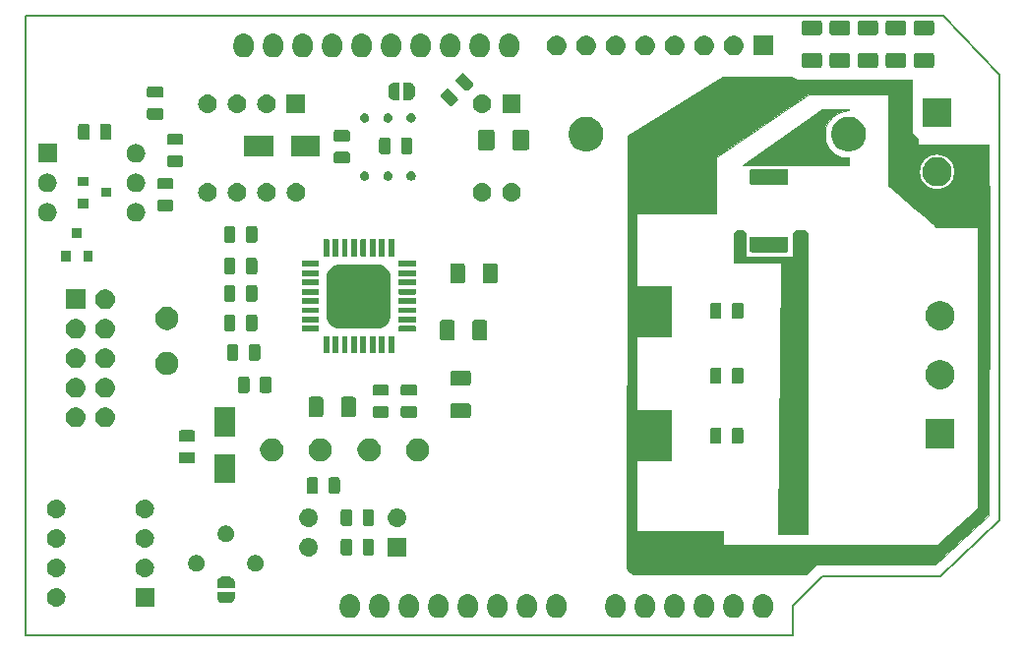
<source format=gbr>
%TF.GenerationSoftware,KiCad,Pcbnew,(5.1.2-1)-1*%
%TF.CreationDate,2019-08-21T19:10:38+02:00*%
%TF.ProjectId,Kiel_50,4b69656c-5f35-4302-9e6b-696361645f70,rev?*%
%TF.SameCoordinates,PX69db1f0PY7882d48*%
%TF.FileFunction,Soldermask,Bot*%
%TF.FilePolarity,Negative*%
%FSLAX46Y46*%
G04 Gerber Fmt 4.6, Leading zero omitted, Abs format (unit mm)*
G04 Created by KiCad (PCBNEW (5.1.2-1)-1) date 2019-08-21 19:10:38*
%MOMM*%
%LPD*%
G04 APERTURE LIST*
%ADD10C,0.100000*%
%ADD11C,0.150000*%
G04 APERTURE END LIST*
D10*
G36*
X78232000Y41529000D02*
G01*
X77851000Y41402000D01*
X77470000Y41148000D01*
X77470000Y41275000D01*
X77724000Y41656000D01*
X78232000Y41656000D01*
X78232000Y41529000D01*
G37*
X78232000Y41529000D02*
X77851000Y41402000D01*
X77470000Y41148000D01*
X77470000Y41275000D01*
X77724000Y41656000D01*
X78232000Y41656000D01*
X78232000Y41529000D01*
G36*
X80264000Y40005000D02*
G01*
X80010000Y40259000D01*
X79883000Y40640000D01*
X79629000Y41021000D01*
X79248000Y41275000D01*
X78613000Y41529000D01*
X78613000Y41656000D01*
X80264000Y41656000D01*
X80264000Y40005000D01*
G37*
X80264000Y40005000D02*
X80010000Y40259000D01*
X79883000Y40640000D01*
X79629000Y41021000D01*
X79248000Y41275000D01*
X78613000Y41529000D01*
X78613000Y41656000D01*
X80264000Y41656000D01*
X80264000Y40005000D01*
G36*
X80137000Y38227000D02*
G01*
X78994000Y38227000D01*
X80137000Y39370000D01*
X80137000Y38227000D01*
G37*
X80137000Y38227000D02*
X78994000Y38227000D01*
X80137000Y39370000D01*
X80137000Y38227000D01*
G36*
X78105000Y38227000D02*
G01*
X76708000Y38227000D01*
X76708000Y39497000D01*
X78105000Y38227000D01*
G37*
X78105000Y38227000D02*
X76708000Y38227000D01*
X76708000Y39497000D01*
X78105000Y38227000D01*
G36*
X76708000Y40513000D02*
G01*
X76708000Y41656000D01*
X77851000Y41656000D01*
X76708000Y40513000D01*
G37*
X76708000Y40513000D02*
X76708000Y41656000D01*
X77851000Y41656000D01*
X76708000Y40513000D01*
D11*
X80200501Y40005000D02*
G75*
G03X80200501Y40005000I-1690818J0D01*
G01*
X80054334Y39922334D02*
G75*
G03X80054334Y39922334I-1568334J0D01*
G01*
D10*
G36*
X70866000Y45212000D02*
G01*
X70119875Y45085000D01*
X69532500Y44767500D01*
X69088000Y44259500D01*
X68834000Y43767375D01*
X68834000Y42545000D01*
X69088000Y42037000D01*
X69596000Y41529000D01*
X70231000Y41211500D01*
X70866000Y41148000D01*
X70866000Y40513000D01*
X61722000Y40513000D01*
X68580000Y45339000D01*
X70866000Y45339000D01*
X70866000Y45212000D01*
G37*
X70866000Y45212000D02*
X70119875Y45085000D01*
X69532500Y44767500D01*
X69088000Y44259500D01*
X68834000Y43767375D01*
X68834000Y42545000D01*
X69088000Y42037000D01*
X69596000Y41529000D01*
X70231000Y41211500D01*
X70866000Y41148000D01*
X70866000Y40513000D01*
X61722000Y40513000D01*
X68580000Y45339000D01*
X70866000Y45339000D01*
X70866000Y45212000D01*
G36*
X61976000Y34671000D02*
G01*
X61976000Y32639000D01*
X66040000Y32639000D01*
X66040000Y34671000D01*
X66294000Y34925000D01*
X67056000Y34925000D01*
X67310000Y34671000D01*
X67310000Y8763000D01*
X64770000Y8763000D01*
X65024000Y32131000D01*
X60960000Y32131000D01*
X60960000Y34671000D01*
X61214000Y34925000D01*
X61722000Y34925000D01*
X61976000Y34671000D01*
G37*
X61976000Y34671000D02*
X61976000Y32639000D01*
X66040000Y32639000D01*
X66040000Y34671000D01*
X66294000Y34925000D01*
X67056000Y34925000D01*
X67310000Y34671000D01*
X67310000Y8763000D01*
X64770000Y8763000D01*
X65024000Y32131000D01*
X60960000Y32131000D01*
X60960000Y34671000D01*
X61214000Y34925000D01*
X61722000Y34925000D01*
X61976000Y34671000D01*
G36*
X82962750Y35242500D02*
G01*
X82899250Y10350500D01*
X78359000Y6096000D01*
X68072000Y6096000D01*
X67246500Y5270500D01*
X52387500Y5270500D01*
X52197000Y5334000D01*
X51943000Y5524500D01*
X51752500Y5778500D01*
X51752500Y6350000D01*
X51879500Y36512500D01*
X52641500Y36512500D01*
X52641500Y9017000D01*
X60071000Y9017000D01*
X60071000Y7810500D01*
X78549500Y7810500D01*
X78613000Y7874000D01*
X81978500Y10985500D01*
X81978500Y35179000D01*
X78359000Y35179000D01*
X78295500Y35306000D01*
X76803250Y36576000D01*
X76787375Y38290500D01*
X80184625Y38290500D01*
X80137000Y38417500D01*
X80137000Y41592500D01*
X76771500Y41592500D01*
X76771500Y42291000D01*
X82931000Y42291000D01*
X82962750Y35242500D01*
G37*
X82962750Y35242500D02*
X82899250Y10350500D01*
X78359000Y6096000D01*
X68072000Y6096000D01*
X67246500Y5270500D01*
X52387500Y5270500D01*
X52197000Y5334000D01*
X51943000Y5524500D01*
X51752500Y5778500D01*
X51752500Y6350000D01*
X51879500Y36512500D01*
X52641500Y36512500D01*
X52641500Y9017000D01*
X60071000Y9017000D01*
X60071000Y7810500D01*
X78549500Y7810500D01*
X78613000Y7874000D01*
X81978500Y10985500D01*
X81978500Y35179000D01*
X78359000Y35179000D01*
X78295500Y35306000D01*
X76803250Y36576000D01*
X76787375Y38290500D01*
X80184625Y38290500D01*
X80137000Y38417500D01*
X80137000Y41592500D01*
X76771500Y41592500D01*
X76771500Y42291000D01*
X82931000Y42291000D01*
X82962750Y35242500D01*
G36*
X55562500Y15113000D02*
G01*
X51816000Y15113000D01*
X51816000Y19431000D01*
X55562500Y19431000D01*
X55562500Y15113000D01*
G37*
X55562500Y15113000D02*
X51816000Y15113000D01*
X51816000Y19431000D01*
X55562500Y19431000D01*
X55562500Y15113000D01*
G36*
X55562500Y25781000D02*
G01*
X51943000Y25781000D01*
X51943000Y30099000D01*
X55562500Y30099000D01*
X55562500Y25781000D01*
G37*
X55562500Y25781000D02*
X51943000Y25781000D01*
X51943000Y30099000D01*
X55562500Y30099000D01*
X55562500Y25781000D01*
G36*
X66421000Y47879000D02*
G01*
X76327000Y47879000D01*
X76327000Y43307000D01*
X76833632Y42799000D01*
X76836369Y36558658D01*
X74422000Y38608000D01*
X74295000Y38735000D01*
X74295000Y46609000D01*
X67437000Y46609000D01*
X59430437Y41178432D01*
X59436000Y36322000D01*
X51879500Y36322000D01*
X51879500Y43053000D01*
X60071000Y48133000D01*
X65913000Y48133000D01*
X66421000Y47879000D01*
G37*
X66421000Y47879000D02*
X76327000Y47879000D01*
X76327000Y43307000D01*
X76833632Y42799000D01*
X76836369Y36558658D01*
X74422000Y38608000D01*
X74295000Y38735000D01*
X74295000Y46609000D01*
X67437000Y46609000D01*
X59430437Y41178432D01*
X59436000Y36322000D01*
X51879500Y36322000D01*
X51879500Y43053000D01*
X60071000Y48133000D01*
X65913000Y48133000D01*
X66421000Y47879000D01*
D11*
X68580000Y5080000D02*
X78740000Y5080000D01*
X83820000Y9906000D02*
X78740000Y5080000D01*
X78994000Y53340000D02*
X78740000Y53340000D01*
X83820000Y48260000D02*
X78994000Y53340000D01*
X83820000Y9906000D02*
X83820000Y48260000D01*
X64516000Y53340000D02*
X78994000Y53340000D01*
X64516000Y53340000D02*
X0Y53340000D01*
X66040000Y2540000D02*
X68580000Y5080000D01*
X66040000Y0D02*
X66040000Y2540000D01*
X0Y0D02*
X66040000Y0D01*
X0Y53340000D02*
X0Y0D01*
D10*
G36*
X28109294Y3543504D02*
G01*
X28229726Y3506971D01*
X28272087Y3494121D01*
X28422107Y3413934D01*
X28422110Y3413932D01*
X28422111Y3413931D01*
X28553612Y3306012D01*
X28661531Y3174512D01*
X28661533Y3174508D01*
X28661534Y3174507D01*
X28741721Y3024487D01*
X28741722Y3024484D01*
X28791104Y2861695D01*
X28803600Y2734820D01*
X28803600Y2345181D01*
X28791104Y2218306D01*
X28754571Y2097872D01*
X28741721Y2055512D01*
X28661534Y1905493D01*
X28661531Y1905488D01*
X28553612Y1773988D01*
X28422112Y1666069D01*
X28422108Y1666067D01*
X28422107Y1666066D01*
X28272087Y1585879D01*
X28272084Y1585878D01*
X28109295Y1536496D01*
X27940000Y1519822D01*
X27770706Y1536496D01*
X27607917Y1585878D01*
X27607914Y1585879D01*
X27457894Y1666066D01*
X27457893Y1666067D01*
X27457889Y1666069D01*
X27326388Y1773988D01*
X27218469Y1905488D01*
X27138280Y2055512D01*
X27138279Y2055513D01*
X27138278Y2055516D01*
X27088896Y2218305D01*
X27076400Y2345180D01*
X27076400Y2734819D01*
X27088896Y2861694D01*
X27138278Y3024483D01*
X27138279Y3024487D01*
X27218466Y3174507D01*
X27218470Y3174512D01*
X27326388Y3306012D01*
X27457888Y3413931D01*
X27457892Y3413933D01*
X27457893Y3413934D01*
X27607913Y3494121D01*
X27607916Y3494122D01*
X27770705Y3543504D01*
X27940000Y3560178D01*
X28109294Y3543504D01*
X28109294Y3543504D01*
G37*
G36*
X30649294Y3543504D02*
G01*
X30769726Y3506971D01*
X30812087Y3494121D01*
X30962107Y3413934D01*
X30962110Y3413932D01*
X30962111Y3413931D01*
X31093612Y3306012D01*
X31201531Y3174512D01*
X31201533Y3174508D01*
X31201534Y3174507D01*
X31281721Y3024487D01*
X31281722Y3024484D01*
X31331104Y2861695D01*
X31343600Y2734820D01*
X31343600Y2345181D01*
X31331104Y2218306D01*
X31294571Y2097872D01*
X31281721Y2055512D01*
X31201534Y1905493D01*
X31201531Y1905488D01*
X31093612Y1773988D01*
X30962112Y1666069D01*
X30962108Y1666067D01*
X30962107Y1666066D01*
X30812087Y1585879D01*
X30812084Y1585878D01*
X30649295Y1536496D01*
X30480000Y1519822D01*
X30310706Y1536496D01*
X30147917Y1585878D01*
X30147914Y1585879D01*
X29997894Y1666066D01*
X29997893Y1666067D01*
X29997889Y1666069D01*
X29866388Y1773988D01*
X29758469Y1905488D01*
X29678280Y2055512D01*
X29678279Y2055513D01*
X29678278Y2055516D01*
X29628896Y2218305D01*
X29616400Y2345180D01*
X29616400Y2734819D01*
X29628896Y2861694D01*
X29678278Y3024483D01*
X29678279Y3024487D01*
X29758466Y3174507D01*
X29758470Y3174512D01*
X29866388Y3306012D01*
X29997888Y3413931D01*
X29997892Y3413933D01*
X29997893Y3413934D01*
X30147913Y3494121D01*
X30147916Y3494122D01*
X30310705Y3543504D01*
X30480000Y3560178D01*
X30649294Y3543504D01*
X30649294Y3543504D01*
G37*
G36*
X33189294Y3543504D02*
G01*
X33309726Y3506971D01*
X33352087Y3494121D01*
X33502107Y3413934D01*
X33502110Y3413932D01*
X33502111Y3413931D01*
X33633612Y3306012D01*
X33741531Y3174512D01*
X33741533Y3174508D01*
X33741534Y3174507D01*
X33821721Y3024487D01*
X33821722Y3024484D01*
X33871104Y2861695D01*
X33883600Y2734820D01*
X33883600Y2345181D01*
X33871104Y2218306D01*
X33834571Y2097872D01*
X33821721Y2055512D01*
X33741534Y1905493D01*
X33741531Y1905488D01*
X33633612Y1773988D01*
X33502112Y1666069D01*
X33502108Y1666067D01*
X33502107Y1666066D01*
X33352087Y1585879D01*
X33352084Y1585878D01*
X33189295Y1536496D01*
X33020000Y1519822D01*
X32850706Y1536496D01*
X32687917Y1585878D01*
X32687914Y1585879D01*
X32537894Y1666066D01*
X32537893Y1666067D01*
X32537889Y1666069D01*
X32406388Y1773988D01*
X32298469Y1905488D01*
X32218280Y2055512D01*
X32218279Y2055513D01*
X32218278Y2055516D01*
X32168896Y2218305D01*
X32156400Y2345180D01*
X32156400Y2734819D01*
X32168896Y2861694D01*
X32218278Y3024483D01*
X32218279Y3024487D01*
X32298466Y3174507D01*
X32298470Y3174512D01*
X32406388Y3306012D01*
X32537888Y3413931D01*
X32537892Y3413933D01*
X32537893Y3413934D01*
X32687913Y3494121D01*
X32687916Y3494122D01*
X32850705Y3543504D01*
X33020000Y3560178D01*
X33189294Y3543504D01*
X33189294Y3543504D01*
G37*
G36*
X35729294Y3543504D02*
G01*
X35849726Y3506971D01*
X35892087Y3494121D01*
X36042107Y3413934D01*
X36042110Y3413932D01*
X36042111Y3413931D01*
X36173612Y3306012D01*
X36281531Y3174512D01*
X36281533Y3174508D01*
X36281534Y3174507D01*
X36361721Y3024487D01*
X36361722Y3024484D01*
X36411104Y2861695D01*
X36423600Y2734820D01*
X36423600Y2345181D01*
X36411104Y2218306D01*
X36374571Y2097872D01*
X36361721Y2055512D01*
X36281534Y1905493D01*
X36281531Y1905488D01*
X36173612Y1773988D01*
X36042112Y1666069D01*
X36042108Y1666067D01*
X36042107Y1666066D01*
X35892087Y1585879D01*
X35892084Y1585878D01*
X35729295Y1536496D01*
X35560000Y1519822D01*
X35390706Y1536496D01*
X35227917Y1585878D01*
X35227914Y1585879D01*
X35077894Y1666066D01*
X35077893Y1666067D01*
X35077889Y1666069D01*
X34946388Y1773988D01*
X34838469Y1905488D01*
X34758280Y2055512D01*
X34758279Y2055513D01*
X34758278Y2055516D01*
X34708896Y2218305D01*
X34696400Y2345180D01*
X34696400Y2734819D01*
X34708896Y2861694D01*
X34758278Y3024483D01*
X34758279Y3024487D01*
X34838466Y3174507D01*
X34838470Y3174512D01*
X34946388Y3306012D01*
X35077888Y3413931D01*
X35077892Y3413933D01*
X35077893Y3413934D01*
X35227913Y3494121D01*
X35227916Y3494122D01*
X35390705Y3543504D01*
X35560000Y3560178D01*
X35729294Y3543504D01*
X35729294Y3543504D01*
G37*
G36*
X38269294Y3543504D02*
G01*
X38389726Y3506971D01*
X38432087Y3494121D01*
X38582107Y3413934D01*
X38582110Y3413932D01*
X38582111Y3413931D01*
X38713612Y3306012D01*
X38821531Y3174512D01*
X38821533Y3174508D01*
X38821534Y3174507D01*
X38901721Y3024487D01*
X38901722Y3024484D01*
X38951104Y2861695D01*
X38963600Y2734820D01*
X38963600Y2345181D01*
X38951104Y2218306D01*
X38914571Y2097872D01*
X38901721Y2055512D01*
X38821534Y1905493D01*
X38821531Y1905488D01*
X38713612Y1773988D01*
X38582112Y1666069D01*
X38582108Y1666067D01*
X38582107Y1666066D01*
X38432087Y1585879D01*
X38432084Y1585878D01*
X38269295Y1536496D01*
X38100000Y1519822D01*
X37930706Y1536496D01*
X37767917Y1585878D01*
X37767914Y1585879D01*
X37617894Y1666066D01*
X37617893Y1666067D01*
X37617889Y1666069D01*
X37486388Y1773988D01*
X37378469Y1905488D01*
X37298280Y2055512D01*
X37298279Y2055513D01*
X37298278Y2055516D01*
X37248896Y2218305D01*
X37236400Y2345180D01*
X37236400Y2734819D01*
X37248896Y2861694D01*
X37298278Y3024483D01*
X37298279Y3024487D01*
X37378466Y3174507D01*
X37378470Y3174512D01*
X37486388Y3306012D01*
X37617888Y3413931D01*
X37617892Y3413933D01*
X37617893Y3413934D01*
X37767913Y3494121D01*
X37767916Y3494122D01*
X37930705Y3543504D01*
X38100000Y3560178D01*
X38269294Y3543504D01*
X38269294Y3543504D01*
G37*
G36*
X40809294Y3543504D02*
G01*
X40929726Y3506971D01*
X40972087Y3494121D01*
X41122107Y3413934D01*
X41122110Y3413932D01*
X41122111Y3413931D01*
X41253612Y3306012D01*
X41361531Y3174512D01*
X41361533Y3174508D01*
X41361534Y3174507D01*
X41441721Y3024487D01*
X41441722Y3024484D01*
X41491104Y2861695D01*
X41503600Y2734820D01*
X41503600Y2345181D01*
X41491104Y2218306D01*
X41454571Y2097872D01*
X41441721Y2055512D01*
X41361534Y1905493D01*
X41361531Y1905488D01*
X41253612Y1773988D01*
X41122112Y1666069D01*
X41122108Y1666067D01*
X41122107Y1666066D01*
X40972087Y1585879D01*
X40972084Y1585878D01*
X40809295Y1536496D01*
X40640000Y1519822D01*
X40470706Y1536496D01*
X40307917Y1585878D01*
X40307914Y1585879D01*
X40157894Y1666066D01*
X40157893Y1666067D01*
X40157889Y1666069D01*
X40026388Y1773988D01*
X39918469Y1905488D01*
X39838280Y2055512D01*
X39838279Y2055513D01*
X39838278Y2055516D01*
X39788896Y2218305D01*
X39776400Y2345180D01*
X39776400Y2734819D01*
X39788896Y2861694D01*
X39838278Y3024483D01*
X39838279Y3024487D01*
X39918466Y3174507D01*
X39918470Y3174512D01*
X40026388Y3306012D01*
X40157888Y3413931D01*
X40157892Y3413933D01*
X40157893Y3413934D01*
X40307913Y3494121D01*
X40307916Y3494122D01*
X40470705Y3543504D01*
X40640000Y3560178D01*
X40809294Y3543504D01*
X40809294Y3543504D01*
G37*
G36*
X43349294Y3543504D02*
G01*
X43469726Y3506971D01*
X43512087Y3494121D01*
X43662107Y3413934D01*
X43662110Y3413932D01*
X43662111Y3413931D01*
X43793612Y3306012D01*
X43901531Y3174512D01*
X43901533Y3174508D01*
X43901534Y3174507D01*
X43981721Y3024487D01*
X43981722Y3024484D01*
X44031104Y2861695D01*
X44043600Y2734820D01*
X44043600Y2345181D01*
X44031104Y2218306D01*
X43994571Y2097872D01*
X43981721Y2055512D01*
X43901534Y1905493D01*
X43901531Y1905488D01*
X43793612Y1773988D01*
X43662112Y1666069D01*
X43662108Y1666067D01*
X43662107Y1666066D01*
X43512087Y1585879D01*
X43512084Y1585878D01*
X43349295Y1536496D01*
X43180000Y1519822D01*
X43010706Y1536496D01*
X42847917Y1585878D01*
X42847914Y1585879D01*
X42697894Y1666066D01*
X42697893Y1666067D01*
X42697889Y1666069D01*
X42566388Y1773988D01*
X42458469Y1905488D01*
X42378280Y2055512D01*
X42378279Y2055513D01*
X42378278Y2055516D01*
X42328896Y2218305D01*
X42316400Y2345180D01*
X42316400Y2734819D01*
X42328896Y2861694D01*
X42378278Y3024483D01*
X42378279Y3024487D01*
X42458466Y3174507D01*
X42458470Y3174512D01*
X42566388Y3306012D01*
X42697888Y3413931D01*
X42697892Y3413933D01*
X42697893Y3413934D01*
X42847913Y3494121D01*
X42847916Y3494122D01*
X43010705Y3543504D01*
X43180000Y3560178D01*
X43349294Y3543504D01*
X43349294Y3543504D01*
G37*
G36*
X45889294Y3543504D02*
G01*
X46009726Y3506971D01*
X46052087Y3494121D01*
X46202107Y3413934D01*
X46202110Y3413932D01*
X46202111Y3413931D01*
X46333612Y3306012D01*
X46441531Y3174512D01*
X46441533Y3174508D01*
X46441534Y3174507D01*
X46521721Y3024487D01*
X46521722Y3024484D01*
X46571104Y2861695D01*
X46583600Y2734820D01*
X46583600Y2345181D01*
X46571104Y2218306D01*
X46534571Y2097872D01*
X46521721Y2055512D01*
X46441534Y1905493D01*
X46441531Y1905488D01*
X46333612Y1773988D01*
X46202112Y1666069D01*
X46202108Y1666067D01*
X46202107Y1666066D01*
X46052087Y1585879D01*
X46052084Y1585878D01*
X45889295Y1536496D01*
X45720000Y1519822D01*
X45550706Y1536496D01*
X45387917Y1585878D01*
X45387914Y1585879D01*
X45237894Y1666066D01*
X45237893Y1666067D01*
X45237889Y1666069D01*
X45106388Y1773988D01*
X44998469Y1905488D01*
X44918280Y2055512D01*
X44918279Y2055513D01*
X44918278Y2055516D01*
X44868896Y2218305D01*
X44856400Y2345180D01*
X44856400Y2734819D01*
X44868896Y2861694D01*
X44918278Y3024483D01*
X44918279Y3024487D01*
X44998466Y3174507D01*
X44998470Y3174512D01*
X45106388Y3306012D01*
X45237888Y3413931D01*
X45237892Y3413933D01*
X45237893Y3413934D01*
X45387913Y3494121D01*
X45387916Y3494122D01*
X45550705Y3543504D01*
X45720000Y3560178D01*
X45889294Y3543504D01*
X45889294Y3543504D01*
G37*
G36*
X50969294Y3543504D02*
G01*
X51089726Y3506971D01*
X51132087Y3494121D01*
X51282107Y3413934D01*
X51282110Y3413932D01*
X51282111Y3413931D01*
X51413612Y3306012D01*
X51521531Y3174512D01*
X51521533Y3174508D01*
X51521534Y3174507D01*
X51601721Y3024487D01*
X51601722Y3024484D01*
X51651104Y2861695D01*
X51663600Y2734820D01*
X51663600Y2345181D01*
X51651104Y2218306D01*
X51614571Y2097872D01*
X51601721Y2055512D01*
X51521534Y1905493D01*
X51521531Y1905488D01*
X51413612Y1773988D01*
X51282112Y1666069D01*
X51282108Y1666067D01*
X51282107Y1666066D01*
X51132087Y1585879D01*
X51132084Y1585878D01*
X50969295Y1536496D01*
X50800000Y1519822D01*
X50630706Y1536496D01*
X50467917Y1585878D01*
X50467914Y1585879D01*
X50317894Y1666066D01*
X50317893Y1666067D01*
X50317889Y1666069D01*
X50186388Y1773988D01*
X50078469Y1905488D01*
X49998280Y2055512D01*
X49998279Y2055513D01*
X49998278Y2055516D01*
X49948896Y2218305D01*
X49936400Y2345180D01*
X49936400Y2734819D01*
X49948896Y2861694D01*
X49998278Y3024483D01*
X49998279Y3024487D01*
X50078466Y3174507D01*
X50078470Y3174512D01*
X50186388Y3306012D01*
X50317888Y3413931D01*
X50317892Y3413933D01*
X50317893Y3413934D01*
X50467913Y3494121D01*
X50467916Y3494122D01*
X50630705Y3543504D01*
X50800000Y3560178D01*
X50969294Y3543504D01*
X50969294Y3543504D01*
G37*
G36*
X53509294Y3543504D02*
G01*
X53629726Y3506971D01*
X53672087Y3494121D01*
X53822107Y3413934D01*
X53822110Y3413932D01*
X53822111Y3413931D01*
X53953612Y3306012D01*
X54061531Y3174512D01*
X54061533Y3174508D01*
X54061534Y3174507D01*
X54141721Y3024487D01*
X54141722Y3024484D01*
X54191104Y2861695D01*
X54203600Y2734820D01*
X54203600Y2345181D01*
X54191104Y2218306D01*
X54154571Y2097872D01*
X54141721Y2055512D01*
X54061534Y1905493D01*
X54061531Y1905488D01*
X53953612Y1773988D01*
X53822112Y1666069D01*
X53822108Y1666067D01*
X53822107Y1666066D01*
X53672087Y1585879D01*
X53672084Y1585878D01*
X53509295Y1536496D01*
X53340000Y1519822D01*
X53170706Y1536496D01*
X53007917Y1585878D01*
X53007914Y1585879D01*
X52857894Y1666066D01*
X52857893Y1666067D01*
X52857889Y1666069D01*
X52726388Y1773988D01*
X52618469Y1905488D01*
X52538280Y2055512D01*
X52538279Y2055513D01*
X52538278Y2055516D01*
X52488896Y2218305D01*
X52476400Y2345180D01*
X52476400Y2734819D01*
X52488896Y2861694D01*
X52538278Y3024483D01*
X52538279Y3024487D01*
X52618466Y3174507D01*
X52618470Y3174512D01*
X52726388Y3306012D01*
X52857888Y3413931D01*
X52857892Y3413933D01*
X52857893Y3413934D01*
X53007913Y3494121D01*
X53007916Y3494122D01*
X53170705Y3543504D01*
X53340000Y3560178D01*
X53509294Y3543504D01*
X53509294Y3543504D01*
G37*
G36*
X56049294Y3543504D02*
G01*
X56169726Y3506971D01*
X56212087Y3494121D01*
X56362107Y3413934D01*
X56362110Y3413932D01*
X56362111Y3413931D01*
X56493612Y3306012D01*
X56601531Y3174512D01*
X56601533Y3174508D01*
X56601534Y3174507D01*
X56681721Y3024487D01*
X56681722Y3024484D01*
X56731104Y2861695D01*
X56743600Y2734820D01*
X56743600Y2345181D01*
X56731104Y2218306D01*
X56694571Y2097872D01*
X56681721Y2055512D01*
X56601534Y1905493D01*
X56601531Y1905488D01*
X56493612Y1773988D01*
X56362112Y1666069D01*
X56362108Y1666067D01*
X56362107Y1666066D01*
X56212087Y1585879D01*
X56212084Y1585878D01*
X56049295Y1536496D01*
X55880000Y1519822D01*
X55710706Y1536496D01*
X55547917Y1585878D01*
X55547914Y1585879D01*
X55397894Y1666066D01*
X55397893Y1666067D01*
X55397889Y1666069D01*
X55266388Y1773988D01*
X55158469Y1905488D01*
X55078280Y2055512D01*
X55078279Y2055513D01*
X55078278Y2055516D01*
X55028896Y2218305D01*
X55016400Y2345180D01*
X55016400Y2734819D01*
X55028896Y2861694D01*
X55078278Y3024483D01*
X55078279Y3024487D01*
X55158466Y3174507D01*
X55158470Y3174512D01*
X55266388Y3306012D01*
X55397888Y3413931D01*
X55397892Y3413933D01*
X55397893Y3413934D01*
X55547913Y3494121D01*
X55547916Y3494122D01*
X55710705Y3543504D01*
X55880000Y3560178D01*
X56049294Y3543504D01*
X56049294Y3543504D01*
G37*
G36*
X58589294Y3543504D02*
G01*
X58709726Y3506971D01*
X58752087Y3494121D01*
X58902107Y3413934D01*
X58902110Y3413932D01*
X58902111Y3413931D01*
X59033612Y3306012D01*
X59141531Y3174512D01*
X59141533Y3174508D01*
X59141534Y3174507D01*
X59221721Y3024487D01*
X59221722Y3024484D01*
X59271104Y2861695D01*
X59283600Y2734820D01*
X59283600Y2345181D01*
X59271104Y2218306D01*
X59234571Y2097872D01*
X59221721Y2055512D01*
X59141534Y1905493D01*
X59141531Y1905488D01*
X59033612Y1773988D01*
X58902112Y1666069D01*
X58902108Y1666067D01*
X58902107Y1666066D01*
X58752087Y1585879D01*
X58752084Y1585878D01*
X58589295Y1536496D01*
X58420000Y1519822D01*
X58250706Y1536496D01*
X58087917Y1585878D01*
X58087914Y1585879D01*
X57937894Y1666066D01*
X57937893Y1666067D01*
X57937889Y1666069D01*
X57806388Y1773988D01*
X57698469Y1905488D01*
X57618280Y2055512D01*
X57618279Y2055513D01*
X57618278Y2055516D01*
X57568896Y2218305D01*
X57556400Y2345180D01*
X57556400Y2734819D01*
X57568896Y2861694D01*
X57618278Y3024483D01*
X57618279Y3024487D01*
X57698466Y3174507D01*
X57698470Y3174512D01*
X57806388Y3306012D01*
X57937888Y3413931D01*
X57937892Y3413933D01*
X57937893Y3413934D01*
X58087913Y3494121D01*
X58087916Y3494122D01*
X58250705Y3543504D01*
X58420000Y3560178D01*
X58589294Y3543504D01*
X58589294Y3543504D01*
G37*
G36*
X61129294Y3543504D02*
G01*
X61249726Y3506971D01*
X61292087Y3494121D01*
X61442107Y3413934D01*
X61442110Y3413932D01*
X61442111Y3413931D01*
X61573612Y3306012D01*
X61681531Y3174512D01*
X61681533Y3174508D01*
X61681534Y3174507D01*
X61761721Y3024487D01*
X61761722Y3024484D01*
X61811104Y2861695D01*
X61823600Y2734820D01*
X61823600Y2345181D01*
X61811104Y2218306D01*
X61774571Y2097872D01*
X61761721Y2055512D01*
X61681534Y1905493D01*
X61681531Y1905488D01*
X61573612Y1773988D01*
X61442112Y1666069D01*
X61442108Y1666067D01*
X61442107Y1666066D01*
X61292087Y1585879D01*
X61292084Y1585878D01*
X61129295Y1536496D01*
X60960000Y1519822D01*
X60790706Y1536496D01*
X60627917Y1585878D01*
X60627914Y1585879D01*
X60477894Y1666066D01*
X60477893Y1666067D01*
X60477889Y1666069D01*
X60346388Y1773988D01*
X60238469Y1905488D01*
X60158280Y2055512D01*
X60158279Y2055513D01*
X60158278Y2055516D01*
X60108896Y2218305D01*
X60096400Y2345180D01*
X60096400Y2734819D01*
X60108896Y2861694D01*
X60158278Y3024483D01*
X60158279Y3024487D01*
X60238466Y3174507D01*
X60238470Y3174512D01*
X60346388Y3306012D01*
X60477888Y3413931D01*
X60477892Y3413933D01*
X60477893Y3413934D01*
X60627913Y3494121D01*
X60627916Y3494122D01*
X60790705Y3543504D01*
X60960000Y3560178D01*
X61129294Y3543504D01*
X61129294Y3543504D01*
G37*
G36*
X63669294Y3543504D02*
G01*
X63789726Y3506971D01*
X63832087Y3494121D01*
X63982107Y3413934D01*
X63982110Y3413932D01*
X63982111Y3413931D01*
X64113612Y3306012D01*
X64221531Y3174512D01*
X64221533Y3174508D01*
X64221534Y3174507D01*
X64301721Y3024487D01*
X64301722Y3024484D01*
X64351104Y2861695D01*
X64363600Y2734820D01*
X64363600Y2345181D01*
X64351104Y2218306D01*
X64314571Y2097872D01*
X64301721Y2055512D01*
X64221534Y1905493D01*
X64221531Y1905488D01*
X64113612Y1773988D01*
X63982112Y1666069D01*
X63982108Y1666067D01*
X63982107Y1666066D01*
X63832087Y1585879D01*
X63832084Y1585878D01*
X63669295Y1536496D01*
X63500000Y1519822D01*
X63330706Y1536496D01*
X63167917Y1585878D01*
X63167914Y1585879D01*
X63017894Y1666066D01*
X63017893Y1666067D01*
X63017889Y1666069D01*
X62886388Y1773988D01*
X62778469Y1905488D01*
X62698280Y2055512D01*
X62698279Y2055513D01*
X62698278Y2055516D01*
X62648896Y2218305D01*
X62636400Y2345180D01*
X62636400Y2734819D01*
X62648896Y2861694D01*
X62698278Y3024483D01*
X62698279Y3024487D01*
X62778466Y3174507D01*
X62778470Y3174512D01*
X62886388Y3306012D01*
X63017888Y3413931D01*
X63017892Y3413933D01*
X63017893Y3413934D01*
X63167913Y3494121D01*
X63167916Y3494122D01*
X63330705Y3543504D01*
X63500000Y3560178D01*
X63669294Y3543504D01*
X63669294Y3543504D01*
G37*
G36*
X2745471Y4098141D02*
G01*
X2823827Y4090424D01*
X2974628Y4044679D01*
X2974630Y4044678D01*
X3113605Y3970394D01*
X3113607Y3970393D01*
X3113606Y3970393D01*
X3235422Y3870422D01*
X3335393Y3748606D01*
X3409679Y3609628D01*
X3455424Y3458827D01*
X3470870Y3302000D01*
X3455424Y3145173D01*
X3418814Y3024487D01*
X3409678Y2994370D01*
X3335394Y2855395D01*
X3235422Y2733578D01*
X3113605Y2633606D01*
X2974630Y2559322D01*
X2974628Y2559321D01*
X2823827Y2513576D01*
X2745471Y2505859D01*
X2706294Y2502000D01*
X2627706Y2502000D01*
X2588529Y2505859D01*
X2510173Y2513576D01*
X2359372Y2559321D01*
X2359370Y2559322D01*
X2220395Y2633606D01*
X2098578Y2733578D01*
X1998606Y2855395D01*
X1924322Y2994370D01*
X1915186Y3024487D01*
X1878576Y3145173D01*
X1863130Y3302000D01*
X1878576Y3458827D01*
X1924321Y3609628D01*
X1998607Y3748606D01*
X2098578Y3870422D01*
X2220394Y3970393D01*
X2220393Y3970393D01*
X2220395Y3970394D01*
X2359370Y4044678D01*
X2359372Y4044679D01*
X2510173Y4090424D01*
X2588529Y4098141D01*
X2627706Y4102000D01*
X2706294Y4102000D01*
X2745471Y4098141D01*
X2745471Y4098141D01*
G37*
G36*
X11087000Y2502000D02*
G01*
X9487000Y2502000D01*
X9487000Y4102000D01*
X11087000Y4102000D01*
X11087000Y2502000D01*
X11087000Y2502000D01*
G37*
G36*
X18021999Y3787001D02*
G01*
X18022001Y3786999D01*
X18022605Y3780863D01*
X18022605Y3293137D01*
X18020799Y3274797D01*
X18020197Y3262547D01*
X18020197Y3244128D01*
X18018988Y3231850D01*
X18002263Y3147768D01*
X17998677Y3135948D01*
X17965870Y3056744D01*
X17960055Y3045864D01*
X17912421Y2974574D01*
X17904593Y2965037D01*
X17843963Y2904407D01*
X17834426Y2896579D01*
X17763136Y2848945D01*
X17752256Y2843130D01*
X17673052Y2810323D01*
X17661232Y2806737D01*
X17577150Y2790012D01*
X17564872Y2788803D01*
X17546453Y2788803D01*
X17534203Y2788201D01*
X17515863Y2786395D01*
X17028137Y2786395D01*
X17009797Y2788201D01*
X16997547Y2788803D01*
X16979128Y2788803D01*
X16966850Y2790012D01*
X16882768Y2806737D01*
X16870948Y2810323D01*
X16791744Y2843130D01*
X16780864Y2848945D01*
X16709574Y2896579D01*
X16700037Y2904407D01*
X16639407Y2965037D01*
X16631579Y2974574D01*
X16583945Y3045864D01*
X16578130Y3056744D01*
X16545323Y3135948D01*
X16541737Y3147768D01*
X16525012Y3231850D01*
X16523803Y3244128D01*
X16523803Y3262547D01*
X16523201Y3274797D01*
X16521395Y3293137D01*
X16521395Y3780863D01*
X16521999Y3786999D01*
X16522001Y3787001D01*
X16528137Y3787605D01*
X18015863Y3787605D01*
X18021999Y3787001D01*
X18021999Y3787001D01*
G37*
G36*
X17534203Y5085799D02*
G01*
X17546453Y5085197D01*
X17564872Y5085197D01*
X17577150Y5083988D01*
X17661232Y5067263D01*
X17673052Y5063677D01*
X17752256Y5030870D01*
X17763136Y5025055D01*
X17834426Y4977421D01*
X17843963Y4969593D01*
X17904593Y4908963D01*
X17912421Y4899426D01*
X17960055Y4828136D01*
X17965870Y4817256D01*
X17998677Y4738052D01*
X18002263Y4726232D01*
X18018988Y4642150D01*
X18020197Y4629872D01*
X18020197Y4611453D01*
X18020799Y4599203D01*
X18022605Y4580863D01*
X18022605Y4093137D01*
X18022001Y4087001D01*
X18021999Y4086999D01*
X18015863Y4086395D01*
X16528137Y4086395D01*
X16522001Y4086999D01*
X16521999Y4087001D01*
X16521395Y4093137D01*
X16521395Y4580863D01*
X16523201Y4599203D01*
X16523803Y4611453D01*
X16523803Y4629872D01*
X16525012Y4642150D01*
X16541737Y4726232D01*
X16545323Y4738052D01*
X16578130Y4817256D01*
X16583945Y4828136D01*
X16631579Y4899426D01*
X16639407Y4908963D01*
X16700037Y4969593D01*
X16709574Y4977421D01*
X16780864Y5025055D01*
X16791744Y5030870D01*
X16870948Y5063677D01*
X16882768Y5067263D01*
X16966850Y5083988D01*
X16979128Y5085197D01*
X16997547Y5085197D01*
X17009797Y5085799D01*
X17028137Y5087605D01*
X17515863Y5087605D01*
X17534203Y5085799D01*
X17534203Y5085799D01*
G37*
G36*
X2745471Y6638141D02*
G01*
X2823827Y6630424D01*
X2974628Y6584679D01*
X2974630Y6584678D01*
X3113605Y6510394D01*
X3113607Y6510393D01*
X3113606Y6510393D01*
X3235422Y6410422D01*
X3335393Y6288606D01*
X3409679Y6149628D01*
X3455424Y5998827D01*
X3470870Y5842000D01*
X3455424Y5685173D01*
X3409679Y5534372D01*
X3409678Y5534370D01*
X3335394Y5395395D01*
X3235422Y5273578D01*
X3113605Y5173606D01*
X2974630Y5099322D01*
X2974628Y5099321D01*
X2823827Y5053576D01*
X2745471Y5045859D01*
X2706294Y5042000D01*
X2627706Y5042000D01*
X2588529Y5045859D01*
X2510173Y5053576D01*
X2359372Y5099321D01*
X2359370Y5099322D01*
X2220395Y5173606D01*
X2098578Y5273578D01*
X1998606Y5395395D01*
X1924322Y5534370D01*
X1924321Y5534372D01*
X1878576Y5685173D01*
X1863130Y5842000D01*
X1878576Y5998827D01*
X1924321Y6149628D01*
X1998607Y6288606D01*
X2098578Y6410422D01*
X2220394Y6510393D01*
X2220393Y6510393D01*
X2220395Y6510394D01*
X2359370Y6584678D01*
X2359372Y6584679D01*
X2510173Y6630424D01*
X2588529Y6638141D01*
X2627706Y6642000D01*
X2706294Y6642000D01*
X2745471Y6638141D01*
X2745471Y6638141D01*
G37*
G36*
X10365471Y6638141D02*
G01*
X10443827Y6630424D01*
X10594628Y6584679D01*
X10594630Y6584678D01*
X10733605Y6510394D01*
X10733607Y6510393D01*
X10733606Y6510393D01*
X10855422Y6410422D01*
X10955393Y6288606D01*
X11029679Y6149628D01*
X11075424Y5998827D01*
X11090870Y5842000D01*
X11075424Y5685173D01*
X11029679Y5534372D01*
X11029678Y5534370D01*
X10955394Y5395395D01*
X10855422Y5273578D01*
X10733605Y5173606D01*
X10594630Y5099322D01*
X10594628Y5099321D01*
X10443827Y5053576D01*
X10365471Y5045859D01*
X10326294Y5042000D01*
X10247706Y5042000D01*
X10208529Y5045859D01*
X10130173Y5053576D01*
X9979372Y5099321D01*
X9979370Y5099322D01*
X9840395Y5173606D01*
X9718578Y5273578D01*
X9618606Y5395395D01*
X9544322Y5534370D01*
X9544321Y5534372D01*
X9498576Y5685173D01*
X9483130Y5842000D01*
X9498576Y5998827D01*
X9544321Y6149628D01*
X9618607Y6288606D01*
X9718578Y6410422D01*
X9840394Y6510393D01*
X9840393Y6510393D01*
X9840395Y6510394D01*
X9979370Y6584678D01*
X9979372Y6584679D01*
X10130173Y6630424D01*
X10208529Y6638141D01*
X10247706Y6642000D01*
X10326294Y6642000D01*
X10365471Y6638141D01*
X10365471Y6638141D01*
G37*
G36*
X14942015Y6915332D02*
G01*
X15033781Y6877321D01*
X15073048Y6861056D01*
X15190973Y6782261D01*
X15291261Y6681973D01*
X15370057Y6564046D01*
X15424332Y6433015D01*
X15452000Y6293916D01*
X15452000Y6152084D01*
X15424332Y6012985D01*
X15370057Y5881954D01*
X15370056Y5881952D01*
X15291261Y5764027D01*
X15190973Y5663739D01*
X15073048Y5584944D01*
X15073047Y5584943D01*
X15073046Y5584943D01*
X14942015Y5530668D01*
X14802916Y5503000D01*
X14661084Y5503000D01*
X14521985Y5530668D01*
X14390954Y5584943D01*
X14390953Y5584943D01*
X14390952Y5584944D01*
X14273027Y5663739D01*
X14172739Y5764027D01*
X14093944Y5881952D01*
X14093943Y5881954D01*
X14039668Y6012985D01*
X14012000Y6152084D01*
X14012000Y6293916D01*
X14039668Y6433015D01*
X14093943Y6564046D01*
X14172739Y6681973D01*
X14273027Y6782261D01*
X14390952Y6861056D01*
X14430219Y6877321D01*
X14521985Y6915332D01*
X14661084Y6943000D01*
X14802916Y6943000D01*
X14942015Y6915332D01*
X14942015Y6915332D01*
G37*
G36*
X20022015Y6915332D02*
G01*
X20113781Y6877321D01*
X20153048Y6861056D01*
X20270973Y6782261D01*
X20371261Y6681973D01*
X20450057Y6564046D01*
X20504332Y6433015D01*
X20532000Y6293916D01*
X20532000Y6152084D01*
X20504332Y6012985D01*
X20450057Y5881954D01*
X20450056Y5881952D01*
X20371261Y5764027D01*
X20270973Y5663739D01*
X20153048Y5584944D01*
X20153047Y5584943D01*
X20153046Y5584943D01*
X20022015Y5530668D01*
X19882916Y5503000D01*
X19741084Y5503000D01*
X19601985Y5530668D01*
X19470954Y5584943D01*
X19470953Y5584943D01*
X19470952Y5584944D01*
X19353027Y5663739D01*
X19252739Y5764027D01*
X19173944Y5881952D01*
X19173943Y5881954D01*
X19119668Y6012985D01*
X19092000Y6152084D01*
X19092000Y6293916D01*
X19119668Y6433015D01*
X19173943Y6564046D01*
X19252739Y6681973D01*
X19353027Y6782261D01*
X19470952Y6861056D01*
X19510219Y6877321D01*
X19601985Y6915332D01*
X19741084Y6943000D01*
X19882916Y6943000D01*
X20022015Y6915332D01*
X20022015Y6915332D01*
G37*
G36*
X24462471Y8416141D02*
G01*
X24540827Y8408424D01*
X24691628Y8362679D01*
X24691630Y8362678D01*
X24830605Y8288394D01*
X24952422Y8188422D01*
X25052394Y8066605D01*
X25122528Y7935394D01*
X25126679Y7927628D01*
X25172424Y7776827D01*
X25187870Y7620000D01*
X25172424Y7463173D01*
X25126679Y7312372D01*
X25126678Y7312370D01*
X25052394Y7173395D01*
X24952422Y7051578D01*
X24830605Y6951606D01*
X24691630Y6877322D01*
X24691628Y6877321D01*
X24540827Y6831576D01*
X24462471Y6823859D01*
X24423294Y6820000D01*
X24344706Y6820000D01*
X24305529Y6823859D01*
X24227173Y6831576D01*
X24076372Y6877321D01*
X24076370Y6877322D01*
X23937395Y6951606D01*
X23815578Y7051578D01*
X23715606Y7173395D01*
X23641322Y7312370D01*
X23641321Y7312372D01*
X23595576Y7463173D01*
X23580130Y7620000D01*
X23595576Y7776827D01*
X23641321Y7927628D01*
X23645472Y7935394D01*
X23715606Y8066605D01*
X23815578Y8188422D01*
X23937395Y8288394D01*
X24076370Y8362678D01*
X24076372Y8362679D01*
X24227173Y8408424D01*
X24305529Y8416141D01*
X24344706Y8420000D01*
X24423294Y8420000D01*
X24462471Y8416141D01*
X24462471Y8416141D01*
G37*
G36*
X32804000Y6820000D02*
G01*
X31204000Y6820000D01*
X31204000Y8420000D01*
X32804000Y8420000D01*
X32804000Y6820000D01*
X32804000Y6820000D01*
G37*
G36*
X27978991Y8315925D02*
G01*
X28012879Y8305645D01*
X28044112Y8288950D01*
X28071486Y8266486D01*
X28093950Y8239112D01*
X28110645Y8207879D01*
X28120925Y8173991D01*
X28125000Y8132612D01*
X28125000Y7107388D01*
X28120925Y7066009D01*
X28110645Y7032121D01*
X28093950Y7000888D01*
X28071486Y6973514D01*
X28044112Y6951050D01*
X28012879Y6934355D01*
X27978991Y6924075D01*
X27937612Y6920000D01*
X27337388Y6920000D01*
X27296009Y6924075D01*
X27262121Y6934355D01*
X27230888Y6951050D01*
X27203514Y6973514D01*
X27181050Y7000888D01*
X27164355Y7032121D01*
X27154075Y7066009D01*
X27150000Y7107388D01*
X27150000Y8132612D01*
X27154075Y8173991D01*
X27164355Y8207879D01*
X27181050Y8239112D01*
X27203514Y8266486D01*
X27230888Y8288950D01*
X27262121Y8305645D01*
X27296009Y8315925D01*
X27337388Y8320000D01*
X27937612Y8320000D01*
X27978991Y8315925D01*
X27978991Y8315925D01*
G37*
G36*
X29853991Y8315925D02*
G01*
X29887879Y8305645D01*
X29919112Y8288950D01*
X29946486Y8266486D01*
X29968950Y8239112D01*
X29985645Y8207879D01*
X29995925Y8173991D01*
X30000000Y8132612D01*
X30000000Y7107388D01*
X29995925Y7066009D01*
X29985645Y7032121D01*
X29968950Y7000888D01*
X29946486Y6973514D01*
X29919112Y6951050D01*
X29887879Y6934355D01*
X29853991Y6924075D01*
X29812612Y6920000D01*
X29212388Y6920000D01*
X29171009Y6924075D01*
X29137121Y6934355D01*
X29105888Y6951050D01*
X29078514Y6973514D01*
X29056050Y7000888D01*
X29039355Y7032121D01*
X29029075Y7066009D01*
X29025000Y7107388D01*
X29025000Y8132612D01*
X29029075Y8173991D01*
X29039355Y8207879D01*
X29056050Y8239112D01*
X29078514Y8266486D01*
X29105888Y8288950D01*
X29137121Y8305645D01*
X29171009Y8315925D01*
X29212388Y8320000D01*
X29812612Y8320000D01*
X29853991Y8315925D01*
X29853991Y8315925D01*
G37*
G36*
X2745471Y9178141D02*
G01*
X2823827Y9170424D01*
X2974628Y9124679D01*
X2974630Y9124678D01*
X3113605Y9050394D01*
X3113607Y9050393D01*
X3113606Y9050393D01*
X3235422Y8950422D01*
X3335393Y8828606D01*
X3409679Y8689628D01*
X3455424Y8538827D01*
X3470870Y8382000D01*
X3455424Y8225173D01*
X3409679Y8074372D01*
X3409678Y8074370D01*
X3335394Y7935395D01*
X3235422Y7813578D01*
X3113605Y7713606D01*
X2974630Y7639322D01*
X2974628Y7639321D01*
X2823827Y7593576D01*
X2745471Y7585859D01*
X2706294Y7582000D01*
X2627706Y7582000D01*
X2588529Y7585859D01*
X2510173Y7593576D01*
X2359372Y7639321D01*
X2359370Y7639322D01*
X2220395Y7713606D01*
X2098578Y7813578D01*
X1998606Y7935395D01*
X1924322Y8074370D01*
X1924321Y8074372D01*
X1878576Y8225173D01*
X1863130Y8382000D01*
X1878576Y8538827D01*
X1924321Y8689628D01*
X1998607Y8828606D01*
X2098578Y8950422D01*
X2220394Y9050393D01*
X2220393Y9050393D01*
X2220395Y9050394D01*
X2359370Y9124678D01*
X2359372Y9124679D01*
X2510173Y9170424D01*
X2588529Y9178141D01*
X2627706Y9182000D01*
X2706294Y9182000D01*
X2745471Y9178141D01*
X2745471Y9178141D01*
G37*
G36*
X10365471Y9178141D02*
G01*
X10443827Y9170424D01*
X10594628Y9124679D01*
X10594630Y9124678D01*
X10733605Y9050394D01*
X10733607Y9050393D01*
X10733606Y9050393D01*
X10855422Y8950422D01*
X10955393Y8828606D01*
X11029679Y8689628D01*
X11075424Y8538827D01*
X11090870Y8382000D01*
X11075424Y8225173D01*
X11029679Y8074372D01*
X11029678Y8074370D01*
X10955394Y7935395D01*
X10855422Y7813578D01*
X10733605Y7713606D01*
X10594630Y7639322D01*
X10594628Y7639321D01*
X10443827Y7593576D01*
X10365471Y7585859D01*
X10326294Y7582000D01*
X10247706Y7582000D01*
X10208529Y7585859D01*
X10130173Y7593576D01*
X9979372Y7639321D01*
X9979370Y7639322D01*
X9840395Y7713606D01*
X9718578Y7813578D01*
X9618606Y7935395D01*
X9544322Y8074370D01*
X9544321Y8074372D01*
X9498576Y8225173D01*
X9483130Y8382000D01*
X9498576Y8538827D01*
X9544321Y8689628D01*
X9618607Y8828606D01*
X9718578Y8950422D01*
X9840394Y9050393D01*
X9840393Y9050393D01*
X9840395Y9050394D01*
X9979370Y9124678D01*
X9979372Y9124679D01*
X10130173Y9170424D01*
X10208529Y9178141D01*
X10247706Y9182000D01*
X10326294Y9182000D01*
X10365471Y9178141D01*
X10365471Y9178141D01*
G37*
G36*
X17482015Y9455332D02*
G01*
X17573781Y9417321D01*
X17613048Y9401056D01*
X17730973Y9322261D01*
X17831261Y9221973D01*
X17910057Y9104046D01*
X17964332Y8973015D01*
X17992000Y8833916D01*
X17992000Y8692084D01*
X17964332Y8552985D01*
X17910057Y8421954D01*
X17910056Y8421952D01*
X17831261Y8304027D01*
X17730973Y8203739D01*
X17613048Y8124944D01*
X17613047Y8124943D01*
X17613046Y8124943D01*
X17482015Y8070668D01*
X17342916Y8043000D01*
X17201084Y8043000D01*
X17061985Y8070668D01*
X16930954Y8124943D01*
X16930953Y8124943D01*
X16930952Y8124944D01*
X16813027Y8203739D01*
X16712739Y8304027D01*
X16633944Y8421952D01*
X16633943Y8421954D01*
X16579668Y8552985D01*
X16552000Y8692084D01*
X16552000Y8833916D01*
X16579668Y8973015D01*
X16633943Y9104046D01*
X16712739Y9221973D01*
X16813027Y9322261D01*
X16930952Y9401056D01*
X16970219Y9417321D01*
X17061985Y9455332D01*
X17201084Y9483000D01*
X17342916Y9483000D01*
X17482015Y9455332D01*
X17482015Y9455332D01*
G37*
G36*
X32082471Y10956141D02*
G01*
X32160827Y10948424D01*
X32311628Y10902679D01*
X32311630Y10902678D01*
X32450605Y10828394D01*
X32572422Y10728422D01*
X32672394Y10606605D01*
X32742528Y10475394D01*
X32746679Y10467628D01*
X32792424Y10316827D01*
X32807870Y10160000D01*
X32792424Y10003173D01*
X32746679Y9852372D01*
X32746678Y9852370D01*
X32672394Y9713395D01*
X32572422Y9591578D01*
X32450605Y9491606D01*
X32311630Y9417322D01*
X32311628Y9417321D01*
X32160827Y9371576D01*
X32082471Y9363859D01*
X32043294Y9360000D01*
X31964706Y9360000D01*
X31925529Y9363859D01*
X31847173Y9371576D01*
X31696372Y9417321D01*
X31696370Y9417322D01*
X31557395Y9491606D01*
X31435578Y9591578D01*
X31335606Y9713395D01*
X31261322Y9852370D01*
X31261321Y9852372D01*
X31215576Y10003173D01*
X31200130Y10160000D01*
X31215576Y10316827D01*
X31261321Y10467628D01*
X31265472Y10475394D01*
X31335606Y10606605D01*
X31435578Y10728422D01*
X31557395Y10828394D01*
X31696370Y10902678D01*
X31696372Y10902679D01*
X31847173Y10948424D01*
X31925529Y10956141D01*
X31964706Y10960000D01*
X32043294Y10960000D01*
X32082471Y10956141D01*
X32082471Y10956141D01*
G37*
G36*
X24462471Y10956141D02*
G01*
X24540827Y10948424D01*
X24691628Y10902679D01*
X24691630Y10902678D01*
X24830605Y10828394D01*
X24952422Y10728422D01*
X25052394Y10606605D01*
X25122528Y10475394D01*
X25126679Y10467628D01*
X25172424Y10316827D01*
X25187870Y10160000D01*
X25172424Y10003173D01*
X25126679Y9852372D01*
X25126678Y9852370D01*
X25052394Y9713395D01*
X24952422Y9591578D01*
X24830605Y9491606D01*
X24691630Y9417322D01*
X24691628Y9417321D01*
X24540827Y9371576D01*
X24462471Y9363859D01*
X24423294Y9360000D01*
X24344706Y9360000D01*
X24305529Y9363859D01*
X24227173Y9371576D01*
X24076372Y9417321D01*
X24076370Y9417322D01*
X23937395Y9491606D01*
X23815578Y9591578D01*
X23715606Y9713395D01*
X23641322Y9852370D01*
X23641321Y9852372D01*
X23595576Y10003173D01*
X23580130Y10160000D01*
X23595576Y10316827D01*
X23641321Y10467628D01*
X23645472Y10475394D01*
X23715606Y10606605D01*
X23815578Y10728422D01*
X23937395Y10828394D01*
X24076370Y10902678D01*
X24076372Y10902679D01*
X24227173Y10948424D01*
X24305529Y10956141D01*
X24344706Y10960000D01*
X24423294Y10960000D01*
X24462471Y10956141D01*
X24462471Y10956141D01*
G37*
G36*
X29853991Y10855925D02*
G01*
X29887879Y10845645D01*
X29919112Y10828950D01*
X29946486Y10806486D01*
X29968950Y10779112D01*
X29985645Y10747879D01*
X29995925Y10713991D01*
X30000000Y10672612D01*
X30000000Y9647388D01*
X29995925Y9606009D01*
X29985645Y9572121D01*
X29968950Y9540888D01*
X29946486Y9513514D01*
X29919112Y9491050D01*
X29887879Y9474355D01*
X29853991Y9464075D01*
X29812612Y9460000D01*
X29212388Y9460000D01*
X29171009Y9464075D01*
X29137121Y9474355D01*
X29105888Y9491050D01*
X29078514Y9513514D01*
X29056050Y9540888D01*
X29039355Y9572121D01*
X29029075Y9606009D01*
X29025000Y9647388D01*
X29025000Y10672612D01*
X29029075Y10713991D01*
X29039355Y10747879D01*
X29056050Y10779112D01*
X29078514Y10806486D01*
X29105888Y10828950D01*
X29137121Y10845645D01*
X29171009Y10855925D01*
X29212388Y10860000D01*
X29812612Y10860000D01*
X29853991Y10855925D01*
X29853991Y10855925D01*
G37*
G36*
X27978991Y10855925D02*
G01*
X28012879Y10845645D01*
X28044112Y10828950D01*
X28071486Y10806486D01*
X28093950Y10779112D01*
X28110645Y10747879D01*
X28120925Y10713991D01*
X28125000Y10672612D01*
X28125000Y9647388D01*
X28120925Y9606009D01*
X28110645Y9572121D01*
X28093950Y9540888D01*
X28071486Y9513514D01*
X28044112Y9491050D01*
X28012879Y9474355D01*
X27978991Y9464075D01*
X27937612Y9460000D01*
X27337388Y9460000D01*
X27296009Y9464075D01*
X27262121Y9474355D01*
X27230888Y9491050D01*
X27203514Y9513514D01*
X27181050Y9540888D01*
X27164355Y9572121D01*
X27154075Y9606009D01*
X27150000Y9647388D01*
X27150000Y10672612D01*
X27154075Y10713991D01*
X27164355Y10747879D01*
X27181050Y10779112D01*
X27203514Y10806486D01*
X27230888Y10828950D01*
X27262121Y10845645D01*
X27296009Y10855925D01*
X27337388Y10860000D01*
X27937612Y10860000D01*
X27978991Y10855925D01*
X27978991Y10855925D01*
G37*
G36*
X10365471Y11718141D02*
G01*
X10443827Y11710424D01*
X10594628Y11664679D01*
X10594630Y11664678D01*
X10733605Y11590394D01*
X10733607Y11590393D01*
X10733606Y11590393D01*
X10855422Y11490422D01*
X10955393Y11368606D01*
X11029679Y11229628D01*
X11075424Y11078827D01*
X11090870Y10922000D01*
X11075424Y10765173D01*
X11029679Y10614372D01*
X11029678Y10614370D01*
X10955394Y10475395D01*
X10855422Y10353578D01*
X10733605Y10253606D01*
X10594630Y10179322D01*
X10594628Y10179321D01*
X10443827Y10133576D01*
X10365471Y10125859D01*
X10326294Y10122000D01*
X10247706Y10122000D01*
X10208529Y10125859D01*
X10130173Y10133576D01*
X9979372Y10179321D01*
X9979370Y10179322D01*
X9840395Y10253606D01*
X9718578Y10353578D01*
X9618606Y10475395D01*
X9544322Y10614370D01*
X9544321Y10614372D01*
X9498576Y10765173D01*
X9483130Y10922000D01*
X9498576Y11078827D01*
X9544321Y11229628D01*
X9618607Y11368606D01*
X9718578Y11490422D01*
X9840394Y11590393D01*
X9840393Y11590393D01*
X9840395Y11590394D01*
X9979370Y11664678D01*
X9979372Y11664679D01*
X10130173Y11710424D01*
X10208529Y11718141D01*
X10247706Y11722000D01*
X10326294Y11722000D01*
X10365471Y11718141D01*
X10365471Y11718141D01*
G37*
G36*
X2745471Y11718141D02*
G01*
X2823827Y11710424D01*
X2974628Y11664679D01*
X2974630Y11664678D01*
X3113605Y11590394D01*
X3113607Y11590393D01*
X3113606Y11590393D01*
X3235422Y11490422D01*
X3335393Y11368606D01*
X3409679Y11229628D01*
X3455424Y11078827D01*
X3470870Y10922000D01*
X3455424Y10765173D01*
X3409679Y10614372D01*
X3409678Y10614370D01*
X3335394Y10475395D01*
X3235422Y10353578D01*
X3113605Y10253606D01*
X2974630Y10179322D01*
X2974628Y10179321D01*
X2823827Y10133576D01*
X2745471Y10125859D01*
X2706294Y10122000D01*
X2627706Y10122000D01*
X2588529Y10125859D01*
X2510173Y10133576D01*
X2359372Y10179321D01*
X2359370Y10179322D01*
X2220395Y10253606D01*
X2098578Y10353578D01*
X1998606Y10475395D01*
X1924322Y10614370D01*
X1924321Y10614372D01*
X1878576Y10765173D01*
X1863130Y10922000D01*
X1878576Y11078827D01*
X1924321Y11229628D01*
X1998607Y11368606D01*
X2098578Y11490422D01*
X2220394Y11590393D01*
X2220393Y11590393D01*
X2220395Y11590394D01*
X2359370Y11664678D01*
X2359372Y11664679D01*
X2510173Y11710424D01*
X2588529Y11718141D01*
X2627706Y11722000D01*
X2706294Y11722000D01*
X2745471Y11718141D01*
X2745471Y11718141D01*
G37*
G36*
X26932991Y13624525D02*
G01*
X26966879Y13614245D01*
X26998112Y13597550D01*
X27025486Y13575086D01*
X27047950Y13547712D01*
X27064645Y13516479D01*
X27074925Y13482591D01*
X27079000Y13441212D01*
X27079000Y12415988D01*
X27074925Y12374609D01*
X27064645Y12340721D01*
X27047950Y12309488D01*
X27025486Y12282114D01*
X26998112Y12259650D01*
X26966879Y12242955D01*
X26932991Y12232675D01*
X26891612Y12228600D01*
X26291388Y12228600D01*
X26250009Y12232675D01*
X26216121Y12242955D01*
X26184888Y12259650D01*
X26157514Y12282114D01*
X26135050Y12309488D01*
X26118355Y12340721D01*
X26108075Y12374609D01*
X26104000Y12415988D01*
X26104000Y13441212D01*
X26108075Y13482591D01*
X26118355Y13516479D01*
X26135050Y13547712D01*
X26157514Y13575086D01*
X26184888Y13597550D01*
X26216121Y13614245D01*
X26250009Y13624525D01*
X26291388Y13628600D01*
X26891612Y13628600D01*
X26932991Y13624525D01*
X26932991Y13624525D01*
G37*
G36*
X25057991Y13624525D02*
G01*
X25091879Y13614245D01*
X25123112Y13597550D01*
X25150486Y13575086D01*
X25172950Y13547712D01*
X25189645Y13516479D01*
X25199925Y13482591D01*
X25204000Y13441212D01*
X25204000Y12415988D01*
X25199925Y12374609D01*
X25189645Y12340721D01*
X25172950Y12309488D01*
X25150486Y12282114D01*
X25123112Y12259650D01*
X25091879Y12242955D01*
X25057991Y12232675D01*
X25016612Y12228600D01*
X24416388Y12228600D01*
X24375009Y12232675D01*
X24341121Y12242955D01*
X24309888Y12259650D01*
X24282514Y12282114D01*
X24260050Y12309488D01*
X24243355Y12340721D01*
X24233075Y12374609D01*
X24229000Y12415988D01*
X24229000Y13441212D01*
X24233075Y13482591D01*
X24243355Y13516479D01*
X24260050Y13547712D01*
X24282514Y13575086D01*
X24309888Y13597550D01*
X24341121Y13614245D01*
X24375009Y13624525D01*
X24416388Y13628600D01*
X25016612Y13628600D01*
X25057991Y13624525D01*
X25057991Y13624525D01*
G37*
G36*
X18045000Y13133000D02*
G01*
X16245000Y13133000D01*
X16245000Y15633000D01*
X18045000Y15633000D01*
X18045000Y13133000D01*
X18045000Y13133000D01*
G37*
G36*
X14460491Y15801925D02*
G01*
X14494379Y15791645D01*
X14525612Y15774950D01*
X14552986Y15752486D01*
X14575450Y15725112D01*
X14592145Y15693879D01*
X14602425Y15659991D01*
X14606500Y15618612D01*
X14606500Y15018388D01*
X14602425Y14977009D01*
X14592145Y14943121D01*
X14575450Y14911888D01*
X14552986Y14884514D01*
X14525612Y14862050D01*
X14494379Y14845355D01*
X14460491Y14835075D01*
X14419112Y14831000D01*
X13393888Y14831000D01*
X13352509Y14835075D01*
X13318621Y14845355D01*
X13287388Y14862050D01*
X13260014Y14884514D01*
X13237550Y14911888D01*
X13220855Y14943121D01*
X13210575Y14977009D01*
X13206500Y15018388D01*
X13206500Y15618612D01*
X13210575Y15659991D01*
X13220855Y15693879D01*
X13237550Y15725112D01*
X13260014Y15752486D01*
X13287388Y15774950D01*
X13318621Y15791645D01*
X13352509Y15801925D01*
X13393888Y15806000D01*
X14419112Y15806000D01*
X14460491Y15801925D01*
X14460491Y15801925D01*
G37*
G36*
X21436290Y16976381D02*
G01*
X21500689Y16963571D01*
X21682678Y16888189D01*
X21846463Y16778751D01*
X21985751Y16639463D01*
X22095189Y16475678D01*
X22170571Y16293689D01*
X22170571Y16293688D01*
X22209000Y16100493D01*
X22209000Y15903507D01*
X22188794Y15801925D01*
X22170571Y15710311D01*
X22095189Y15528322D01*
X21985751Y15364537D01*
X21846463Y15225249D01*
X21682678Y15115811D01*
X21500689Y15040429D01*
X21436290Y15027619D01*
X21307493Y15002000D01*
X21110507Y15002000D01*
X20981710Y15027619D01*
X20917311Y15040429D01*
X20735322Y15115811D01*
X20571537Y15225249D01*
X20432249Y15364537D01*
X20322811Y15528322D01*
X20247429Y15710311D01*
X20229206Y15801925D01*
X20209000Y15903507D01*
X20209000Y16100493D01*
X20247429Y16293688D01*
X20247429Y16293689D01*
X20322811Y16475678D01*
X20432249Y16639463D01*
X20571537Y16778751D01*
X20735322Y16888189D01*
X20917311Y16963571D01*
X20981710Y16976381D01*
X21110507Y17002000D01*
X21307493Y17002000D01*
X21436290Y16976381D01*
X21436290Y16976381D01*
G37*
G36*
X25627290Y16976381D02*
G01*
X25691689Y16963571D01*
X25873678Y16888189D01*
X26037463Y16778751D01*
X26176751Y16639463D01*
X26286189Y16475678D01*
X26361571Y16293689D01*
X26361571Y16293688D01*
X26400000Y16100493D01*
X26400000Y15903507D01*
X26379794Y15801925D01*
X26361571Y15710311D01*
X26286189Y15528322D01*
X26176751Y15364537D01*
X26037463Y15225249D01*
X25873678Y15115811D01*
X25691689Y15040429D01*
X25627290Y15027619D01*
X25498493Y15002000D01*
X25301507Y15002000D01*
X25172710Y15027619D01*
X25108311Y15040429D01*
X24926322Y15115811D01*
X24762537Y15225249D01*
X24623249Y15364537D01*
X24513811Y15528322D01*
X24438429Y15710311D01*
X24420206Y15801925D01*
X24400000Y15903507D01*
X24400000Y16100493D01*
X24438429Y16293688D01*
X24438429Y16293689D01*
X24513811Y16475678D01*
X24623249Y16639463D01*
X24762537Y16778751D01*
X24926322Y16888189D01*
X25108311Y16963571D01*
X25172710Y16976381D01*
X25301507Y17002000D01*
X25498493Y17002000D01*
X25627290Y16976381D01*
X25627290Y16976381D01*
G37*
G36*
X34009290Y16976381D02*
G01*
X34073689Y16963571D01*
X34255678Y16888189D01*
X34419463Y16778751D01*
X34558751Y16639463D01*
X34668189Y16475678D01*
X34743571Y16293689D01*
X34743571Y16293688D01*
X34782000Y16100493D01*
X34782000Y15903507D01*
X34761794Y15801925D01*
X34743571Y15710311D01*
X34668189Y15528322D01*
X34558751Y15364537D01*
X34419463Y15225249D01*
X34255678Y15115811D01*
X34073689Y15040429D01*
X34009290Y15027619D01*
X33880493Y15002000D01*
X33683507Y15002000D01*
X33554710Y15027619D01*
X33490311Y15040429D01*
X33308322Y15115811D01*
X33144537Y15225249D01*
X33005249Y15364537D01*
X32895811Y15528322D01*
X32820429Y15710311D01*
X32802206Y15801925D01*
X32782000Y15903507D01*
X32782000Y16100493D01*
X32820429Y16293688D01*
X32820429Y16293689D01*
X32895811Y16475678D01*
X33005249Y16639463D01*
X33144537Y16778751D01*
X33308322Y16888189D01*
X33490311Y16963571D01*
X33554710Y16976381D01*
X33683507Y17002000D01*
X33880493Y17002000D01*
X34009290Y16976381D01*
X34009290Y16976381D01*
G37*
G36*
X29818290Y16976381D02*
G01*
X29882689Y16963571D01*
X30064678Y16888189D01*
X30228463Y16778751D01*
X30367751Y16639463D01*
X30477189Y16475678D01*
X30552571Y16293689D01*
X30552571Y16293688D01*
X30591000Y16100493D01*
X30591000Y15903507D01*
X30570794Y15801925D01*
X30552571Y15710311D01*
X30477189Y15528322D01*
X30367751Y15364537D01*
X30228463Y15225249D01*
X30064678Y15115811D01*
X29882689Y15040429D01*
X29818290Y15027619D01*
X29689493Y15002000D01*
X29492507Y15002000D01*
X29363710Y15027619D01*
X29299311Y15040429D01*
X29117322Y15115811D01*
X28953537Y15225249D01*
X28814249Y15364537D01*
X28704811Y15528322D01*
X28629429Y15710311D01*
X28611206Y15801925D01*
X28591000Y15903507D01*
X28591000Y16100493D01*
X28629429Y16293688D01*
X28629429Y16293689D01*
X28704811Y16475678D01*
X28814249Y16639463D01*
X28953537Y16778751D01*
X29117322Y16888189D01*
X29299311Y16963571D01*
X29363710Y16976381D01*
X29492507Y17002000D01*
X29689493Y17002000D01*
X29818290Y16976381D01*
X29818290Y16976381D01*
G37*
G36*
X79990000Y16149000D02*
G01*
X77490000Y16149000D01*
X77490000Y18649000D01*
X79990000Y18649000D01*
X79990000Y16149000D01*
X79990000Y16149000D01*
G37*
G36*
X59782091Y17891725D02*
G01*
X59815979Y17881445D01*
X59847212Y17864750D01*
X59874586Y17842286D01*
X59897050Y17814912D01*
X59913745Y17783679D01*
X59924025Y17749791D01*
X59928100Y17708412D01*
X59928100Y16683188D01*
X59924025Y16641809D01*
X59913745Y16607921D01*
X59897050Y16576688D01*
X59874586Y16549314D01*
X59847212Y16526850D01*
X59815979Y16510155D01*
X59782091Y16499875D01*
X59740712Y16495800D01*
X59140488Y16495800D01*
X59099109Y16499875D01*
X59065221Y16510155D01*
X59033988Y16526850D01*
X59006614Y16549314D01*
X58984150Y16576688D01*
X58967455Y16607921D01*
X58957175Y16641809D01*
X58953100Y16683188D01*
X58953100Y17708412D01*
X58957175Y17749791D01*
X58967455Y17783679D01*
X58984150Y17814912D01*
X59006614Y17842286D01*
X59033988Y17864750D01*
X59065221Y17881445D01*
X59099109Y17891725D01*
X59140488Y17895800D01*
X59740712Y17895800D01*
X59782091Y17891725D01*
X59782091Y17891725D01*
G37*
G36*
X61657091Y17891725D02*
G01*
X61690979Y17881445D01*
X61722212Y17864750D01*
X61749586Y17842286D01*
X61772050Y17814912D01*
X61788745Y17783679D01*
X61799025Y17749791D01*
X61803100Y17708412D01*
X61803100Y16683188D01*
X61799025Y16641809D01*
X61788745Y16607921D01*
X61772050Y16576688D01*
X61749586Y16549314D01*
X61722212Y16526850D01*
X61690979Y16510155D01*
X61657091Y16499875D01*
X61615712Y16495800D01*
X61015488Y16495800D01*
X60974109Y16499875D01*
X60940221Y16510155D01*
X60908988Y16526850D01*
X60881614Y16549314D01*
X60859150Y16576688D01*
X60842455Y16607921D01*
X60832175Y16641809D01*
X60828100Y16683188D01*
X60828100Y17708412D01*
X60832175Y17749791D01*
X60842455Y17783679D01*
X60859150Y17814912D01*
X60881614Y17842286D01*
X60908988Y17864750D01*
X60940221Y17881445D01*
X60974109Y17891725D01*
X61015488Y17895800D01*
X61615712Y17895800D01*
X61657091Y17891725D01*
X61657091Y17891725D01*
G37*
G36*
X14460491Y17676925D02*
G01*
X14494379Y17666645D01*
X14525612Y17649950D01*
X14552986Y17627486D01*
X14575450Y17600112D01*
X14592145Y17568879D01*
X14602425Y17534991D01*
X14606500Y17493612D01*
X14606500Y16893388D01*
X14602425Y16852009D01*
X14592145Y16818121D01*
X14575450Y16786888D01*
X14552986Y16759514D01*
X14525612Y16737050D01*
X14494379Y16720355D01*
X14460491Y16710075D01*
X14419112Y16706000D01*
X13393888Y16706000D01*
X13352509Y16710075D01*
X13318621Y16720355D01*
X13287388Y16737050D01*
X13260014Y16759514D01*
X13237550Y16786888D01*
X13220855Y16818121D01*
X13210575Y16852009D01*
X13206500Y16893388D01*
X13206500Y17493612D01*
X13210575Y17534991D01*
X13220855Y17568879D01*
X13237550Y17600112D01*
X13260014Y17627486D01*
X13287388Y17649950D01*
X13318621Y17666645D01*
X13352509Y17676925D01*
X13393888Y17681000D01*
X14419112Y17681000D01*
X14460491Y17676925D01*
X14460491Y17676925D01*
G37*
G36*
X18045000Y17133000D02*
G01*
X16245000Y17133000D01*
X16245000Y19633000D01*
X18045000Y19633000D01*
X18045000Y17133000D01*
X18045000Y17133000D01*
G37*
G36*
X7024627Y19633701D02*
G01*
X7104742Y19609398D01*
X7184855Y19585097D01*
X7184857Y19585096D01*
X7332518Y19506169D01*
X7461949Y19399949D01*
X7568169Y19270518D01*
X7647096Y19122857D01*
X7695701Y18962627D01*
X7712112Y18796000D01*
X7695701Y18629373D01*
X7647096Y18469143D01*
X7568169Y18321482D01*
X7461949Y18192051D01*
X7332518Y18085831D01*
X7184857Y18006904D01*
X7184855Y18006903D01*
X7104742Y17982602D01*
X7024627Y17958299D01*
X6899752Y17946000D01*
X6816248Y17946000D01*
X6691373Y17958299D01*
X6611258Y17982602D01*
X6531145Y18006903D01*
X6531143Y18006904D01*
X6383482Y18085831D01*
X6254051Y18192051D01*
X6147831Y18321482D01*
X6068904Y18469143D01*
X6020299Y18629373D01*
X6003888Y18796000D01*
X6020299Y18962627D01*
X6068904Y19122857D01*
X6147831Y19270518D01*
X6254051Y19399949D01*
X6383482Y19506169D01*
X6531143Y19585096D01*
X6531145Y19585097D01*
X6611258Y19609398D01*
X6691373Y19633701D01*
X6816248Y19646000D01*
X6899752Y19646000D01*
X7024627Y19633701D01*
X7024627Y19633701D01*
G37*
G36*
X4484627Y19633701D02*
G01*
X4564742Y19609398D01*
X4644855Y19585097D01*
X4644857Y19585096D01*
X4792518Y19506169D01*
X4921949Y19399949D01*
X5028169Y19270518D01*
X5107096Y19122857D01*
X5155701Y18962627D01*
X5172112Y18796000D01*
X5155701Y18629373D01*
X5107096Y18469143D01*
X5028169Y18321482D01*
X4921949Y18192051D01*
X4792518Y18085831D01*
X4644857Y18006904D01*
X4644855Y18006903D01*
X4564742Y17982602D01*
X4484627Y17958299D01*
X4359752Y17946000D01*
X4276248Y17946000D01*
X4151373Y17958299D01*
X4071258Y17982602D01*
X3991145Y18006903D01*
X3991143Y18006904D01*
X3843482Y18085831D01*
X3714051Y18192051D01*
X3607831Y18321482D01*
X3528904Y18469143D01*
X3480299Y18629373D01*
X3463888Y18796000D01*
X3480299Y18962627D01*
X3528904Y19122857D01*
X3607831Y19270518D01*
X3714051Y19399949D01*
X3843482Y19506169D01*
X3991143Y19585096D01*
X3991145Y19585097D01*
X4071258Y19609398D01*
X4151373Y19633701D01*
X4276248Y19646000D01*
X4359752Y19646000D01*
X4484627Y19633701D01*
X4484627Y19633701D01*
G37*
G36*
X38199024Y19985545D02*
G01*
X38231738Y19975621D01*
X38261885Y19959507D01*
X38288315Y19937815D01*
X38310007Y19911385D01*
X38326121Y19881238D01*
X38336045Y19848524D01*
X38340000Y19808362D01*
X38340000Y18920638D01*
X38336045Y18880476D01*
X38326121Y18847762D01*
X38310007Y18817615D01*
X38288315Y18791185D01*
X38261885Y18769493D01*
X38231738Y18753379D01*
X38199024Y18743455D01*
X38158862Y18739500D01*
X36771138Y18739500D01*
X36730976Y18743455D01*
X36698262Y18753379D01*
X36668115Y18769493D01*
X36641685Y18791185D01*
X36619993Y18817615D01*
X36603879Y18847762D01*
X36593955Y18880476D01*
X36590000Y18920638D01*
X36590000Y19808362D01*
X36593955Y19848524D01*
X36603879Y19881238D01*
X36619993Y19911385D01*
X36641685Y19937815D01*
X36668115Y19959507D01*
X36698262Y19975621D01*
X36730976Y19985545D01*
X36771138Y19989500D01*
X38158862Y19989500D01*
X38199024Y19985545D01*
X38199024Y19985545D01*
G37*
G36*
X33573991Y19738925D02*
G01*
X33607879Y19728645D01*
X33639112Y19711950D01*
X33666486Y19689486D01*
X33688950Y19662112D01*
X33705645Y19630879D01*
X33715925Y19596991D01*
X33720000Y19555612D01*
X33720000Y18955388D01*
X33715925Y18914009D01*
X33705645Y18880121D01*
X33688950Y18848888D01*
X33666486Y18821514D01*
X33639112Y18799050D01*
X33607879Y18782355D01*
X33573991Y18772075D01*
X33532612Y18768000D01*
X32507388Y18768000D01*
X32466009Y18772075D01*
X32432121Y18782355D01*
X32400888Y18799050D01*
X32373514Y18821514D01*
X32351050Y18848888D01*
X32334355Y18880121D01*
X32324075Y18914009D01*
X32320000Y18955388D01*
X32320000Y19555612D01*
X32324075Y19596991D01*
X32334355Y19630879D01*
X32351050Y19662112D01*
X32373514Y19689486D01*
X32400888Y19711950D01*
X32432121Y19728645D01*
X32466009Y19738925D01*
X32507388Y19743000D01*
X33532612Y19743000D01*
X33573991Y19738925D01*
X33573991Y19738925D01*
G37*
G36*
X31160991Y19738925D02*
G01*
X31194879Y19728645D01*
X31226112Y19711950D01*
X31253486Y19689486D01*
X31275950Y19662112D01*
X31292645Y19630879D01*
X31302925Y19596991D01*
X31307000Y19555612D01*
X31307000Y18955388D01*
X31302925Y18914009D01*
X31292645Y18880121D01*
X31275950Y18848888D01*
X31253486Y18821514D01*
X31226112Y18799050D01*
X31194879Y18782355D01*
X31160991Y18772075D01*
X31119612Y18768000D01*
X30094388Y18768000D01*
X30053009Y18772075D01*
X30019121Y18782355D01*
X29987888Y18799050D01*
X29960514Y18821514D01*
X29938050Y18848888D01*
X29921355Y18880121D01*
X29911075Y18914009D01*
X29907000Y18955388D01*
X29907000Y19555612D01*
X29911075Y19596991D01*
X29921355Y19630879D01*
X29938050Y19662112D01*
X29960514Y19689486D01*
X29987888Y19711950D01*
X30019121Y19728645D01*
X30053009Y19738925D01*
X30094388Y19743000D01*
X31119612Y19743000D01*
X31160991Y19738925D01*
X31160991Y19738925D01*
G37*
G36*
X28300024Y20556045D02*
G01*
X28332738Y20546121D01*
X28362885Y20530007D01*
X28389315Y20508315D01*
X28411007Y20481885D01*
X28427121Y20451738D01*
X28437045Y20419024D01*
X28441000Y20378862D01*
X28441000Y18991138D01*
X28437045Y18950976D01*
X28427121Y18918262D01*
X28411007Y18888115D01*
X28389315Y18861685D01*
X28362885Y18839993D01*
X28332738Y18823879D01*
X28300024Y18813955D01*
X28259862Y18810000D01*
X27372138Y18810000D01*
X27331976Y18813955D01*
X27299262Y18823879D01*
X27269115Y18839993D01*
X27242685Y18861685D01*
X27220993Y18888115D01*
X27204879Y18918262D01*
X27194955Y18950976D01*
X27191000Y18991138D01*
X27191000Y20378862D01*
X27194955Y20419024D01*
X27204879Y20451738D01*
X27220993Y20481885D01*
X27242685Y20508315D01*
X27269115Y20530007D01*
X27299262Y20546121D01*
X27331976Y20556045D01*
X27372138Y20560000D01*
X28259862Y20560000D01*
X28300024Y20556045D01*
X28300024Y20556045D01*
G37*
G36*
X25500024Y20556045D02*
G01*
X25532738Y20546121D01*
X25562885Y20530007D01*
X25589315Y20508315D01*
X25611007Y20481885D01*
X25627121Y20451738D01*
X25637045Y20419024D01*
X25641000Y20378862D01*
X25641000Y18991138D01*
X25637045Y18950976D01*
X25627121Y18918262D01*
X25611007Y18888115D01*
X25589315Y18861685D01*
X25562885Y18839993D01*
X25532738Y18823879D01*
X25500024Y18813955D01*
X25459862Y18810000D01*
X24572138Y18810000D01*
X24531976Y18813955D01*
X24499262Y18823879D01*
X24469115Y18839993D01*
X24442685Y18861685D01*
X24420993Y18888115D01*
X24404879Y18918262D01*
X24394955Y18950976D01*
X24391000Y18991138D01*
X24391000Y20378862D01*
X24394955Y20419024D01*
X24404879Y20451738D01*
X24420993Y20481885D01*
X24442685Y20508315D01*
X24469115Y20530007D01*
X24499262Y20546121D01*
X24531976Y20556045D01*
X24572138Y20560000D01*
X25459862Y20560000D01*
X25500024Y20556045D01*
X25500024Y20556045D01*
G37*
G36*
X7024627Y22173701D02*
G01*
X7104742Y22149398D01*
X7184855Y22125097D01*
X7184857Y22125096D01*
X7332518Y22046169D01*
X7461949Y21939949D01*
X7568169Y21810518D01*
X7647096Y21662857D01*
X7647097Y21662855D01*
X7668837Y21591185D01*
X7695701Y21502627D01*
X7712112Y21336000D01*
X7695701Y21169373D01*
X7647096Y21009143D01*
X7568169Y20861482D01*
X7461949Y20732051D01*
X7332518Y20625831D01*
X7201958Y20556045D01*
X7184855Y20546903D01*
X7129155Y20530007D01*
X7024627Y20498299D01*
X6899752Y20486000D01*
X6816248Y20486000D01*
X6691373Y20498299D01*
X6586845Y20530007D01*
X6531145Y20546903D01*
X6514042Y20556045D01*
X6383482Y20625831D01*
X6254051Y20732051D01*
X6147831Y20861482D01*
X6068904Y21009143D01*
X6020299Y21169373D01*
X6003888Y21336000D01*
X6020299Y21502627D01*
X6047163Y21591185D01*
X6068903Y21662855D01*
X6068904Y21662857D01*
X6147831Y21810518D01*
X6254051Y21939949D01*
X6383482Y22046169D01*
X6531143Y22125096D01*
X6531145Y22125097D01*
X6611258Y22149398D01*
X6691373Y22173701D01*
X6816248Y22186000D01*
X6899752Y22186000D01*
X7024627Y22173701D01*
X7024627Y22173701D01*
G37*
G36*
X4484627Y22173701D02*
G01*
X4564742Y22149398D01*
X4644855Y22125097D01*
X4644857Y22125096D01*
X4792518Y22046169D01*
X4921949Y21939949D01*
X5028169Y21810518D01*
X5107096Y21662857D01*
X5107097Y21662855D01*
X5128837Y21591185D01*
X5155701Y21502627D01*
X5172112Y21336000D01*
X5155701Y21169373D01*
X5107096Y21009143D01*
X5028169Y20861482D01*
X4921949Y20732051D01*
X4792518Y20625831D01*
X4661958Y20556045D01*
X4644855Y20546903D01*
X4589155Y20530007D01*
X4484627Y20498299D01*
X4359752Y20486000D01*
X4276248Y20486000D01*
X4151373Y20498299D01*
X4046845Y20530007D01*
X3991145Y20546903D01*
X3974042Y20556045D01*
X3843482Y20625831D01*
X3714051Y20732051D01*
X3607831Y20861482D01*
X3528904Y21009143D01*
X3480299Y21169373D01*
X3463888Y21336000D01*
X3480299Y21502627D01*
X3507163Y21591185D01*
X3528903Y21662855D01*
X3528904Y21662857D01*
X3607831Y21810518D01*
X3714051Y21939949D01*
X3843482Y22046169D01*
X3991143Y22125096D01*
X3991145Y22125097D01*
X4071258Y22149398D01*
X4151373Y22173701D01*
X4276248Y22186000D01*
X4359752Y22186000D01*
X4484627Y22173701D01*
X4484627Y22173701D01*
G37*
G36*
X33573991Y21613925D02*
G01*
X33607879Y21603645D01*
X33639112Y21586950D01*
X33666486Y21564486D01*
X33688950Y21537112D01*
X33705645Y21505879D01*
X33715925Y21471991D01*
X33720000Y21430612D01*
X33720000Y20830388D01*
X33715925Y20789009D01*
X33705645Y20755121D01*
X33688950Y20723888D01*
X33666486Y20696514D01*
X33639112Y20674050D01*
X33607879Y20657355D01*
X33573991Y20647075D01*
X33532612Y20643000D01*
X32507388Y20643000D01*
X32466009Y20647075D01*
X32432121Y20657355D01*
X32400888Y20674050D01*
X32373514Y20696514D01*
X32351050Y20723888D01*
X32334355Y20755121D01*
X32324075Y20789009D01*
X32320000Y20830388D01*
X32320000Y21430612D01*
X32324075Y21471991D01*
X32334355Y21505879D01*
X32351050Y21537112D01*
X32373514Y21564486D01*
X32400888Y21586950D01*
X32432121Y21603645D01*
X32466009Y21613925D01*
X32507388Y21618000D01*
X33532612Y21618000D01*
X33573991Y21613925D01*
X33573991Y21613925D01*
G37*
G36*
X31160991Y21613925D02*
G01*
X31194879Y21603645D01*
X31226112Y21586950D01*
X31253486Y21564486D01*
X31275950Y21537112D01*
X31292645Y21505879D01*
X31302925Y21471991D01*
X31307000Y21430612D01*
X31307000Y20830388D01*
X31302925Y20789009D01*
X31292645Y20755121D01*
X31275950Y20723888D01*
X31253486Y20696514D01*
X31226112Y20674050D01*
X31194879Y20657355D01*
X31160991Y20647075D01*
X31119612Y20643000D01*
X30094388Y20643000D01*
X30053009Y20647075D01*
X30019121Y20657355D01*
X29987888Y20674050D01*
X29960514Y20696514D01*
X29938050Y20723888D01*
X29921355Y20755121D01*
X29911075Y20789009D01*
X29907000Y20830388D01*
X29907000Y21430612D01*
X29911075Y21471991D01*
X29921355Y21505879D01*
X29938050Y21537112D01*
X29960514Y21564486D01*
X29987888Y21586950D01*
X30019121Y21603645D01*
X30053009Y21613925D01*
X30094388Y21618000D01*
X31119612Y21618000D01*
X31160991Y21613925D01*
X31160991Y21613925D01*
G37*
G36*
X21027491Y22285925D02*
G01*
X21061379Y22275645D01*
X21092612Y22258950D01*
X21119986Y22236486D01*
X21142450Y22209112D01*
X21159145Y22177879D01*
X21169425Y22143991D01*
X21173500Y22102612D01*
X21173500Y21077388D01*
X21169425Y21036009D01*
X21159145Y21002121D01*
X21142450Y20970888D01*
X21119986Y20943514D01*
X21092612Y20921050D01*
X21061379Y20904355D01*
X21027491Y20894075D01*
X20986112Y20890000D01*
X20385888Y20890000D01*
X20344509Y20894075D01*
X20310621Y20904355D01*
X20279388Y20921050D01*
X20252014Y20943514D01*
X20229550Y20970888D01*
X20212855Y21002121D01*
X20202575Y21036009D01*
X20198500Y21077388D01*
X20198500Y22102612D01*
X20202575Y22143991D01*
X20212855Y22177879D01*
X20229550Y22209112D01*
X20252014Y22236486D01*
X20279388Y22258950D01*
X20310621Y22275645D01*
X20344509Y22285925D01*
X20385888Y22290000D01*
X20986112Y22290000D01*
X21027491Y22285925D01*
X21027491Y22285925D01*
G37*
G36*
X19152491Y22285925D02*
G01*
X19186379Y22275645D01*
X19217612Y22258950D01*
X19244986Y22236486D01*
X19267450Y22209112D01*
X19284145Y22177879D01*
X19294425Y22143991D01*
X19298500Y22102612D01*
X19298500Y21077388D01*
X19294425Y21036009D01*
X19284145Y21002121D01*
X19267450Y20970888D01*
X19244986Y20943514D01*
X19217612Y20921050D01*
X19186379Y20904355D01*
X19152491Y20894075D01*
X19111112Y20890000D01*
X18510888Y20890000D01*
X18469509Y20894075D01*
X18435621Y20904355D01*
X18404388Y20921050D01*
X18377014Y20943514D01*
X18354550Y20970888D01*
X18337855Y21002121D01*
X18327575Y21036009D01*
X18323500Y21077388D01*
X18323500Y22102612D01*
X18327575Y22143991D01*
X18337855Y22177879D01*
X18354550Y22209112D01*
X18377014Y22236486D01*
X18404388Y22258950D01*
X18435621Y22275645D01*
X18469509Y22285925D01*
X18510888Y22290000D01*
X19111112Y22290000D01*
X19152491Y22285925D01*
X19152491Y22285925D01*
G37*
G36*
X79104610Y23680964D02*
G01*
X79332095Y23586736D01*
X79332097Y23586735D01*
X79536828Y23449938D01*
X79710938Y23275828D01*
X79837174Y23086903D01*
X79847736Y23071095D01*
X79941964Y22843610D01*
X79990000Y22602116D01*
X79990000Y22355884D01*
X79941964Y22114390D01*
X79869707Y21939948D01*
X79847735Y21886903D01*
X79710938Y21682172D01*
X79536828Y21508062D01*
X79332097Y21371265D01*
X79332096Y21371264D01*
X79332095Y21371264D01*
X79104610Y21277036D01*
X78863116Y21229000D01*
X78616884Y21229000D01*
X78375390Y21277036D01*
X78147905Y21371264D01*
X78147904Y21371264D01*
X78147903Y21371265D01*
X77943172Y21508062D01*
X77769062Y21682172D01*
X77632265Y21886903D01*
X77610293Y21939948D01*
X77538036Y22114390D01*
X77490000Y22355884D01*
X77490000Y22602116D01*
X77538036Y22843610D01*
X77632264Y23071095D01*
X77642827Y23086903D01*
X77769062Y23275828D01*
X77943172Y23449938D01*
X78147903Y23586735D01*
X78147905Y23586736D01*
X78375390Y23680964D01*
X78616884Y23729000D01*
X78863116Y23729000D01*
X79104610Y23680964D01*
X79104610Y23680964D01*
G37*
G36*
X38199024Y22785545D02*
G01*
X38231738Y22775621D01*
X38261885Y22759507D01*
X38288315Y22737815D01*
X38310007Y22711385D01*
X38326121Y22681238D01*
X38336045Y22648524D01*
X38340000Y22608362D01*
X38340000Y21720638D01*
X38336045Y21680476D01*
X38326121Y21647762D01*
X38310007Y21617615D01*
X38288315Y21591185D01*
X38261885Y21569493D01*
X38231738Y21553379D01*
X38199024Y21543455D01*
X38158862Y21539500D01*
X36771138Y21539500D01*
X36730976Y21543455D01*
X36698262Y21553379D01*
X36668115Y21569493D01*
X36641685Y21591185D01*
X36619993Y21617615D01*
X36603879Y21647762D01*
X36593955Y21680476D01*
X36590000Y21720638D01*
X36590000Y22608362D01*
X36593955Y22648524D01*
X36603879Y22681238D01*
X36619993Y22711385D01*
X36641685Y22737815D01*
X36668115Y22759507D01*
X36698262Y22775621D01*
X36730976Y22785545D01*
X36771138Y22789500D01*
X38158862Y22789500D01*
X38199024Y22785545D01*
X38199024Y22785545D01*
G37*
G36*
X61657091Y23073325D02*
G01*
X61690979Y23063045D01*
X61722212Y23046350D01*
X61749586Y23023886D01*
X61772050Y22996512D01*
X61788745Y22965279D01*
X61799025Y22931391D01*
X61803100Y22890012D01*
X61803100Y21864788D01*
X61799025Y21823409D01*
X61788745Y21789521D01*
X61772050Y21758288D01*
X61749586Y21730914D01*
X61722212Y21708450D01*
X61690979Y21691755D01*
X61657091Y21681475D01*
X61615712Y21677400D01*
X61015488Y21677400D01*
X60974109Y21681475D01*
X60940221Y21691755D01*
X60908988Y21708450D01*
X60881614Y21730914D01*
X60859150Y21758288D01*
X60842455Y21789521D01*
X60832175Y21823409D01*
X60828100Y21864788D01*
X60828100Y22890012D01*
X60832175Y22931391D01*
X60842455Y22965279D01*
X60859150Y22996512D01*
X60881614Y23023886D01*
X60908988Y23046350D01*
X60940221Y23063045D01*
X60974109Y23073325D01*
X61015488Y23077400D01*
X61615712Y23077400D01*
X61657091Y23073325D01*
X61657091Y23073325D01*
G37*
G36*
X59782091Y23073325D02*
G01*
X59815979Y23063045D01*
X59847212Y23046350D01*
X59874586Y23023886D01*
X59897050Y22996512D01*
X59913745Y22965279D01*
X59924025Y22931391D01*
X59928100Y22890012D01*
X59928100Y21864788D01*
X59924025Y21823409D01*
X59913745Y21789521D01*
X59897050Y21758288D01*
X59874586Y21730914D01*
X59847212Y21708450D01*
X59815979Y21691755D01*
X59782091Y21681475D01*
X59740712Y21677400D01*
X59140488Y21677400D01*
X59099109Y21681475D01*
X59065221Y21691755D01*
X59033988Y21708450D01*
X59006614Y21730914D01*
X58984150Y21758288D01*
X58967455Y21789521D01*
X58957175Y21823409D01*
X58953100Y21864788D01*
X58953100Y22890012D01*
X58957175Y22931391D01*
X58967455Y22965279D01*
X58984150Y22996512D01*
X59006614Y23023886D01*
X59033988Y23046350D01*
X59065221Y23063045D01*
X59099109Y23073325D01*
X59140488Y23077400D01*
X59740712Y23077400D01*
X59782091Y23073325D01*
X59782091Y23073325D01*
G37*
G36*
X12398580Y24410000D02*
G01*
X12483689Y24393071D01*
X12665678Y24317689D01*
X12829463Y24208251D01*
X12968751Y24068963D01*
X13078189Y23905178D01*
X13153571Y23723189D01*
X13161366Y23684000D01*
X13188191Y23549143D01*
X13192000Y23529991D01*
X13192000Y23333009D01*
X13153571Y23139811D01*
X13078189Y22957822D01*
X12968751Y22794037D01*
X12829463Y22654749D01*
X12665678Y22545311D01*
X12483689Y22469929D01*
X12419290Y22457119D01*
X12290493Y22431500D01*
X12093507Y22431500D01*
X11964710Y22457119D01*
X11900311Y22469929D01*
X11718322Y22545311D01*
X11554537Y22654749D01*
X11415249Y22794037D01*
X11305811Y22957822D01*
X11230429Y23139811D01*
X11192000Y23333009D01*
X11192000Y23529991D01*
X11195810Y23549143D01*
X11222634Y23684000D01*
X11230429Y23723189D01*
X11305811Y23905178D01*
X11415249Y24068963D01*
X11554537Y24208251D01*
X11718322Y24317689D01*
X11900311Y24393071D01*
X11985420Y24410000D01*
X12093507Y24431500D01*
X12290493Y24431500D01*
X12398580Y24410000D01*
X12398580Y24410000D01*
G37*
G36*
X7024627Y24713701D02*
G01*
X7104742Y24689399D01*
X7184855Y24665097D01*
X7184857Y24665096D01*
X7332518Y24586169D01*
X7461949Y24479949D01*
X7568169Y24350518D01*
X7647096Y24202857D01*
X7695701Y24042627D01*
X7712112Y23876000D01*
X7695701Y23709373D01*
X7689425Y23688684D01*
X7658500Y23586735D01*
X7647096Y23549143D01*
X7568169Y23401482D01*
X7461949Y23272051D01*
X7332518Y23165831D01*
X7283840Y23139812D01*
X7184855Y23086903D01*
X7106204Y23063045D01*
X7024627Y23038299D01*
X6899752Y23026000D01*
X6816248Y23026000D01*
X6691373Y23038299D01*
X6609796Y23063045D01*
X6531145Y23086903D01*
X6432160Y23139812D01*
X6383482Y23165831D01*
X6254051Y23272051D01*
X6147831Y23401482D01*
X6068904Y23549143D01*
X6057501Y23586735D01*
X6026575Y23688684D01*
X6020299Y23709373D01*
X6003888Y23876000D01*
X6020299Y24042627D01*
X6068904Y24202857D01*
X6147831Y24350518D01*
X6254051Y24479949D01*
X6383482Y24586169D01*
X6531143Y24665096D01*
X6531145Y24665097D01*
X6611258Y24689399D01*
X6691373Y24713701D01*
X6816248Y24726000D01*
X6899752Y24726000D01*
X7024627Y24713701D01*
X7024627Y24713701D01*
G37*
G36*
X4484627Y24713701D02*
G01*
X4564742Y24689399D01*
X4644855Y24665097D01*
X4644857Y24665096D01*
X4792518Y24586169D01*
X4921949Y24479949D01*
X5028169Y24350518D01*
X5107096Y24202857D01*
X5155701Y24042627D01*
X5172112Y23876000D01*
X5155701Y23709373D01*
X5149425Y23688684D01*
X5118500Y23586735D01*
X5107096Y23549143D01*
X5028169Y23401482D01*
X4921949Y23272051D01*
X4792518Y23165831D01*
X4743840Y23139812D01*
X4644855Y23086903D01*
X4566204Y23063045D01*
X4484627Y23038299D01*
X4359752Y23026000D01*
X4276248Y23026000D01*
X4151373Y23038299D01*
X4069796Y23063045D01*
X3991145Y23086903D01*
X3892160Y23139812D01*
X3843482Y23165831D01*
X3714051Y23272051D01*
X3607831Y23401482D01*
X3528904Y23549143D01*
X3517501Y23586735D01*
X3486575Y23688684D01*
X3480299Y23709373D01*
X3463888Y23876000D01*
X3480299Y24042627D01*
X3528904Y24202857D01*
X3607831Y24350518D01*
X3714051Y24479949D01*
X3843482Y24586169D01*
X3991143Y24665096D01*
X3991145Y24665097D01*
X4071258Y24689399D01*
X4151373Y24713701D01*
X4276248Y24726000D01*
X4359752Y24726000D01*
X4484627Y24713701D01*
X4484627Y24713701D01*
G37*
G36*
X20074991Y25079925D02*
G01*
X20108879Y25069645D01*
X20140112Y25052950D01*
X20167486Y25030486D01*
X20189950Y25003112D01*
X20206645Y24971879D01*
X20216925Y24937991D01*
X20221000Y24896612D01*
X20221000Y23871388D01*
X20216925Y23830009D01*
X20206645Y23796121D01*
X20189950Y23764888D01*
X20167486Y23737514D01*
X20140112Y23715050D01*
X20108879Y23698355D01*
X20074991Y23688075D01*
X20033612Y23684000D01*
X19433388Y23684000D01*
X19392009Y23688075D01*
X19358121Y23698355D01*
X19326888Y23715050D01*
X19299514Y23737514D01*
X19277050Y23764888D01*
X19260355Y23796121D01*
X19250075Y23830009D01*
X19246000Y23871388D01*
X19246000Y24896612D01*
X19250075Y24937991D01*
X19260355Y24971879D01*
X19277050Y25003112D01*
X19299514Y25030486D01*
X19326888Y25052950D01*
X19358121Y25069645D01*
X19392009Y25079925D01*
X19433388Y25084000D01*
X20033612Y25084000D01*
X20074991Y25079925D01*
X20074991Y25079925D01*
G37*
G36*
X18199991Y25079925D02*
G01*
X18233879Y25069645D01*
X18265112Y25052950D01*
X18292486Y25030486D01*
X18314950Y25003112D01*
X18331645Y24971879D01*
X18341925Y24937991D01*
X18346000Y24896612D01*
X18346000Y23871388D01*
X18341925Y23830009D01*
X18331645Y23796121D01*
X18314950Y23764888D01*
X18292486Y23737514D01*
X18265112Y23715050D01*
X18233879Y23698355D01*
X18199991Y23688075D01*
X18158612Y23684000D01*
X17558388Y23684000D01*
X17517009Y23688075D01*
X17483121Y23698355D01*
X17451888Y23715050D01*
X17424514Y23737514D01*
X17402050Y23764888D01*
X17385355Y23796121D01*
X17375075Y23830009D01*
X17371000Y23871388D01*
X17371000Y24896612D01*
X17375075Y24937991D01*
X17385355Y24971879D01*
X17402050Y25003112D01*
X17424514Y25030486D01*
X17451888Y25052950D01*
X17483121Y25069645D01*
X17517009Y25079925D01*
X17558388Y25084000D01*
X18158612Y25084000D01*
X18199991Y25079925D01*
X18199991Y25079925D01*
G37*
G36*
X31701571Y25783206D02*
G01*
X31713192Y25779681D01*
X31723887Y25773964D01*
X31733267Y25766267D01*
X31740964Y25756887D01*
X31746681Y25746192D01*
X31750206Y25734571D01*
X31752000Y25716359D01*
X31752000Y24353641D01*
X31750206Y24335429D01*
X31746681Y24323808D01*
X31740964Y24313113D01*
X31733267Y24303733D01*
X31723887Y24296036D01*
X31713192Y24290319D01*
X31701571Y24286794D01*
X31683359Y24285000D01*
X31320641Y24285000D01*
X31302429Y24286794D01*
X31290808Y24290319D01*
X31280113Y24296036D01*
X31270733Y24303733D01*
X31263036Y24313113D01*
X31257319Y24323808D01*
X31253794Y24335429D01*
X31252000Y24353641D01*
X31252000Y25716359D01*
X31253794Y25734571D01*
X31257319Y25746192D01*
X31263036Y25756887D01*
X31270733Y25766267D01*
X31280113Y25773964D01*
X31290808Y25779681D01*
X31302429Y25783206D01*
X31320641Y25785000D01*
X31683359Y25785000D01*
X31701571Y25783206D01*
X31701571Y25783206D01*
G37*
G36*
X30101571Y25783206D02*
G01*
X30113192Y25779681D01*
X30123887Y25773964D01*
X30133267Y25766267D01*
X30140964Y25756887D01*
X30146681Y25746192D01*
X30150206Y25734571D01*
X30152000Y25716359D01*
X30152000Y24353641D01*
X30150206Y24335429D01*
X30146681Y24323808D01*
X30140964Y24313113D01*
X30133267Y24303733D01*
X30123887Y24296036D01*
X30113192Y24290319D01*
X30101571Y24286794D01*
X30083359Y24285000D01*
X29720641Y24285000D01*
X29702429Y24286794D01*
X29690808Y24290319D01*
X29680113Y24296036D01*
X29670733Y24303733D01*
X29663036Y24313113D01*
X29657319Y24323808D01*
X29653794Y24335429D01*
X29652000Y24353641D01*
X29652000Y25716359D01*
X29653794Y25734571D01*
X29657319Y25746192D01*
X29663036Y25756887D01*
X29670733Y25766267D01*
X29680113Y25773964D01*
X29690808Y25779681D01*
X29702429Y25783206D01*
X29720641Y25785000D01*
X30083359Y25785000D01*
X30101571Y25783206D01*
X30101571Y25783206D01*
G37*
G36*
X29301571Y25783206D02*
G01*
X29313192Y25779681D01*
X29323887Y25773964D01*
X29333267Y25766267D01*
X29340964Y25756887D01*
X29346681Y25746192D01*
X29350206Y25734571D01*
X29352000Y25716359D01*
X29352000Y24353641D01*
X29350206Y24335429D01*
X29346681Y24323808D01*
X29340964Y24313113D01*
X29333267Y24303733D01*
X29323887Y24296036D01*
X29313192Y24290319D01*
X29301571Y24286794D01*
X29283359Y24285000D01*
X28920641Y24285000D01*
X28902429Y24286794D01*
X28890808Y24290319D01*
X28880113Y24296036D01*
X28870733Y24303733D01*
X28863036Y24313113D01*
X28857319Y24323808D01*
X28853794Y24335429D01*
X28852000Y24353641D01*
X28852000Y25716359D01*
X28853794Y25734571D01*
X28857319Y25746192D01*
X28863036Y25756887D01*
X28870733Y25766267D01*
X28880113Y25773964D01*
X28890808Y25779681D01*
X28902429Y25783206D01*
X28920641Y25785000D01*
X29283359Y25785000D01*
X29301571Y25783206D01*
X29301571Y25783206D01*
G37*
G36*
X28501571Y25783206D02*
G01*
X28513192Y25779681D01*
X28523887Y25773964D01*
X28533267Y25766267D01*
X28540964Y25756887D01*
X28546681Y25746192D01*
X28550206Y25734571D01*
X28552000Y25716359D01*
X28552000Y24353641D01*
X28550206Y24335429D01*
X28546681Y24323808D01*
X28540964Y24313113D01*
X28533267Y24303733D01*
X28523887Y24296036D01*
X28513192Y24290319D01*
X28501571Y24286794D01*
X28483359Y24285000D01*
X28120641Y24285000D01*
X28102429Y24286794D01*
X28090808Y24290319D01*
X28080113Y24296036D01*
X28070733Y24303733D01*
X28063036Y24313113D01*
X28057319Y24323808D01*
X28053794Y24335429D01*
X28052000Y24353641D01*
X28052000Y25716359D01*
X28053794Y25734571D01*
X28057319Y25746192D01*
X28063036Y25756887D01*
X28070733Y25766267D01*
X28080113Y25773964D01*
X28090808Y25779681D01*
X28102429Y25783206D01*
X28120641Y25785000D01*
X28483359Y25785000D01*
X28501571Y25783206D01*
X28501571Y25783206D01*
G37*
G36*
X27701571Y25783206D02*
G01*
X27713192Y25779681D01*
X27723887Y25773964D01*
X27733267Y25766267D01*
X27740964Y25756887D01*
X27746681Y25746192D01*
X27750206Y25734571D01*
X27752000Y25716359D01*
X27752000Y24353641D01*
X27750206Y24335429D01*
X27746681Y24323808D01*
X27740964Y24313113D01*
X27733267Y24303733D01*
X27723887Y24296036D01*
X27713192Y24290319D01*
X27701571Y24286794D01*
X27683359Y24285000D01*
X27320641Y24285000D01*
X27302429Y24286794D01*
X27290808Y24290319D01*
X27280113Y24296036D01*
X27270733Y24303733D01*
X27263036Y24313113D01*
X27257319Y24323808D01*
X27253794Y24335429D01*
X27252000Y24353641D01*
X27252000Y25716359D01*
X27253794Y25734571D01*
X27257319Y25746192D01*
X27263036Y25756887D01*
X27270733Y25766267D01*
X27280113Y25773964D01*
X27290808Y25779681D01*
X27302429Y25783206D01*
X27320641Y25785000D01*
X27683359Y25785000D01*
X27701571Y25783206D01*
X27701571Y25783206D01*
G37*
G36*
X26901571Y25783206D02*
G01*
X26913192Y25779681D01*
X26923887Y25773964D01*
X26933267Y25766267D01*
X26940964Y25756887D01*
X26946681Y25746192D01*
X26950206Y25734571D01*
X26952000Y25716359D01*
X26952000Y24353641D01*
X26950206Y24335429D01*
X26946681Y24323808D01*
X26940964Y24313113D01*
X26933267Y24303733D01*
X26923887Y24296036D01*
X26913192Y24290319D01*
X26901571Y24286794D01*
X26883359Y24285000D01*
X26520641Y24285000D01*
X26502429Y24286794D01*
X26490808Y24290319D01*
X26480113Y24296036D01*
X26470733Y24303733D01*
X26463036Y24313113D01*
X26457319Y24323808D01*
X26453794Y24335429D01*
X26452000Y24353641D01*
X26452000Y25716359D01*
X26453794Y25734571D01*
X26457319Y25746192D01*
X26463036Y25756887D01*
X26470733Y25766267D01*
X26480113Y25773964D01*
X26490808Y25779681D01*
X26502429Y25783206D01*
X26520641Y25785000D01*
X26883359Y25785000D01*
X26901571Y25783206D01*
X26901571Y25783206D01*
G37*
G36*
X26101571Y25783206D02*
G01*
X26113192Y25779681D01*
X26123887Y25773964D01*
X26133267Y25766267D01*
X26140964Y25756887D01*
X26146681Y25746192D01*
X26150206Y25734571D01*
X26152000Y25716359D01*
X26152000Y24353641D01*
X26150206Y24335429D01*
X26146681Y24323808D01*
X26140964Y24313113D01*
X26133267Y24303733D01*
X26123887Y24296036D01*
X26113192Y24290319D01*
X26101571Y24286794D01*
X26083359Y24285000D01*
X25720641Y24285000D01*
X25702429Y24286794D01*
X25690808Y24290319D01*
X25680113Y24296036D01*
X25670733Y24303733D01*
X25663036Y24313113D01*
X25657319Y24323808D01*
X25653794Y24335429D01*
X25652000Y24353641D01*
X25652000Y25716359D01*
X25653794Y25734571D01*
X25657319Y25746192D01*
X25663036Y25756887D01*
X25670733Y25766267D01*
X25680113Y25773964D01*
X25690808Y25779681D01*
X25702429Y25783206D01*
X25720641Y25785000D01*
X26083359Y25785000D01*
X26101571Y25783206D01*
X26101571Y25783206D01*
G37*
G36*
X30901571Y25783206D02*
G01*
X30913192Y25779681D01*
X30923887Y25773964D01*
X30933267Y25766267D01*
X30940964Y25756887D01*
X30946681Y25746192D01*
X30950206Y25734571D01*
X30952000Y25716359D01*
X30952000Y24353641D01*
X30950206Y24335429D01*
X30946681Y24323808D01*
X30940964Y24313113D01*
X30933267Y24303733D01*
X30923887Y24296036D01*
X30913192Y24290319D01*
X30901571Y24286794D01*
X30883359Y24285000D01*
X30520641Y24285000D01*
X30502429Y24286794D01*
X30490808Y24290319D01*
X30480113Y24296036D01*
X30470733Y24303733D01*
X30463036Y24313113D01*
X30457319Y24323808D01*
X30453794Y24335429D01*
X30452000Y24353641D01*
X30452000Y25716359D01*
X30453794Y25734571D01*
X30457319Y25746192D01*
X30463036Y25756887D01*
X30470733Y25766267D01*
X30480113Y25773964D01*
X30490808Y25779681D01*
X30502429Y25783206D01*
X30520641Y25785000D01*
X30883359Y25785000D01*
X30901571Y25783206D01*
X30901571Y25783206D01*
G37*
G36*
X39603024Y27160045D02*
G01*
X39635738Y27150121D01*
X39665885Y27134007D01*
X39692315Y27112315D01*
X39714007Y27085885D01*
X39730121Y27055738D01*
X39740045Y27023024D01*
X39744000Y26982862D01*
X39744000Y25595138D01*
X39740045Y25554976D01*
X39730121Y25522262D01*
X39714007Y25492115D01*
X39692315Y25465685D01*
X39665885Y25443993D01*
X39635738Y25427879D01*
X39603024Y25417955D01*
X39562862Y25414000D01*
X38675138Y25414000D01*
X38634976Y25417955D01*
X38602262Y25427879D01*
X38572115Y25443993D01*
X38545685Y25465685D01*
X38523993Y25492115D01*
X38507879Y25522262D01*
X38497955Y25554976D01*
X38494000Y25595138D01*
X38494000Y26982862D01*
X38497955Y27023024D01*
X38507879Y27055738D01*
X38523993Y27085885D01*
X38545685Y27112315D01*
X38572115Y27134007D01*
X38602262Y27150121D01*
X38634976Y27160045D01*
X38675138Y27164000D01*
X39562862Y27164000D01*
X39603024Y27160045D01*
X39603024Y27160045D01*
G37*
G36*
X36803024Y27160045D02*
G01*
X36835738Y27150121D01*
X36865885Y27134007D01*
X36892315Y27112315D01*
X36914007Y27085885D01*
X36930121Y27055738D01*
X36940045Y27023024D01*
X36944000Y26982862D01*
X36944000Y25595138D01*
X36940045Y25554976D01*
X36930121Y25522262D01*
X36914007Y25492115D01*
X36892315Y25465685D01*
X36865885Y25443993D01*
X36835738Y25427879D01*
X36803024Y25417955D01*
X36762862Y25414000D01*
X35875138Y25414000D01*
X35834976Y25417955D01*
X35802262Y25427879D01*
X35772115Y25443993D01*
X35745685Y25465685D01*
X35723993Y25492115D01*
X35707879Y25522262D01*
X35697955Y25554976D01*
X35694000Y25595138D01*
X35694000Y26982862D01*
X35697955Y27023024D01*
X35707879Y27055738D01*
X35723993Y27085885D01*
X35745685Y27112315D01*
X35772115Y27134007D01*
X35802262Y27150121D01*
X35834976Y27160045D01*
X35875138Y27164000D01*
X36762862Y27164000D01*
X36803024Y27160045D01*
X36803024Y27160045D01*
G37*
G36*
X4484627Y27253701D02*
G01*
X4564742Y27229399D01*
X4644855Y27205097D01*
X4644857Y27205096D01*
X4792518Y27126169D01*
X4921949Y27019949D01*
X5028169Y26890518D01*
X5107096Y26742857D01*
X5155701Y26582627D01*
X5172112Y26416000D01*
X5155701Y26249373D01*
X5107096Y26089143D01*
X5028169Y25941482D01*
X4921949Y25812051D01*
X4792518Y25705831D01*
X4644857Y25626904D01*
X4644855Y25626903D01*
X4564742Y25602601D01*
X4484627Y25578299D01*
X4359752Y25566000D01*
X4276248Y25566000D01*
X4151373Y25578299D01*
X4071258Y25602601D01*
X3991145Y25626903D01*
X3991143Y25626904D01*
X3843482Y25705831D01*
X3714051Y25812051D01*
X3607831Y25941482D01*
X3528904Y26089143D01*
X3480299Y26249373D01*
X3463888Y26416000D01*
X3480299Y26582627D01*
X3528904Y26742857D01*
X3607831Y26890518D01*
X3714051Y27019949D01*
X3843482Y27126169D01*
X3991143Y27205096D01*
X3991145Y27205097D01*
X4071258Y27229399D01*
X4151373Y27253701D01*
X4276248Y27266000D01*
X4359752Y27266000D01*
X4484627Y27253701D01*
X4484627Y27253701D01*
G37*
G36*
X7024627Y27253701D02*
G01*
X7104742Y27229399D01*
X7184855Y27205097D01*
X7184857Y27205096D01*
X7332518Y27126169D01*
X7461949Y27019949D01*
X7568169Y26890518D01*
X7647096Y26742857D01*
X7695701Y26582627D01*
X7712112Y26416000D01*
X7695701Y26249373D01*
X7647096Y26089143D01*
X7568169Y25941482D01*
X7461949Y25812051D01*
X7332518Y25705831D01*
X7184857Y25626904D01*
X7184855Y25626903D01*
X7104742Y25602601D01*
X7024627Y25578299D01*
X6899752Y25566000D01*
X6816248Y25566000D01*
X6691373Y25578299D01*
X6611258Y25602601D01*
X6531145Y25626903D01*
X6531143Y25626904D01*
X6383482Y25705831D01*
X6254051Y25812051D01*
X6147831Y25941482D01*
X6068904Y26089143D01*
X6020299Y26249373D01*
X6003888Y26416000D01*
X6020299Y26582627D01*
X6068904Y26742857D01*
X6147831Y26890518D01*
X6254051Y27019949D01*
X6383482Y27126169D01*
X6531143Y27205096D01*
X6531145Y27205097D01*
X6611258Y27229399D01*
X6691373Y27253701D01*
X6816248Y27266000D01*
X6899752Y27266000D01*
X7024627Y27253701D01*
X7024627Y27253701D01*
G37*
G36*
X25226571Y26658206D02*
G01*
X25238192Y26654681D01*
X25248887Y26648964D01*
X25258267Y26641267D01*
X25265964Y26631887D01*
X25271681Y26621192D01*
X25275206Y26609571D01*
X25277000Y26591359D01*
X25277000Y26228641D01*
X25275206Y26210429D01*
X25271681Y26198808D01*
X25265964Y26188113D01*
X25258267Y26178733D01*
X25248887Y26171036D01*
X25238192Y26165319D01*
X25226571Y26161794D01*
X25208359Y26160000D01*
X23845641Y26160000D01*
X23827429Y26161794D01*
X23815808Y26165319D01*
X23805113Y26171036D01*
X23795733Y26178733D01*
X23788036Y26188113D01*
X23782319Y26198808D01*
X23778794Y26210429D01*
X23777000Y26228641D01*
X23777000Y26591359D01*
X23778794Y26609571D01*
X23782319Y26621192D01*
X23788036Y26631887D01*
X23795733Y26641267D01*
X23805113Y26648964D01*
X23815808Y26654681D01*
X23827429Y26658206D01*
X23845641Y26660000D01*
X25208359Y26660000D01*
X25226571Y26658206D01*
X25226571Y26658206D01*
G37*
G36*
X33576571Y26658206D02*
G01*
X33588192Y26654681D01*
X33598887Y26648964D01*
X33608267Y26641267D01*
X33615964Y26631887D01*
X33621681Y26621192D01*
X33625206Y26609571D01*
X33627000Y26591359D01*
X33627000Y26228641D01*
X33625206Y26210429D01*
X33621681Y26198808D01*
X33615964Y26188113D01*
X33608267Y26178733D01*
X33598887Y26171036D01*
X33588192Y26165319D01*
X33576571Y26161794D01*
X33558359Y26160000D01*
X32195641Y26160000D01*
X32177429Y26161794D01*
X32165808Y26165319D01*
X32155113Y26171036D01*
X32145733Y26178733D01*
X32138036Y26188113D01*
X32132319Y26198808D01*
X32128794Y26210429D01*
X32127000Y26228641D01*
X32127000Y26591359D01*
X32128794Y26609571D01*
X32132319Y26621192D01*
X32138036Y26631887D01*
X32145733Y26641267D01*
X32155113Y26648964D01*
X32165808Y26654681D01*
X32177429Y26658206D01*
X32195641Y26660000D01*
X33558359Y26660000D01*
X33576571Y26658206D01*
X33576571Y26658206D01*
G37*
G36*
X17945991Y27619925D02*
G01*
X17979879Y27609645D01*
X18011112Y27592950D01*
X18038486Y27570486D01*
X18060950Y27543112D01*
X18077645Y27511879D01*
X18087925Y27477991D01*
X18092000Y27436612D01*
X18092000Y26411388D01*
X18087925Y26370009D01*
X18077645Y26336121D01*
X18060950Y26304888D01*
X18038486Y26277514D01*
X18011112Y26255050D01*
X17979879Y26238355D01*
X17945991Y26228075D01*
X17904612Y26224000D01*
X17304388Y26224000D01*
X17263009Y26228075D01*
X17229121Y26238355D01*
X17197888Y26255050D01*
X17170514Y26277514D01*
X17148050Y26304888D01*
X17131355Y26336121D01*
X17121075Y26370009D01*
X17117000Y26411388D01*
X17117000Y27436612D01*
X17121075Y27477991D01*
X17131355Y27511879D01*
X17148050Y27543112D01*
X17170514Y27570486D01*
X17197888Y27592950D01*
X17229121Y27609645D01*
X17263009Y27619925D01*
X17304388Y27624000D01*
X17904612Y27624000D01*
X17945991Y27619925D01*
X17945991Y27619925D01*
G37*
G36*
X19820991Y27619925D02*
G01*
X19854879Y27609645D01*
X19886112Y27592950D01*
X19913486Y27570486D01*
X19935950Y27543112D01*
X19952645Y27511879D01*
X19962925Y27477991D01*
X19967000Y27436612D01*
X19967000Y26411388D01*
X19962925Y26370009D01*
X19952645Y26336121D01*
X19935950Y26304888D01*
X19913486Y26277514D01*
X19886112Y26255050D01*
X19854879Y26238355D01*
X19820991Y26228075D01*
X19779612Y26224000D01*
X19179388Y26224000D01*
X19138009Y26228075D01*
X19104121Y26238355D01*
X19072888Y26255050D01*
X19045514Y26277514D01*
X19023050Y26304888D01*
X19006355Y26336121D01*
X18996075Y26370009D01*
X18992000Y26411388D01*
X18992000Y27436612D01*
X18996075Y27477991D01*
X19006355Y27511879D01*
X19023050Y27543112D01*
X19045514Y27570486D01*
X19072888Y27592950D01*
X19104121Y27609645D01*
X19138009Y27619925D01*
X19179388Y27624000D01*
X19779612Y27624000D01*
X19820991Y27619925D01*
X19820991Y27619925D01*
G37*
G36*
X12419290Y28279381D02*
G01*
X12483689Y28266571D01*
X12665678Y28191189D01*
X12829463Y28081751D01*
X12968751Y27942463D01*
X13078189Y27778678D01*
X13153571Y27596689D01*
X13158783Y27570486D01*
X13192000Y27403493D01*
X13192000Y27206507D01*
X13175164Y27121867D01*
X13153571Y27013311D01*
X13078189Y26831322D01*
X12968751Y26667537D01*
X12829463Y26528249D01*
X12665678Y26418811D01*
X12483689Y26343429D01*
X12427890Y26332330D01*
X12290493Y26305000D01*
X12093507Y26305000D01*
X11956110Y26332330D01*
X11900311Y26343429D01*
X11718322Y26418811D01*
X11554537Y26528249D01*
X11415249Y26667537D01*
X11305811Y26831322D01*
X11230429Y27013311D01*
X11208836Y27121867D01*
X11192000Y27206507D01*
X11192000Y27403493D01*
X11225217Y27570486D01*
X11230429Y27596689D01*
X11305811Y27778678D01*
X11415249Y27942463D01*
X11554537Y28081751D01*
X11718322Y28191189D01*
X11900311Y28266571D01*
X11964710Y28279381D01*
X12093507Y28305000D01*
X12290493Y28305000D01*
X12419290Y28279381D01*
X12419290Y28279381D01*
G37*
G36*
X79104610Y28760964D02*
G01*
X79332095Y28666736D01*
X79332097Y28666735D01*
X79536828Y28529938D01*
X79710938Y28355828D01*
X79837174Y28166903D01*
X79847736Y28151095D01*
X79941964Y27923610D01*
X79990000Y27682116D01*
X79990000Y27435884D01*
X79941964Y27194390D01*
X79853602Y26981066D01*
X79847735Y26966903D01*
X79710938Y26762172D01*
X79536828Y26588062D01*
X79332097Y26451265D01*
X79332096Y26451264D01*
X79332095Y26451264D01*
X79104610Y26357036D01*
X78863116Y26309000D01*
X78616884Y26309000D01*
X78375390Y26357036D01*
X78147905Y26451264D01*
X78147904Y26451264D01*
X78147903Y26451265D01*
X77943172Y26588062D01*
X77769062Y26762172D01*
X77632265Y26966903D01*
X77626398Y26981066D01*
X77538036Y27194390D01*
X77490000Y27435884D01*
X77490000Y27682116D01*
X77538036Y27923610D01*
X77632264Y28151095D01*
X77642827Y28166903D01*
X77769062Y28355828D01*
X77943172Y28529938D01*
X78147903Y28666735D01*
X78147905Y28666736D01*
X78375390Y28760964D01*
X78616884Y28809000D01*
X78863116Y28809000D01*
X79104610Y28760964D01*
X79104610Y28760964D01*
G37*
G36*
X30566681Y31938276D02*
G01*
X30772877Y31875727D01*
X30962901Y31774157D01*
X31129463Y31637463D01*
X31266157Y31470901D01*
X31367727Y31280877D01*
X31430276Y31074681D01*
X31452000Y30854110D01*
X31452000Y27565890D01*
X31430276Y27345319D01*
X31367727Y27139123D01*
X31266157Y26949099D01*
X31129463Y26782537D01*
X30962901Y26645843D01*
X30772877Y26544273D01*
X30566681Y26481724D01*
X30346110Y26460000D01*
X27057890Y26460000D01*
X26837319Y26481724D01*
X26631123Y26544273D01*
X26441099Y26645843D01*
X26274537Y26782537D01*
X26137843Y26949099D01*
X26036273Y27139123D01*
X25973724Y27345319D01*
X25952000Y27565890D01*
X25952000Y30854110D01*
X25973724Y31074681D01*
X26036273Y31280877D01*
X26137843Y31470901D01*
X26274537Y31637463D01*
X26441099Y31774157D01*
X26631123Y31875727D01*
X26837319Y31938276D01*
X27057890Y31960000D01*
X30346110Y31960000D01*
X30566681Y31938276D01*
X30566681Y31938276D01*
G37*
G36*
X25226571Y27458206D02*
G01*
X25238192Y27454681D01*
X25248887Y27448964D01*
X25258267Y27441267D01*
X25265964Y27431887D01*
X25271681Y27421192D01*
X25275206Y27409571D01*
X25277000Y27391359D01*
X25277000Y27028641D01*
X25275206Y27010429D01*
X25271681Y26998808D01*
X25265964Y26988113D01*
X25258267Y26978733D01*
X25248887Y26971036D01*
X25238192Y26965319D01*
X25226571Y26961794D01*
X25208359Y26960000D01*
X23845641Y26960000D01*
X23827429Y26961794D01*
X23815808Y26965319D01*
X23805113Y26971036D01*
X23795733Y26978733D01*
X23788036Y26988113D01*
X23782319Y26998808D01*
X23778794Y27010429D01*
X23777000Y27028641D01*
X23777000Y27391359D01*
X23778794Y27409571D01*
X23782319Y27421192D01*
X23788036Y27431887D01*
X23795733Y27441267D01*
X23805113Y27448964D01*
X23815808Y27454681D01*
X23827429Y27458206D01*
X23845641Y27460000D01*
X25208359Y27460000D01*
X25226571Y27458206D01*
X25226571Y27458206D01*
G37*
G36*
X33576571Y27458206D02*
G01*
X33588192Y27454681D01*
X33598887Y27448964D01*
X33608267Y27441267D01*
X33615964Y27431887D01*
X33621681Y27421192D01*
X33625206Y27409571D01*
X33627000Y27391359D01*
X33627000Y27028641D01*
X33625206Y27010429D01*
X33621681Y26998808D01*
X33615964Y26988113D01*
X33608267Y26978733D01*
X33598887Y26971036D01*
X33588192Y26965319D01*
X33576571Y26961794D01*
X33558359Y26960000D01*
X32195641Y26960000D01*
X32177429Y26961794D01*
X32165808Y26965319D01*
X32155113Y26971036D01*
X32145733Y26978733D01*
X32138036Y26988113D01*
X32132319Y26998808D01*
X32128794Y27010429D01*
X32127000Y27028641D01*
X32127000Y27391359D01*
X32128794Y27409571D01*
X32132319Y27421192D01*
X32138036Y27431887D01*
X32145733Y27441267D01*
X32155113Y27448964D01*
X32165808Y27454681D01*
X32177429Y27458206D01*
X32195641Y27460000D01*
X33558359Y27460000D01*
X33576571Y27458206D01*
X33576571Y27458206D01*
G37*
G36*
X61657091Y28661325D02*
G01*
X61690979Y28651045D01*
X61722212Y28634350D01*
X61749586Y28611886D01*
X61772050Y28584512D01*
X61788745Y28553279D01*
X61799025Y28519391D01*
X61803100Y28478012D01*
X61803100Y27452788D01*
X61799025Y27411409D01*
X61788745Y27377521D01*
X61772050Y27346288D01*
X61749586Y27318914D01*
X61722212Y27296450D01*
X61690979Y27279755D01*
X61657091Y27269475D01*
X61615712Y27265400D01*
X61015488Y27265400D01*
X60974109Y27269475D01*
X60940221Y27279755D01*
X60908988Y27296450D01*
X60881614Y27318914D01*
X60859150Y27346288D01*
X60842455Y27377521D01*
X60832175Y27411409D01*
X60828100Y27452788D01*
X60828100Y28478012D01*
X60832175Y28519391D01*
X60842455Y28553279D01*
X60859150Y28584512D01*
X60881614Y28611886D01*
X60908988Y28634350D01*
X60940221Y28651045D01*
X60974109Y28661325D01*
X61015488Y28665400D01*
X61615712Y28665400D01*
X61657091Y28661325D01*
X61657091Y28661325D01*
G37*
G36*
X59782091Y28661325D02*
G01*
X59815979Y28651045D01*
X59847212Y28634350D01*
X59874586Y28611886D01*
X59897050Y28584512D01*
X59913745Y28553279D01*
X59924025Y28519391D01*
X59928100Y28478012D01*
X59928100Y27452788D01*
X59924025Y27411409D01*
X59913745Y27377521D01*
X59897050Y27346288D01*
X59874586Y27318914D01*
X59847212Y27296450D01*
X59815979Y27279755D01*
X59782091Y27269475D01*
X59740712Y27265400D01*
X59140488Y27265400D01*
X59099109Y27269475D01*
X59065221Y27279755D01*
X59033988Y27296450D01*
X59006614Y27318914D01*
X58984150Y27346288D01*
X58967455Y27377521D01*
X58957175Y27411409D01*
X58953100Y27452788D01*
X58953100Y28478012D01*
X58957175Y28519391D01*
X58967455Y28553279D01*
X58984150Y28584512D01*
X59006614Y28611886D01*
X59033988Y28634350D01*
X59065221Y28651045D01*
X59099109Y28661325D01*
X59140488Y28665400D01*
X59740712Y28665400D01*
X59782091Y28661325D01*
X59782091Y28661325D01*
G37*
G36*
X33576571Y28258206D02*
G01*
X33588192Y28254681D01*
X33598887Y28248964D01*
X33608267Y28241267D01*
X33615964Y28231887D01*
X33621681Y28221192D01*
X33625206Y28209571D01*
X33627000Y28191359D01*
X33627000Y27828641D01*
X33625206Y27810429D01*
X33621681Y27798808D01*
X33615964Y27788113D01*
X33608267Y27778733D01*
X33598887Y27771036D01*
X33588192Y27765319D01*
X33576571Y27761794D01*
X33558359Y27760000D01*
X32195641Y27760000D01*
X32177429Y27761794D01*
X32165808Y27765319D01*
X32155113Y27771036D01*
X32145733Y27778733D01*
X32138036Y27788113D01*
X32132319Y27798808D01*
X32128794Y27810429D01*
X32127000Y27828641D01*
X32127000Y28191359D01*
X32128794Y28209571D01*
X32132319Y28221192D01*
X32138036Y28231887D01*
X32145733Y28241267D01*
X32155113Y28248964D01*
X32165808Y28254681D01*
X32177429Y28258206D01*
X32195641Y28260000D01*
X33558359Y28260000D01*
X33576571Y28258206D01*
X33576571Y28258206D01*
G37*
G36*
X25226571Y28258206D02*
G01*
X25238192Y28254681D01*
X25248887Y28248964D01*
X25258267Y28241267D01*
X25265964Y28231887D01*
X25271681Y28221192D01*
X25275206Y28209571D01*
X25277000Y28191359D01*
X25277000Y27828641D01*
X25275206Y27810429D01*
X25271681Y27798808D01*
X25265964Y27788113D01*
X25258267Y27778733D01*
X25248887Y27771036D01*
X25238192Y27765319D01*
X25226571Y27761794D01*
X25208359Y27760000D01*
X23845641Y27760000D01*
X23827429Y27761794D01*
X23815808Y27765319D01*
X23805113Y27771036D01*
X23795733Y27778733D01*
X23788036Y27788113D01*
X23782319Y27798808D01*
X23778794Y27810429D01*
X23777000Y27828641D01*
X23777000Y28191359D01*
X23778794Y28209571D01*
X23782319Y28221192D01*
X23788036Y28231887D01*
X23795733Y28241267D01*
X23805113Y28248964D01*
X23815808Y28254681D01*
X23827429Y28258206D01*
X23845641Y28260000D01*
X25208359Y28260000D01*
X25226571Y28258206D01*
X25226571Y28258206D01*
G37*
G36*
X5168000Y28106000D02*
G01*
X3468000Y28106000D01*
X3468000Y29806000D01*
X5168000Y29806000D01*
X5168000Y28106000D01*
X5168000Y28106000D01*
G37*
G36*
X7024627Y29793701D02*
G01*
X7104742Y29769398D01*
X7184855Y29745097D01*
X7184857Y29745096D01*
X7332518Y29666169D01*
X7461949Y29559949D01*
X7568169Y29430518D01*
X7647096Y29282857D01*
X7695701Y29122627D01*
X7712112Y28956000D01*
X7695701Y28789373D01*
X7689425Y28768684D01*
X7649530Y28637165D01*
X7647096Y28629143D01*
X7568169Y28481482D01*
X7461949Y28352051D01*
X7332518Y28245831D01*
X7184857Y28166904D01*
X7184855Y28166903D01*
X7104742Y28142602D01*
X7024627Y28118299D01*
X6899752Y28106000D01*
X6816248Y28106000D01*
X6691373Y28118299D01*
X6611258Y28142602D01*
X6531145Y28166903D01*
X6531143Y28166904D01*
X6383482Y28245831D01*
X6254051Y28352051D01*
X6147831Y28481482D01*
X6068904Y28629143D01*
X6066471Y28637165D01*
X6026575Y28768684D01*
X6020299Y28789373D01*
X6003888Y28956000D01*
X6020299Y29122627D01*
X6068904Y29282857D01*
X6147831Y29430518D01*
X6254051Y29559949D01*
X6383482Y29666169D01*
X6531143Y29745096D01*
X6531145Y29745097D01*
X6611258Y29769398D01*
X6691373Y29793701D01*
X6816248Y29806000D01*
X6899752Y29806000D01*
X7024627Y29793701D01*
X7024627Y29793701D01*
G37*
G36*
X25226571Y29058206D02*
G01*
X25238192Y29054681D01*
X25248887Y29048964D01*
X25258267Y29041267D01*
X25265964Y29031887D01*
X25271681Y29021192D01*
X25275206Y29009571D01*
X25277000Y28991359D01*
X25277000Y28628641D01*
X25275206Y28610429D01*
X25271681Y28598808D01*
X25265964Y28588113D01*
X25258267Y28578733D01*
X25248887Y28571036D01*
X25238192Y28565319D01*
X25226571Y28561794D01*
X25208359Y28560000D01*
X23845641Y28560000D01*
X23827429Y28561794D01*
X23815808Y28565319D01*
X23805113Y28571036D01*
X23795733Y28578733D01*
X23788036Y28588113D01*
X23782319Y28598808D01*
X23778794Y28610429D01*
X23777000Y28628641D01*
X23777000Y28991359D01*
X23778794Y29009571D01*
X23782319Y29021192D01*
X23788036Y29031887D01*
X23795733Y29041267D01*
X23805113Y29048964D01*
X23815808Y29054681D01*
X23827429Y29058206D01*
X23845641Y29060000D01*
X25208359Y29060000D01*
X25226571Y29058206D01*
X25226571Y29058206D01*
G37*
G36*
X33576571Y29058206D02*
G01*
X33588192Y29054681D01*
X33598887Y29048964D01*
X33608267Y29041267D01*
X33615964Y29031887D01*
X33621681Y29021192D01*
X33625206Y29009571D01*
X33627000Y28991359D01*
X33627000Y28628641D01*
X33625206Y28610429D01*
X33621681Y28598808D01*
X33615964Y28588113D01*
X33608267Y28578733D01*
X33598887Y28571036D01*
X33588192Y28565319D01*
X33576571Y28561794D01*
X33558359Y28560000D01*
X32195641Y28560000D01*
X32177429Y28561794D01*
X32165808Y28565319D01*
X32155113Y28571036D01*
X32145733Y28578733D01*
X32138036Y28588113D01*
X32132319Y28598808D01*
X32128794Y28610429D01*
X32127000Y28628641D01*
X32127000Y28991359D01*
X32128794Y29009571D01*
X32132319Y29021192D01*
X32138036Y29031887D01*
X32145733Y29041267D01*
X32155113Y29048964D01*
X32165808Y29054681D01*
X32177429Y29058206D01*
X32195641Y29060000D01*
X33558359Y29060000D01*
X33576571Y29058206D01*
X33576571Y29058206D01*
G37*
G36*
X17945991Y30159925D02*
G01*
X17979879Y30149645D01*
X18011112Y30132950D01*
X18038486Y30110486D01*
X18060950Y30083112D01*
X18077645Y30051879D01*
X18087925Y30017991D01*
X18092000Y29976612D01*
X18092000Y28951388D01*
X18087925Y28910009D01*
X18077645Y28876121D01*
X18060950Y28844888D01*
X18038486Y28817514D01*
X18011112Y28795050D01*
X17979879Y28778355D01*
X17945991Y28768075D01*
X17904612Y28764000D01*
X17304388Y28764000D01*
X17263009Y28768075D01*
X17229121Y28778355D01*
X17197888Y28795050D01*
X17170514Y28817514D01*
X17148050Y28844888D01*
X17131355Y28876121D01*
X17121075Y28910009D01*
X17117000Y28951388D01*
X17117000Y29976612D01*
X17121075Y30017991D01*
X17131355Y30051879D01*
X17148050Y30083112D01*
X17170514Y30110486D01*
X17197888Y30132950D01*
X17229121Y30149645D01*
X17263009Y30159925D01*
X17304388Y30164000D01*
X17904612Y30164000D01*
X17945991Y30159925D01*
X17945991Y30159925D01*
G37*
G36*
X19820991Y30159925D02*
G01*
X19854879Y30149645D01*
X19886112Y30132950D01*
X19913486Y30110486D01*
X19935950Y30083112D01*
X19952645Y30051879D01*
X19962925Y30017991D01*
X19967000Y29976612D01*
X19967000Y28951388D01*
X19962925Y28910009D01*
X19952645Y28876121D01*
X19935950Y28844888D01*
X19913486Y28817514D01*
X19886112Y28795050D01*
X19854879Y28778355D01*
X19820991Y28768075D01*
X19779612Y28764000D01*
X19179388Y28764000D01*
X19138009Y28768075D01*
X19104121Y28778355D01*
X19072888Y28795050D01*
X19045514Y28817514D01*
X19023050Y28844888D01*
X19006355Y28876121D01*
X18996075Y28910009D01*
X18992000Y28951388D01*
X18992000Y29976612D01*
X18996075Y30017991D01*
X19006355Y30051879D01*
X19023050Y30083112D01*
X19045514Y30110486D01*
X19072888Y30132950D01*
X19104121Y30149645D01*
X19138009Y30159925D01*
X19179388Y30164000D01*
X19779612Y30164000D01*
X19820991Y30159925D01*
X19820991Y30159925D01*
G37*
G36*
X25226571Y29858206D02*
G01*
X25238192Y29854681D01*
X25248887Y29848964D01*
X25258267Y29841267D01*
X25265964Y29831887D01*
X25271681Y29821192D01*
X25275206Y29809571D01*
X25277000Y29791359D01*
X25277000Y29428641D01*
X25275206Y29410429D01*
X25271681Y29398808D01*
X25265964Y29388113D01*
X25258267Y29378733D01*
X25248887Y29371036D01*
X25238192Y29365319D01*
X25226571Y29361794D01*
X25208359Y29360000D01*
X23845641Y29360000D01*
X23827429Y29361794D01*
X23815808Y29365319D01*
X23805113Y29371036D01*
X23795733Y29378733D01*
X23788036Y29388113D01*
X23782319Y29398808D01*
X23778794Y29410429D01*
X23777000Y29428641D01*
X23777000Y29791359D01*
X23778794Y29809571D01*
X23782319Y29821192D01*
X23788036Y29831887D01*
X23795733Y29841267D01*
X23805113Y29848964D01*
X23815808Y29854681D01*
X23827429Y29858206D01*
X23845641Y29860000D01*
X25208359Y29860000D01*
X25226571Y29858206D01*
X25226571Y29858206D01*
G37*
G36*
X33576571Y29858206D02*
G01*
X33588192Y29854681D01*
X33598887Y29848964D01*
X33608267Y29841267D01*
X33615964Y29831887D01*
X33621681Y29821192D01*
X33625206Y29809571D01*
X33627000Y29791359D01*
X33627000Y29428641D01*
X33625206Y29410429D01*
X33621681Y29398808D01*
X33615964Y29388113D01*
X33608267Y29378733D01*
X33598887Y29371036D01*
X33588192Y29365319D01*
X33576571Y29361794D01*
X33558359Y29360000D01*
X32195641Y29360000D01*
X32177429Y29361794D01*
X32165808Y29365319D01*
X32155113Y29371036D01*
X32145733Y29378733D01*
X32138036Y29388113D01*
X32132319Y29398808D01*
X32128794Y29410429D01*
X32127000Y29428641D01*
X32127000Y29791359D01*
X32128794Y29809571D01*
X32132319Y29821192D01*
X32138036Y29831887D01*
X32145733Y29841267D01*
X32155113Y29848964D01*
X32165808Y29854681D01*
X32177429Y29858206D01*
X32195641Y29860000D01*
X33558359Y29860000D01*
X33576571Y29858206D01*
X33576571Y29858206D01*
G37*
G36*
X33576571Y30658206D02*
G01*
X33588192Y30654681D01*
X33598887Y30648964D01*
X33608267Y30641267D01*
X33615964Y30631887D01*
X33621681Y30621192D01*
X33625206Y30609571D01*
X33627000Y30591359D01*
X33627000Y30228641D01*
X33625206Y30210429D01*
X33621681Y30198808D01*
X33615964Y30188113D01*
X33608267Y30178733D01*
X33598887Y30171036D01*
X33588192Y30165319D01*
X33576571Y30161794D01*
X33558359Y30160000D01*
X32195641Y30160000D01*
X32177429Y30161794D01*
X32165808Y30165319D01*
X32155113Y30171036D01*
X32145733Y30178733D01*
X32138036Y30188113D01*
X32132319Y30198808D01*
X32128794Y30210429D01*
X32127000Y30228641D01*
X32127000Y30591359D01*
X32128794Y30609571D01*
X32132319Y30621192D01*
X32138036Y30631887D01*
X32145733Y30641267D01*
X32155113Y30648964D01*
X32165808Y30654681D01*
X32177429Y30658206D01*
X32195641Y30660000D01*
X33558359Y30660000D01*
X33576571Y30658206D01*
X33576571Y30658206D01*
G37*
G36*
X25226571Y30658206D02*
G01*
X25238192Y30654681D01*
X25248887Y30648964D01*
X25258267Y30641267D01*
X25265964Y30631887D01*
X25271681Y30621192D01*
X25275206Y30609571D01*
X25277000Y30591359D01*
X25277000Y30228641D01*
X25275206Y30210429D01*
X25271681Y30198808D01*
X25265964Y30188113D01*
X25258267Y30178733D01*
X25248887Y30171036D01*
X25238192Y30165319D01*
X25226571Y30161794D01*
X25208359Y30160000D01*
X23845641Y30160000D01*
X23827429Y30161794D01*
X23815808Y30165319D01*
X23805113Y30171036D01*
X23795733Y30178733D01*
X23788036Y30188113D01*
X23782319Y30198808D01*
X23778794Y30210429D01*
X23777000Y30228641D01*
X23777000Y30591359D01*
X23778794Y30609571D01*
X23782319Y30621192D01*
X23788036Y30631887D01*
X23795733Y30641267D01*
X23805113Y30648964D01*
X23815808Y30654681D01*
X23827429Y30658206D01*
X23845641Y30660000D01*
X25208359Y30660000D01*
X25226571Y30658206D01*
X25226571Y30658206D01*
G37*
G36*
X40492024Y32049545D02*
G01*
X40524738Y32039621D01*
X40554885Y32023507D01*
X40581315Y32001815D01*
X40603007Y31975385D01*
X40619121Y31945238D01*
X40629045Y31912524D01*
X40633000Y31872362D01*
X40633000Y30484638D01*
X40629045Y30444476D01*
X40619121Y30411762D01*
X40603007Y30381615D01*
X40581315Y30355185D01*
X40554885Y30333493D01*
X40524738Y30317379D01*
X40492024Y30307455D01*
X40451862Y30303500D01*
X39564138Y30303500D01*
X39523976Y30307455D01*
X39491262Y30317379D01*
X39461115Y30333493D01*
X39434685Y30355185D01*
X39412993Y30381615D01*
X39396879Y30411762D01*
X39386955Y30444476D01*
X39383000Y30484638D01*
X39383000Y31872362D01*
X39386955Y31912524D01*
X39396879Y31945238D01*
X39412993Y31975385D01*
X39434685Y32001815D01*
X39461115Y32023507D01*
X39491262Y32039621D01*
X39523976Y32049545D01*
X39564138Y32053500D01*
X40451862Y32053500D01*
X40492024Y32049545D01*
X40492024Y32049545D01*
G37*
G36*
X37692024Y32049545D02*
G01*
X37724738Y32039621D01*
X37754885Y32023507D01*
X37781315Y32001815D01*
X37803007Y31975385D01*
X37819121Y31945238D01*
X37829045Y31912524D01*
X37833000Y31872362D01*
X37833000Y30484638D01*
X37829045Y30444476D01*
X37819121Y30411762D01*
X37803007Y30381615D01*
X37781315Y30355185D01*
X37754885Y30333493D01*
X37724738Y30317379D01*
X37692024Y30307455D01*
X37651862Y30303500D01*
X36764138Y30303500D01*
X36723976Y30307455D01*
X36691262Y30317379D01*
X36661115Y30333493D01*
X36634685Y30355185D01*
X36612993Y30381615D01*
X36596879Y30411762D01*
X36586955Y30444476D01*
X36583000Y30484638D01*
X36583000Y31872362D01*
X36586955Y31912524D01*
X36596879Y31945238D01*
X36612993Y31975385D01*
X36634685Y32001815D01*
X36661115Y32023507D01*
X36691262Y32039621D01*
X36723976Y32049545D01*
X36764138Y32053500D01*
X37651862Y32053500D01*
X37692024Y32049545D01*
X37692024Y32049545D01*
G37*
G36*
X33576571Y31458206D02*
G01*
X33588192Y31454681D01*
X33598887Y31448964D01*
X33608267Y31441267D01*
X33615964Y31431887D01*
X33621681Y31421192D01*
X33625206Y31409571D01*
X33627000Y31391359D01*
X33627000Y31028641D01*
X33625206Y31010429D01*
X33621681Y30998808D01*
X33615964Y30988113D01*
X33608267Y30978733D01*
X33598887Y30971036D01*
X33588192Y30965319D01*
X33576571Y30961794D01*
X33558359Y30960000D01*
X32195641Y30960000D01*
X32177429Y30961794D01*
X32165808Y30965319D01*
X32155113Y30971036D01*
X32145733Y30978733D01*
X32138036Y30988113D01*
X32132319Y30998808D01*
X32128794Y31010429D01*
X32127000Y31028641D01*
X32127000Y31391359D01*
X32128794Y31409571D01*
X32132319Y31421192D01*
X32138036Y31431887D01*
X32145733Y31441267D01*
X32155113Y31448964D01*
X32165808Y31454681D01*
X32177429Y31458206D01*
X32195641Y31460000D01*
X33558359Y31460000D01*
X33576571Y31458206D01*
X33576571Y31458206D01*
G37*
G36*
X25226571Y31458206D02*
G01*
X25238192Y31454681D01*
X25248887Y31448964D01*
X25258267Y31441267D01*
X25265964Y31431887D01*
X25271681Y31421192D01*
X25275206Y31409571D01*
X25277000Y31391359D01*
X25277000Y31028641D01*
X25275206Y31010429D01*
X25271681Y30998808D01*
X25265964Y30988113D01*
X25258267Y30978733D01*
X25248887Y30971036D01*
X25238192Y30965319D01*
X25226571Y30961794D01*
X25208359Y30960000D01*
X23845641Y30960000D01*
X23827429Y30961794D01*
X23815808Y30965319D01*
X23805113Y30971036D01*
X23795733Y30978733D01*
X23788036Y30988113D01*
X23782319Y30998808D01*
X23778794Y31010429D01*
X23777000Y31028641D01*
X23777000Y31391359D01*
X23778794Y31409571D01*
X23782319Y31421192D01*
X23788036Y31431887D01*
X23795733Y31441267D01*
X23805113Y31448964D01*
X23815808Y31454681D01*
X23827429Y31458206D01*
X23845641Y31460000D01*
X25208359Y31460000D01*
X25226571Y31458206D01*
X25226571Y31458206D01*
G37*
G36*
X19823291Y32509425D02*
G01*
X19857179Y32499145D01*
X19888412Y32482450D01*
X19915786Y32459986D01*
X19938250Y32432612D01*
X19954945Y32401379D01*
X19965225Y32367491D01*
X19969300Y32326112D01*
X19969300Y31300888D01*
X19965225Y31259509D01*
X19954945Y31225621D01*
X19938250Y31194388D01*
X19915786Y31167014D01*
X19888412Y31144550D01*
X19857179Y31127855D01*
X19823291Y31117575D01*
X19781912Y31113500D01*
X19181688Y31113500D01*
X19140309Y31117575D01*
X19106421Y31127855D01*
X19075188Y31144550D01*
X19047814Y31167014D01*
X19025350Y31194388D01*
X19008655Y31225621D01*
X18998375Y31259509D01*
X18994300Y31300888D01*
X18994300Y32326112D01*
X18998375Y32367491D01*
X19008655Y32401379D01*
X19025350Y32432612D01*
X19047814Y32459986D01*
X19075188Y32482450D01*
X19106421Y32499145D01*
X19140309Y32509425D01*
X19181688Y32513500D01*
X19781912Y32513500D01*
X19823291Y32509425D01*
X19823291Y32509425D01*
G37*
G36*
X17948291Y32509425D02*
G01*
X17982179Y32499145D01*
X18013412Y32482450D01*
X18040786Y32459986D01*
X18063250Y32432612D01*
X18079945Y32401379D01*
X18090225Y32367491D01*
X18094300Y32326112D01*
X18094300Y31300888D01*
X18090225Y31259509D01*
X18079945Y31225621D01*
X18063250Y31194388D01*
X18040786Y31167014D01*
X18013412Y31144550D01*
X17982179Y31127855D01*
X17948291Y31117575D01*
X17906912Y31113500D01*
X17306688Y31113500D01*
X17265309Y31117575D01*
X17231421Y31127855D01*
X17200188Y31144550D01*
X17172814Y31167014D01*
X17150350Y31194388D01*
X17133655Y31225621D01*
X17123375Y31259509D01*
X17119300Y31300888D01*
X17119300Y32326112D01*
X17123375Y32367491D01*
X17133655Y32401379D01*
X17150350Y32432612D01*
X17172814Y32459986D01*
X17200188Y32482450D01*
X17231421Y32499145D01*
X17265309Y32509425D01*
X17306688Y32513500D01*
X17906912Y32513500D01*
X17948291Y32509425D01*
X17948291Y32509425D01*
G37*
G36*
X33576571Y32258206D02*
G01*
X33588192Y32254681D01*
X33598887Y32248964D01*
X33608267Y32241267D01*
X33615964Y32231887D01*
X33621681Y32221192D01*
X33625206Y32209571D01*
X33627000Y32191359D01*
X33627000Y31828641D01*
X33625206Y31810429D01*
X33621681Y31798808D01*
X33615964Y31788113D01*
X33608267Y31778733D01*
X33598887Y31771036D01*
X33588192Y31765319D01*
X33576571Y31761794D01*
X33558359Y31760000D01*
X32195641Y31760000D01*
X32177429Y31761794D01*
X32165808Y31765319D01*
X32155113Y31771036D01*
X32145733Y31778733D01*
X32138036Y31788113D01*
X32132319Y31798808D01*
X32128794Y31810429D01*
X32127000Y31828641D01*
X32127000Y32191359D01*
X32128794Y32209571D01*
X32132319Y32221192D01*
X32138036Y32231887D01*
X32145733Y32241267D01*
X32155113Y32248964D01*
X32165808Y32254681D01*
X32177429Y32258206D01*
X32195641Y32260000D01*
X33558359Y32260000D01*
X33576571Y32258206D01*
X33576571Y32258206D01*
G37*
G36*
X25226571Y32258206D02*
G01*
X25238192Y32254681D01*
X25248887Y32248964D01*
X25258267Y32241267D01*
X25265964Y32231887D01*
X25271681Y32221192D01*
X25275206Y32209571D01*
X25277000Y32191359D01*
X25277000Y31828641D01*
X25275206Y31810429D01*
X25271681Y31798808D01*
X25265964Y31788113D01*
X25258267Y31778733D01*
X25248887Y31771036D01*
X25238192Y31765319D01*
X25226571Y31761794D01*
X25208359Y31760000D01*
X23845641Y31760000D01*
X23827429Y31761794D01*
X23815808Y31765319D01*
X23805113Y31771036D01*
X23795733Y31778733D01*
X23788036Y31788113D01*
X23782319Y31798808D01*
X23778794Y31810429D01*
X23777000Y31828641D01*
X23777000Y32191359D01*
X23778794Y32209571D01*
X23782319Y32221192D01*
X23788036Y32231887D01*
X23795733Y32241267D01*
X23805113Y32248964D01*
X23815808Y32254681D01*
X23827429Y32258206D01*
X23845641Y32260000D01*
X25208359Y32260000D01*
X25226571Y32258206D01*
X25226571Y32258206D01*
G37*
G36*
X3895000Y32205000D02*
G01*
X3095000Y32205000D01*
X3095000Y33105000D01*
X3895000Y33105000D01*
X3895000Y32205000D01*
X3895000Y32205000D01*
G37*
G36*
X5795000Y32205000D02*
G01*
X4995000Y32205000D01*
X4995000Y33105000D01*
X5795000Y33105000D01*
X5795000Y32205000D01*
X5795000Y32205000D01*
G37*
G36*
X28501571Y34133206D02*
G01*
X28513192Y34129681D01*
X28523887Y34123964D01*
X28533267Y34116267D01*
X28540964Y34106887D01*
X28546681Y34096192D01*
X28550206Y34084571D01*
X28552000Y34066359D01*
X28552000Y32703641D01*
X28550206Y32685429D01*
X28546681Y32673808D01*
X28540964Y32663113D01*
X28533267Y32653733D01*
X28523887Y32646036D01*
X28513192Y32640319D01*
X28501571Y32636794D01*
X28483359Y32635000D01*
X28120641Y32635000D01*
X28102429Y32636794D01*
X28090808Y32640319D01*
X28080113Y32646036D01*
X28070733Y32653733D01*
X28063036Y32663113D01*
X28057319Y32673808D01*
X28053794Y32685429D01*
X28052000Y32703641D01*
X28052000Y34066359D01*
X28053794Y34084571D01*
X28057319Y34096192D01*
X28063036Y34106887D01*
X28070733Y34116267D01*
X28080113Y34123964D01*
X28090808Y34129681D01*
X28102429Y34133206D01*
X28120641Y34135000D01*
X28483359Y34135000D01*
X28501571Y34133206D01*
X28501571Y34133206D01*
G37*
G36*
X31701571Y34133206D02*
G01*
X31713192Y34129681D01*
X31723887Y34123964D01*
X31733267Y34116267D01*
X31740964Y34106887D01*
X31746681Y34096192D01*
X31750206Y34084571D01*
X31752000Y34066359D01*
X31752000Y32703641D01*
X31750206Y32685429D01*
X31746681Y32673808D01*
X31740964Y32663113D01*
X31733267Y32653733D01*
X31723887Y32646036D01*
X31713192Y32640319D01*
X31701571Y32636794D01*
X31683359Y32635000D01*
X31320641Y32635000D01*
X31302429Y32636794D01*
X31290808Y32640319D01*
X31280113Y32646036D01*
X31270733Y32653733D01*
X31263036Y32663113D01*
X31257319Y32673808D01*
X31253794Y32685429D01*
X31252000Y32703641D01*
X31252000Y34066359D01*
X31253794Y34084571D01*
X31257319Y34096192D01*
X31263036Y34106887D01*
X31270733Y34116267D01*
X31280113Y34123964D01*
X31290808Y34129681D01*
X31302429Y34133206D01*
X31320641Y34135000D01*
X31683359Y34135000D01*
X31701571Y34133206D01*
X31701571Y34133206D01*
G37*
G36*
X30901571Y34133206D02*
G01*
X30913192Y34129681D01*
X30923887Y34123964D01*
X30933267Y34116267D01*
X30940964Y34106887D01*
X30946681Y34096192D01*
X30950206Y34084571D01*
X30952000Y34066359D01*
X30952000Y32703641D01*
X30950206Y32685429D01*
X30946681Y32673808D01*
X30940964Y32663113D01*
X30933267Y32653733D01*
X30923887Y32646036D01*
X30913192Y32640319D01*
X30901571Y32636794D01*
X30883359Y32635000D01*
X30520641Y32635000D01*
X30502429Y32636794D01*
X30490808Y32640319D01*
X30480113Y32646036D01*
X30470733Y32653733D01*
X30463036Y32663113D01*
X30457319Y32673808D01*
X30453794Y32685429D01*
X30452000Y32703641D01*
X30452000Y34066359D01*
X30453794Y34084571D01*
X30457319Y34096192D01*
X30463036Y34106887D01*
X30470733Y34116267D01*
X30480113Y34123964D01*
X30490808Y34129681D01*
X30502429Y34133206D01*
X30520641Y34135000D01*
X30883359Y34135000D01*
X30901571Y34133206D01*
X30901571Y34133206D01*
G37*
G36*
X30101571Y34133206D02*
G01*
X30113192Y34129681D01*
X30123887Y34123964D01*
X30133267Y34116267D01*
X30140964Y34106887D01*
X30146681Y34096192D01*
X30150206Y34084571D01*
X30152000Y34066359D01*
X30152000Y32703641D01*
X30150206Y32685429D01*
X30146681Y32673808D01*
X30140964Y32663113D01*
X30133267Y32653733D01*
X30123887Y32646036D01*
X30113192Y32640319D01*
X30101571Y32636794D01*
X30083359Y32635000D01*
X29720641Y32635000D01*
X29702429Y32636794D01*
X29690808Y32640319D01*
X29680113Y32646036D01*
X29670733Y32653733D01*
X29663036Y32663113D01*
X29657319Y32673808D01*
X29653794Y32685429D01*
X29652000Y32703641D01*
X29652000Y34066359D01*
X29653794Y34084571D01*
X29657319Y34096192D01*
X29663036Y34106887D01*
X29670733Y34116267D01*
X29680113Y34123964D01*
X29690808Y34129681D01*
X29702429Y34133206D01*
X29720641Y34135000D01*
X30083359Y34135000D01*
X30101571Y34133206D01*
X30101571Y34133206D01*
G37*
G36*
X29301571Y34133206D02*
G01*
X29313192Y34129681D01*
X29323887Y34123964D01*
X29333267Y34116267D01*
X29340964Y34106887D01*
X29346681Y34096192D01*
X29350206Y34084571D01*
X29352000Y34066359D01*
X29352000Y32703641D01*
X29350206Y32685429D01*
X29346681Y32673808D01*
X29340964Y32663113D01*
X29333267Y32653733D01*
X29323887Y32646036D01*
X29313192Y32640319D01*
X29301571Y32636794D01*
X29283359Y32635000D01*
X28920641Y32635000D01*
X28902429Y32636794D01*
X28890808Y32640319D01*
X28880113Y32646036D01*
X28870733Y32653733D01*
X28863036Y32663113D01*
X28857319Y32673808D01*
X28853794Y32685429D01*
X28852000Y32703641D01*
X28852000Y34066359D01*
X28853794Y34084571D01*
X28857319Y34096192D01*
X28863036Y34106887D01*
X28870733Y34116267D01*
X28880113Y34123964D01*
X28890808Y34129681D01*
X28902429Y34133206D01*
X28920641Y34135000D01*
X29283359Y34135000D01*
X29301571Y34133206D01*
X29301571Y34133206D01*
G37*
G36*
X27701571Y34133206D02*
G01*
X27713192Y34129681D01*
X27723887Y34123964D01*
X27733267Y34116267D01*
X27740964Y34106887D01*
X27746681Y34096192D01*
X27750206Y34084571D01*
X27752000Y34066359D01*
X27752000Y32703641D01*
X27750206Y32685429D01*
X27746681Y32673808D01*
X27740964Y32663113D01*
X27733267Y32653733D01*
X27723887Y32646036D01*
X27713192Y32640319D01*
X27701571Y32636794D01*
X27683359Y32635000D01*
X27320641Y32635000D01*
X27302429Y32636794D01*
X27290808Y32640319D01*
X27280113Y32646036D01*
X27270733Y32653733D01*
X27263036Y32663113D01*
X27257319Y32673808D01*
X27253794Y32685429D01*
X27252000Y32703641D01*
X27252000Y34066359D01*
X27253794Y34084571D01*
X27257319Y34096192D01*
X27263036Y34106887D01*
X27270733Y34116267D01*
X27280113Y34123964D01*
X27290808Y34129681D01*
X27302429Y34133206D01*
X27320641Y34135000D01*
X27683359Y34135000D01*
X27701571Y34133206D01*
X27701571Y34133206D01*
G37*
G36*
X26901571Y34133206D02*
G01*
X26913192Y34129681D01*
X26923887Y34123964D01*
X26933267Y34116267D01*
X26940964Y34106887D01*
X26946681Y34096192D01*
X26950206Y34084571D01*
X26952000Y34066359D01*
X26952000Y32703641D01*
X26950206Y32685429D01*
X26946681Y32673808D01*
X26940964Y32663113D01*
X26933267Y32653733D01*
X26923887Y32646036D01*
X26913192Y32640319D01*
X26901571Y32636794D01*
X26883359Y32635000D01*
X26520641Y32635000D01*
X26502429Y32636794D01*
X26490808Y32640319D01*
X26480113Y32646036D01*
X26470733Y32653733D01*
X26463036Y32663113D01*
X26457319Y32673808D01*
X26453794Y32685429D01*
X26452000Y32703641D01*
X26452000Y34066359D01*
X26453794Y34084571D01*
X26457319Y34096192D01*
X26463036Y34106887D01*
X26470733Y34116267D01*
X26480113Y34123964D01*
X26490808Y34129681D01*
X26502429Y34133206D01*
X26520641Y34135000D01*
X26883359Y34135000D01*
X26901571Y34133206D01*
X26901571Y34133206D01*
G37*
G36*
X26101571Y34133206D02*
G01*
X26113192Y34129681D01*
X26123887Y34123964D01*
X26133267Y34116267D01*
X26140964Y34106887D01*
X26146681Y34096192D01*
X26150206Y34084571D01*
X26152000Y34066359D01*
X26152000Y32703641D01*
X26150206Y32685429D01*
X26146681Y32673808D01*
X26140964Y32663113D01*
X26133267Y32653733D01*
X26123887Y32646036D01*
X26113192Y32640319D01*
X26101571Y32636794D01*
X26083359Y32635000D01*
X25720641Y32635000D01*
X25702429Y32636794D01*
X25690808Y32640319D01*
X25680113Y32646036D01*
X25670733Y32653733D01*
X25663036Y32663113D01*
X25657319Y32673808D01*
X25653794Y32685429D01*
X25652000Y32703641D01*
X25652000Y34066359D01*
X25653794Y34084571D01*
X25657319Y34096192D01*
X25663036Y34106887D01*
X25670733Y34116267D01*
X25680113Y34123964D01*
X25690808Y34129681D01*
X25702429Y34133206D01*
X25720641Y34135000D01*
X26083359Y34135000D01*
X26101571Y34133206D01*
X26101571Y34133206D01*
G37*
G36*
X65545002Y34347116D02*
G01*
X65577027Y34337401D01*
X65606534Y34321629D01*
X65632401Y34300401D01*
X65653629Y34274534D01*
X65669401Y34245027D01*
X65679116Y34213002D01*
X65683000Y34173564D01*
X65683000Y33178436D01*
X65679116Y33138998D01*
X65669401Y33106973D01*
X65653629Y33077466D01*
X65632401Y33051599D01*
X65606534Y33030371D01*
X65577027Y33014599D01*
X65545002Y33004884D01*
X65505564Y33001000D01*
X62510436Y33001000D01*
X62470998Y33004884D01*
X62438973Y33014599D01*
X62409466Y33030371D01*
X62383599Y33051599D01*
X62362371Y33077466D01*
X62346599Y33106973D01*
X62336884Y33138998D01*
X62333000Y33178436D01*
X62333000Y34173564D01*
X62336884Y34213002D01*
X62346599Y34245027D01*
X62362371Y34274534D01*
X62383599Y34300401D01*
X62409466Y34321629D01*
X62438973Y34337401D01*
X62470998Y34347116D01*
X62510436Y34351000D01*
X65505564Y34351000D01*
X65545002Y34347116D01*
X65545002Y34347116D01*
G37*
G36*
X19820991Y35239925D02*
G01*
X19854879Y35229645D01*
X19886112Y35212950D01*
X19913486Y35190486D01*
X19935950Y35163112D01*
X19952645Y35131879D01*
X19962925Y35097991D01*
X19967000Y35056612D01*
X19967000Y34031388D01*
X19962925Y33990009D01*
X19952645Y33956121D01*
X19935950Y33924888D01*
X19913486Y33897514D01*
X19886112Y33875050D01*
X19854879Y33858355D01*
X19820991Y33848075D01*
X19779612Y33844000D01*
X19179388Y33844000D01*
X19138009Y33848075D01*
X19104121Y33858355D01*
X19072888Y33875050D01*
X19045514Y33897514D01*
X19023050Y33924888D01*
X19006355Y33956121D01*
X18996075Y33990009D01*
X18992000Y34031388D01*
X18992000Y35056612D01*
X18996075Y35097991D01*
X19006355Y35131879D01*
X19023050Y35163112D01*
X19045514Y35190486D01*
X19072888Y35212950D01*
X19104121Y35229645D01*
X19138009Y35239925D01*
X19179388Y35244000D01*
X19779612Y35244000D01*
X19820991Y35239925D01*
X19820991Y35239925D01*
G37*
G36*
X17945991Y35239925D02*
G01*
X17979879Y35229645D01*
X18011112Y35212950D01*
X18038486Y35190486D01*
X18060950Y35163112D01*
X18077645Y35131879D01*
X18087925Y35097991D01*
X18092000Y35056612D01*
X18092000Y34031388D01*
X18087925Y33990009D01*
X18077645Y33956121D01*
X18060950Y33924888D01*
X18038486Y33897514D01*
X18011112Y33875050D01*
X17979879Y33858355D01*
X17945991Y33848075D01*
X17904612Y33844000D01*
X17304388Y33844000D01*
X17263009Y33848075D01*
X17229121Y33858355D01*
X17197888Y33875050D01*
X17170514Y33897514D01*
X17148050Y33924888D01*
X17131355Y33956121D01*
X17121075Y33990009D01*
X17117000Y34031388D01*
X17117000Y35056612D01*
X17121075Y35097991D01*
X17131355Y35131879D01*
X17148050Y35163112D01*
X17170514Y35190486D01*
X17197888Y35212950D01*
X17229121Y35229645D01*
X17263009Y35239925D01*
X17304388Y35244000D01*
X17904612Y35244000D01*
X17945991Y35239925D01*
X17945991Y35239925D01*
G37*
G36*
X4845000Y34205000D02*
G01*
X4045000Y34205000D01*
X4045000Y35105000D01*
X4845000Y35105000D01*
X4845000Y34205000D01*
X4845000Y34205000D01*
G37*
G36*
X1983471Y37245141D02*
G01*
X2061827Y37237424D01*
X2212628Y37191679D01*
X2212630Y37191678D01*
X2351605Y37117394D01*
X2351607Y37117393D01*
X2351606Y37117393D01*
X2473422Y37017422D01*
X2573393Y36895606D01*
X2647679Y36756628D01*
X2693424Y36605827D01*
X2708870Y36449000D01*
X2693424Y36292173D01*
X2647679Y36141372D01*
X2647678Y36141370D01*
X2573394Y36002395D01*
X2473422Y35880578D01*
X2351605Y35780606D01*
X2212630Y35706322D01*
X2212628Y35706321D01*
X2061827Y35660576D01*
X1983471Y35652859D01*
X1944294Y35649000D01*
X1865706Y35649000D01*
X1826529Y35652859D01*
X1748173Y35660576D01*
X1597372Y35706321D01*
X1597370Y35706322D01*
X1458395Y35780606D01*
X1336578Y35880578D01*
X1236606Y36002395D01*
X1162322Y36141370D01*
X1162321Y36141372D01*
X1116576Y36292173D01*
X1101130Y36449000D01*
X1116576Y36605827D01*
X1162321Y36756628D01*
X1236607Y36895606D01*
X1336578Y37017422D01*
X1458394Y37117393D01*
X1458393Y37117393D01*
X1458395Y37117394D01*
X1597370Y37191678D01*
X1597372Y37191679D01*
X1748173Y37237424D01*
X1826529Y37245141D01*
X1865706Y37249000D01*
X1944294Y37249000D01*
X1983471Y37245141D01*
X1983471Y37245141D01*
G37*
G36*
X9603471Y37245141D02*
G01*
X9681827Y37237424D01*
X9832628Y37191679D01*
X9832630Y37191678D01*
X9971605Y37117394D01*
X9971607Y37117393D01*
X9971606Y37117393D01*
X10093422Y37017422D01*
X10193393Y36895606D01*
X10267679Y36756628D01*
X10313424Y36605827D01*
X10328870Y36449000D01*
X10313424Y36292173D01*
X10267679Y36141372D01*
X10267678Y36141370D01*
X10193394Y36002395D01*
X10093422Y35880578D01*
X9971605Y35780606D01*
X9832630Y35706322D01*
X9832628Y35706321D01*
X9681827Y35660576D01*
X9603471Y35652859D01*
X9564294Y35649000D01*
X9485706Y35649000D01*
X9446529Y35652859D01*
X9368173Y35660576D01*
X9217372Y35706321D01*
X9217370Y35706322D01*
X9078395Y35780606D01*
X8956578Y35880578D01*
X8856606Y36002395D01*
X8782322Y36141370D01*
X8782321Y36141372D01*
X8736576Y36292173D01*
X8721130Y36449000D01*
X8736576Y36605827D01*
X8782321Y36756628D01*
X8856607Y36895606D01*
X8956578Y37017422D01*
X9078394Y37117393D01*
X9078393Y37117393D01*
X9078395Y37117394D01*
X9217370Y37191678D01*
X9217372Y37191679D01*
X9368173Y37237424D01*
X9446529Y37245141D01*
X9485706Y37249000D01*
X9564294Y37249000D01*
X9603471Y37245141D01*
X9603471Y37245141D01*
G37*
G36*
X12618991Y37518925D02*
G01*
X12652879Y37508645D01*
X12684112Y37491950D01*
X12711486Y37469486D01*
X12733950Y37442112D01*
X12750645Y37410879D01*
X12760925Y37376991D01*
X12765000Y37335612D01*
X12765000Y36735388D01*
X12760925Y36694009D01*
X12750645Y36660121D01*
X12733950Y36628888D01*
X12711486Y36601514D01*
X12684112Y36579050D01*
X12652879Y36562355D01*
X12618991Y36552075D01*
X12577612Y36548000D01*
X11552388Y36548000D01*
X11511009Y36552075D01*
X11477121Y36562355D01*
X11445888Y36579050D01*
X11418514Y36601514D01*
X11396050Y36628888D01*
X11379355Y36660121D01*
X11369075Y36694009D01*
X11365000Y36735388D01*
X11365000Y37335612D01*
X11369075Y37376991D01*
X11379355Y37410879D01*
X11396050Y37442112D01*
X11418514Y37469486D01*
X11445888Y37491950D01*
X11477121Y37508645D01*
X11511009Y37518925D01*
X11552388Y37523000D01*
X12577612Y37523000D01*
X12618991Y37518925D01*
X12618991Y37518925D01*
G37*
G36*
X5419000Y36813500D02*
G01*
X4519000Y36813500D01*
X4519000Y37613500D01*
X5419000Y37613500D01*
X5419000Y36813500D01*
X5419000Y36813500D01*
G37*
G36*
X20842971Y38959641D02*
G01*
X20921327Y38951924D01*
X21072128Y38906179D01*
X21072130Y38906178D01*
X21211105Y38831894D01*
X21332922Y38731922D01*
X21432894Y38610105D01*
X21496221Y38491629D01*
X21507179Y38471128D01*
X21552924Y38320327D01*
X21568370Y38163500D01*
X21552924Y38006673D01*
X21507179Y37855872D01*
X21507178Y37855870D01*
X21432894Y37716895D01*
X21332922Y37595078D01*
X21211105Y37495106D01*
X21110479Y37441320D01*
X21072128Y37420821D01*
X20921327Y37375076D01*
X20842971Y37367359D01*
X20803794Y37363500D01*
X20725206Y37363500D01*
X20686029Y37367359D01*
X20607673Y37375076D01*
X20456872Y37420821D01*
X20418521Y37441320D01*
X20317895Y37495106D01*
X20196078Y37595078D01*
X20096106Y37716895D01*
X20021822Y37855870D01*
X20021821Y37855872D01*
X19976076Y38006673D01*
X19960630Y38163500D01*
X19976076Y38320327D01*
X20021821Y38471128D01*
X20032779Y38491629D01*
X20096106Y38610105D01*
X20196078Y38731922D01*
X20317895Y38831894D01*
X20456870Y38906178D01*
X20456872Y38906179D01*
X20607673Y38951924D01*
X20686029Y38959641D01*
X20725206Y38963500D01*
X20803794Y38963500D01*
X20842971Y38959641D01*
X20842971Y38959641D01*
G37*
G36*
X15762971Y38959641D02*
G01*
X15841327Y38951924D01*
X15992128Y38906179D01*
X15992130Y38906178D01*
X16131105Y38831894D01*
X16252922Y38731922D01*
X16352894Y38610105D01*
X16416221Y38491629D01*
X16427179Y38471128D01*
X16472924Y38320327D01*
X16488370Y38163500D01*
X16472924Y38006673D01*
X16427179Y37855872D01*
X16427178Y37855870D01*
X16352894Y37716895D01*
X16252922Y37595078D01*
X16131105Y37495106D01*
X16030479Y37441320D01*
X15992128Y37420821D01*
X15841327Y37375076D01*
X15762971Y37367359D01*
X15723794Y37363500D01*
X15645206Y37363500D01*
X15606029Y37367359D01*
X15527673Y37375076D01*
X15376872Y37420821D01*
X15338521Y37441320D01*
X15237895Y37495106D01*
X15116078Y37595078D01*
X15016106Y37716895D01*
X14941822Y37855870D01*
X14941821Y37855872D01*
X14896076Y38006673D01*
X14880630Y38163500D01*
X14896076Y38320327D01*
X14941821Y38471128D01*
X14952779Y38491629D01*
X15016106Y38610105D01*
X15116078Y38731922D01*
X15237895Y38831894D01*
X15376870Y38906178D01*
X15376872Y38906179D01*
X15527673Y38951924D01*
X15606029Y38959641D01*
X15645206Y38963500D01*
X15723794Y38963500D01*
X15762971Y38959641D01*
X15762971Y38959641D01*
G37*
G36*
X18302971Y38959641D02*
G01*
X18381327Y38951924D01*
X18532128Y38906179D01*
X18532130Y38906178D01*
X18671105Y38831894D01*
X18792922Y38731922D01*
X18892894Y38610105D01*
X18956221Y38491629D01*
X18967179Y38471128D01*
X19012924Y38320327D01*
X19028370Y38163500D01*
X19012924Y38006673D01*
X18967179Y37855872D01*
X18967178Y37855870D01*
X18892894Y37716895D01*
X18792922Y37595078D01*
X18671105Y37495106D01*
X18570479Y37441320D01*
X18532128Y37420821D01*
X18381327Y37375076D01*
X18302971Y37367359D01*
X18263794Y37363500D01*
X18185206Y37363500D01*
X18146029Y37367359D01*
X18067673Y37375076D01*
X17916872Y37420821D01*
X17878521Y37441320D01*
X17777895Y37495106D01*
X17656078Y37595078D01*
X17556106Y37716895D01*
X17481822Y37855870D01*
X17481821Y37855872D01*
X17436076Y38006673D01*
X17420630Y38163500D01*
X17436076Y38320327D01*
X17481821Y38471128D01*
X17492779Y38491629D01*
X17556106Y38610105D01*
X17656078Y38731922D01*
X17777895Y38831894D01*
X17916870Y38906178D01*
X17916872Y38906179D01*
X18067673Y38951924D01*
X18146029Y38959641D01*
X18185206Y38963500D01*
X18263794Y38963500D01*
X18302971Y38959641D01*
X18302971Y38959641D01*
G37*
G36*
X23382971Y38959641D02*
G01*
X23461327Y38951924D01*
X23612128Y38906179D01*
X23612130Y38906178D01*
X23751105Y38831894D01*
X23872922Y38731922D01*
X23972894Y38610105D01*
X24036221Y38491629D01*
X24047179Y38471128D01*
X24092924Y38320327D01*
X24108370Y38163500D01*
X24092924Y38006673D01*
X24047179Y37855872D01*
X24047178Y37855870D01*
X23972894Y37716895D01*
X23872922Y37595078D01*
X23751105Y37495106D01*
X23650479Y37441320D01*
X23612128Y37420821D01*
X23461327Y37375076D01*
X23382971Y37367359D01*
X23343794Y37363500D01*
X23265206Y37363500D01*
X23226029Y37367359D01*
X23147673Y37375076D01*
X22996872Y37420821D01*
X22958521Y37441320D01*
X22857895Y37495106D01*
X22736078Y37595078D01*
X22636106Y37716895D01*
X22561822Y37855870D01*
X22561821Y37855872D01*
X22516076Y38006673D01*
X22500630Y38163500D01*
X22516076Y38320327D01*
X22561821Y38471128D01*
X22572779Y38491629D01*
X22636106Y38610105D01*
X22736078Y38731922D01*
X22857895Y38831894D01*
X22996870Y38906178D01*
X22996872Y38906179D01*
X23147673Y38951924D01*
X23226029Y38959641D01*
X23265206Y38963500D01*
X23343794Y38963500D01*
X23382971Y38959641D01*
X23382971Y38959641D01*
G37*
G36*
X41930470Y38980140D02*
G01*
X42008826Y38972423D01*
X42159627Y38926678D01*
X42159629Y38926677D01*
X42298604Y38852393D01*
X42420421Y38752421D01*
X42520393Y38630604D01*
X42531349Y38610106D01*
X42594678Y38491627D01*
X42640423Y38340826D01*
X42655869Y38183999D01*
X42640423Y38027172D01*
X42594678Y37876371D01*
X42594677Y37876369D01*
X42520393Y37737394D01*
X42420421Y37615577D01*
X42298604Y37515605D01*
X42161109Y37442112D01*
X42159627Y37441320D01*
X42008826Y37395575D01*
X41930470Y37387858D01*
X41891293Y37383999D01*
X41812705Y37383999D01*
X41773528Y37387858D01*
X41695172Y37395575D01*
X41544371Y37441320D01*
X41542889Y37442112D01*
X41405394Y37515605D01*
X41283577Y37615577D01*
X41183605Y37737394D01*
X41109321Y37876369D01*
X41109320Y37876371D01*
X41063575Y38027172D01*
X41048129Y38183999D01*
X41063575Y38340826D01*
X41109320Y38491627D01*
X41172649Y38610106D01*
X41183605Y38630604D01*
X41283577Y38752421D01*
X41405394Y38852393D01*
X41544369Y38926677D01*
X41544371Y38926678D01*
X41695172Y38972423D01*
X41773528Y38980140D01*
X41812705Y38983999D01*
X41891293Y38983999D01*
X41930470Y38980140D01*
X41930470Y38980140D01*
G37*
G36*
X39390470Y38980140D02*
G01*
X39468826Y38972423D01*
X39619627Y38926678D01*
X39619629Y38926677D01*
X39758604Y38852393D01*
X39880421Y38752421D01*
X39980393Y38630604D01*
X39991349Y38610106D01*
X40054678Y38491627D01*
X40100423Y38340826D01*
X40115869Y38183999D01*
X40100423Y38027172D01*
X40054678Y37876371D01*
X40054677Y37876369D01*
X39980393Y37737394D01*
X39880421Y37615577D01*
X39758604Y37515605D01*
X39621109Y37442112D01*
X39619627Y37441320D01*
X39468826Y37395575D01*
X39390470Y37387858D01*
X39351293Y37383999D01*
X39272705Y37383999D01*
X39233528Y37387858D01*
X39155172Y37395575D01*
X39004371Y37441320D01*
X39002889Y37442112D01*
X38865394Y37515605D01*
X38743577Y37615577D01*
X38643605Y37737394D01*
X38569321Y37876369D01*
X38569320Y37876371D01*
X38523575Y38027172D01*
X38508129Y38183999D01*
X38523575Y38340826D01*
X38569320Y38491627D01*
X38632649Y38610106D01*
X38643605Y38630604D01*
X38743577Y38752421D01*
X38865394Y38852393D01*
X39004369Y38926677D01*
X39004371Y38926678D01*
X39155172Y38972423D01*
X39233528Y38980140D01*
X39272705Y38983999D01*
X39351293Y38983999D01*
X39390470Y38980140D01*
X39390470Y38980140D01*
G37*
G36*
X7419000Y37763500D02*
G01*
X6519000Y37763500D01*
X6519000Y38563500D01*
X7419000Y38563500D01*
X7419000Y37763500D01*
X7419000Y37763500D01*
G37*
G36*
X9603471Y39785141D02*
G01*
X9681827Y39777424D01*
X9832628Y39731679D01*
X9832630Y39731678D01*
X9971605Y39657394D01*
X10093422Y39557422D01*
X10193394Y39435605D01*
X10239469Y39349405D01*
X10267679Y39296628D01*
X10313424Y39145827D01*
X10328870Y38989000D01*
X10313424Y38832173D01*
X10270751Y38691500D01*
X10267678Y38681370D01*
X10193394Y38542395D01*
X10093422Y38420578D01*
X9971605Y38320606D01*
X9832630Y38246322D01*
X9832628Y38246321D01*
X9681827Y38200576D01*
X9603471Y38192859D01*
X9564294Y38189000D01*
X9485706Y38189000D01*
X9446529Y38192859D01*
X9368173Y38200576D01*
X9217372Y38246321D01*
X9217370Y38246322D01*
X9078395Y38320606D01*
X8956578Y38420578D01*
X8856606Y38542395D01*
X8782322Y38681370D01*
X8779249Y38691500D01*
X8736576Y38832173D01*
X8721130Y38989000D01*
X8736576Y39145827D01*
X8782321Y39296628D01*
X8810531Y39349405D01*
X8856606Y39435605D01*
X8956578Y39557422D01*
X9078395Y39657394D01*
X9217370Y39731678D01*
X9217372Y39731679D01*
X9368173Y39777424D01*
X9446529Y39785141D01*
X9485706Y39789000D01*
X9564294Y39789000D01*
X9603471Y39785141D01*
X9603471Y39785141D01*
G37*
G36*
X1983471Y39785141D02*
G01*
X2061827Y39777424D01*
X2212628Y39731679D01*
X2212630Y39731678D01*
X2351605Y39657394D01*
X2473422Y39557422D01*
X2573394Y39435605D01*
X2619469Y39349405D01*
X2647679Y39296628D01*
X2693424Y39145827D01*
X2708870Y38989000D01*
X2693424Y38832173D01*
X2650751Y38691500D01*
X2647678Y38681370D01*
X2573394Y38542395D01*
X2473422Y38420578D01*
X2351605Y38320606D01*
X2212630Y38246322D01*
X2212628Y38246321D01*
X2061827Y38200576D01*
X1983471Y38192859D01*
X1944294Y38189000D01*
X1865706Y38189000D01*
X1826529Y38192859D01*
X1748173Y38200576D01*
X1597372Y38246321D01*
X1597370Y38246322D01*
X1458395Y38320606D01*
X1336578Y38420578D01*
X1236606Y38542395D01*
X1162322Y38681370D01*
X1159249Y38691500D01*
X1116576Y38832173D01*
X1101130Y38989000D01*
X1116576Y39145827D01*
X1162321Y39296628D01*
X1190531Y39349405D01*
X1236606Y39435605D01*
X1336578Y39557422D01*
X1458395Y39657394D01*
X1597370Y39731678D01*
X1597372Y39731679D01*
X1748173Y39777424D01*
X1826529Y39785141D01*
X1865706Y39789000D01*
X1944294Y39789000D01*
X1983471Y39785141D01*
X1983471Y39785141D01*
G37*
G36*
X12618991Y39393925D02*
G01*
X12652879Y39383645D01*
X12684112Y39366950D01*
X12711486Y39344486D01*
X12733950Y39317112D01*
X12750645Y39285879D01*
X12760925Y39251991D01*
X12765000Y39210612D01*
X12765000Y38610388D01*
X12760925Y38569009D01*
X12750645Y38535121D01*
X12733950Y38503888D01*
X12711486Y38476514D01*
X12684112Y38454050D01*
X12652879Y38437355D01*
X12618991Y38427075D01*
X12577612Y38423000D01*
X11552388Y38423000D01*
X11511009Y38427075D01*
X11477121Y38437355D01*
X11445888Y38454050D01*
X11418514Y38476514D01*
X11396050Y38503888D01*
X11379355Y38535121D01*
X11369075Y38569009D01*
X11365000Y38610388D01*
X11365000Y39210612D01*
X11369075Y39251991D01*
X11379355Y39285879D01*
X11396050Y39317112D01*
X11418514Y39344486D01*
X11445888Y39366950D01*
X11477121Y39383645D01*
X11511009Y39393925D01*
X11552388Y39398000D01*
X12577612Y39398000D01*
X12618991Y39393925D01*
X12618991Y39393925D01*
G37*
G36*
X78850610Y41143464D02*
G01*
X79078095Y41049236D01*
X79078097Y41049235D01*
X79282828Y40912438D01*
X79456938Y40738328D01*
X79579971Y40554197D01*
X79593736Y40533595D01*
X79687964Y40306110D01*
X79736000Y40064616D01*
X79736000Y39818384D01*
X79687964Y39576890D01*
X79607919Y39383645D01*
X79593735Y39349403D01*
X79456938Y39144672D01*
X79282828Y38970562D01*
X79078097Y38833765D01*
X79078096Y38833764D01*
X79078095Y38833764D01*
X78850610Y38739536D01*
X78609116Y38691500D01*
X78362884Y38691500D01*
X78121390Y38739536D01*
X77893905Y38833764D01*
X77893904Y38833764D01*
X77893903Y38833765D01*
X77689172Y38970562D01*
X77515062Y39144672D01*
X77378265Y39349403D01*
X77364081Y39383645D01*
X77284036Y39576890D01*
X77236000Y39818384D01*
X77236000Y40064616D01*
X77284036Y40306110D01*
X77378264Y40533595D01*
X77392030Y40554197D01*
X77515062Y40738328D01*
X77689172Y40912438D01*
X77893903Y41049235D01*
X77893905Y41049236D01*
X78121390Y41143464D01*
X78362884Y41191500D01*
X78609116Y41191500D01*
X78850610Y41143464D01*
X78850610Y41143464D01*
G37*
G36*
X5419000Y38713500D02*
G01*
X4519000Y38713500D01*
X4519000Y39513500D01*
X5419000Y39513500D01*
X5419000Y38713500D01*
X5419000Y38713500D01*
G37*
G36*
X65545002Y40147116D02*
G01*
X65577027Y40137401D01*
X65606534Y40121629D01*
X65632401Y40100401D01*
X65653629Y40074534D01*
X65669401Y40045027D01*
X65679116Y40013002D01*
X65683000Y39973564D01*
X65683000Y38978436D01*
X65679116Y38938998D01*
X65669401Y38906973D01*
X65653629Y38877466D01*
X65632401Y38851599D01*
X65606534Y38830371D01*
X65577027Y38814599D01*
X65545002Y38804884D01*
X65505564Y38801000D01*
X62510436Y38801000D01*
X62470998Y38804884D01*
X62438973Y38814599D01*
X62409466Y38830371D01*
X62383599Y38851599D01*
X62362371Y38877466D01*
X62346599Y38906973D01*
X62336884Y38938998D01*
X62333000Y38978436D01*
X62333000Y39973564D01*
X62336884Y40013002D01*
X62346599Y40045027D01*
X62362371Y40074534D01*
X62383599Y40100401D01*
X62409466Y40121629D01*
X62438973Y40137401D01*
X62470998Y40147116D01*
X62510436Y40151000D01*
X65505564Y40151000D01*
X65545002Y40147116D01*
X65545002Y40147116D01*
G37*
G36*
X33326676Y39961628D02*
G01*
X33355296Y39949773D01*
X33399468Y39931477D01*
X33399471Y39931475D01*
X33464985Y39887700D01*
X33520700Y39831985D01*
X33529788Y39818384D01*
X33564477Y39766468D01*
X33578887Y39731678D01*
X33594628Y39693676D01*
X33610000Y39616397D01*
X33610000Y39537603D01*
X33594628Y39460324D01*
X33584389Y39435606D01*
X33564477Y39387532D01*
X33564475Y39387529D01*
X33520700Y39322015D01*
X33464985Y39266300D01*
X33443570Y39251991D01*
X33399468Y39222523D01*
X33370711Y39210612D01*
X33326676Y39192372D01*
X33249397Y39177000D01*
X33170603Y39177000D01*
X33093324Y39192372D01*
X33049289Y39210612D01*
X33020532Y39222523D01*
X32976430Y39251991D01*
X32955015Y39266300D01*
X32899300Y39322015D01*
X32855525Y39387529D01*
X32855523Y39387532D01*
X32835611Y39435606D01*
X32825372Y39460324D01*
X32810000Y39537603D01*
X32810000Y39616397D01*
X32825372Y39693676D01*
X32841113Y39731678D01*
X32855523Y39766468D01*
X32890212Y39818384D01*
X32899300Y39831985D01*
X32955015Y39887700D01*
X33020529Y39931475D01*
X33020532Y39931477D01*
X33064704Y39949773D01*
X33093324Y39961628D01*
X33170603Y39977000D01*
X33249397Y39977000D01*
X33326676Y39961628D01*
X33326676Y39961628D01*
G37*
G36*
X31326676Y39961628D02*
G01*
X31355296Y39949773D01*
X31399468Y39931477D01*
X31399471Y39931475D01*
X31464985Y39887700D01*
X31520700Y39831985D01*
X31529788Y39818384D01*
X31564477Y39766468D01*
X31578887Y39731678D01*
X31594628Y39693676D01*
X31610000Y39616397D01*
X31610000Y39537603D01*
X31594628Y39460324D01*
X31584389Y39435606D01*
X31564477Y39387532D01*
X31564475Y39387529D01*
X31520700Y39322015D01*
X31464985Y39266300D01*
X31443570Y39251991D01*
X31399468Y39222523D01*
X31370711Y39210612D01*
X31326676Y39192372D01*
X31249397Y39177000D01*
X31170603Y39177000D01*
X31093324Y39192372D01*
X31049289Y39210612D01*
X31020532Y39222523D01*
X30976430Y39251991D01*
X30955015Y39266300D01*
X30899300Y39322015D01*
X30855525Y39387529D01*
X30855523Y39387532D01*
X30835611Y39435606D01*
X30825372Y39460324D01*
X30810000Y39537603D01*
X30810000Y39616397D01*
X30825372Y39693676D01*
X30841113Y39731678D01*
X30855523Y39766468D01*
X30890212Y39818384D01*
X30899300Y39831985D01*
X30955015Y39887700D01*
X31020529Y39931475D01*
X31020532Y39931477D01*
X31064704Y39949773D01*
X31093324Y39961628D01*
X31170603Y39977000D01*
X31249397Y39977000D01*
X31326676Y39961628D01*
X31326676Y39961628D01*
G37*
G36*
X29326676Y39961628D02*
G01*
X29355296Y39949773D01*
X29399468Y39931477D01*
X29399471Y39931475D01*
X29464985Y39887700D01*
X29520700Y39831985D01*
X29529788Y39818384D01*
X29564477Y39766468D01*
X29578887Y39731678D01*
X29594628Y39693676D01*
X29610000Y39616397D01*
X29610000Y39537603D01*
X29594628Y39460324D01*
X29584389Y39435606D01*
X29564477Y39387532D01*
X29564475Y39387529D01*
X29520700Y39322015D01*
X29464985Y39266300D01*
X29443570Y39251991D01*
X29399468Y39222523D01*
X29370711Y39210612D01*
X29326676Y39192372D01*
X29249397Y39177000D01*
X29170603Y39177000D01*
X29093324Y39192372D01*
X29049289Y39210612D01*
X29020532Y39222523D01*
X28976430Y39251991D01*
X28955015Y39266300D01*
X28899300Y39322015D01*
X28855525Y39387529D01*
X28855523Y39387532D01*
X28835611Y39435606D01*
X28825372Y39460324D01*
X28810000Y39537603D01*
X28810000Y39616397D01*
X28825372Y39693676D01*
X28841113Y39731678D01*
X28855523Y39766468D01*
X28890212Y39818384D01*
X28899300Y39831985D01*
X28955015Y39887700D01*
X29020529Y39931475D01*
X29020532Y39931477D01*
X29064704Y39949773D01*
X29093324Y39961628D01*
X29170603Y39977000D01*
X29249397Y39977000D01*
X29326676Y39961628D01*
X29326676Y39961628D01*
G37*
G36*
X13444491Y41328925D02*
G01*
X13478379Y41318645D01*
X13509612Y41301950D01*
X13536986Y41279486D01*
X13559450Y41252112D01*
X13576145Y41220879D01*
X13586425Y41186991D01*
X13590500Y41145612D01*
X13590500Y40545388D01*
X13586425Y40504009D01*
X13576145Y40470121D01*
X13559450Y40438888D01*
X13536986Y40411514D01*
X13509612Y40389050D01*
X13478379Y40372355D01*
X13444491Y40362075D01*
X13403112Y40358000D01*
X12377888Y40358000D01*
X12336509Y40362075D01*
X12302621Y40372355D01*
X12271388Y40389050D01*
X12244014Y40411514D01*
X12221550Y40438888D01*
X12204855Y40470121D01*
X12194575Y40504009D01*
X12190500Y40545388D01*
X12190500Y41145612D01*
X12194575Y41186991D01*
X12204855Y41220879D01*
X12221550Y41252112D01*
X12244014Y41279486D01*
X12271388Y41301950D01*
X12302621Y41318645D01*
X12336509Y41328925D01*
X12377888Y41333000D01*
X13403112Y41333000D01*
X13444491Y41328925D01*
X13444491Y41328925D01*
G37*
G36*
X27795491Y41646425D02*
G01*
X27829379Y41636145D01*
X27860612Y41619450D01*
X27887986Y41596986D01*
X27910450Y41569612D01*
X27927145Y41538379D01*
X27937425Y41504491D01*
X27941500Y41463112D01*
X27941500Y40862888D01*
X27937425Y40821509D01*
X27927145Y40787621D01*
X27910450Y40756388D01*
X27887986Y40729014D01*
X27860612Y40706550D01*
X27829379Y40689855D01*
X27795491Y40679575D01*
X27754112Y40675500D01*
X26728888Y40675500D01*
X26687509Y40679575D01*
X26653621Y40689855D01*
X26622388Y40706550D01*
X26595014Y40729014D01*
X26572550Y40756388D01*
X26555855Y40787621D01*
X26545575Y40821509D01*
X26541500Y40862888D01*
X26541500Y41463112D01*
X26545575Y41504491D01*
X26555855Y41538379D01*
X26572550Y41569612D01*
X26595014Y41596986D01*
X26622388Y41619450D01*
X26653621Y41636145D01*
X26687509Y41646425D01*
X26728888Y41650500D01*
X27754112Y41650500D01*
X27795491Y41646425D01*
X27795491Y41646425D01*
G37*
G36*
X2705000Y40729000D02*
G01*
X1105000Y40729000D01*
X1105000Y42329000D01*
X2705000Y42329000D01*
X2705000Y40729000D01*
X2705000Y40729000D01*
G37*
G36*
X9603471Y42325141D02*
G01*
X9681827Y42317424D01*
X9832628Y42271679D01*
X9832630Y42271678D01*
X9971605Y42197394D01*
X10093422Y42097422D01*
X10193394Y41975605D01*
X10266340Y41839133D01*
X10267679Y41836628D01*
X10313424Y41685827D01*
X10328870Y41529000D01*
X10313424Y41372173D01*
X10268679Y41224670D01*
X10267678Y41221370D01*
X10193394Y41082395D01*
X10093422Y40960578D01*
X9971605Y40860606D01*
X9835060Y40787621D01*
X9832628Y40786321D01*
X9681827Y40740576D01*
X9603471Y40732859D01*
X9564294Y40729000D01*
X9485706Y40729000D01*
X9446529Y40732859D01*
X9368173Y40740576D01*
X9217372Y40786321D01*
X9214940Y40787621D01*
X9078395Y40860606D01*
X8956578Y40960578D01*
X8856606Y41082395D01*
X8782322Y41221370D01*
X8781321Y41224670D01*
X8736576Y41372173D01*
X8721130Y41529000D01*
X8736576Y41685827D01*
X8782321Y41836628D01*
X8783660Y41839133D01*
X8856606Y41975605D01*
X8956578Y42097422D01*
X9078395Y42197394D01*
X9217370Y42271678D01*
X9217372Y42271679D01*
X9368173Y42317424D01*
X9446529Y42325141D01*
X9485706Y42329000D01*
X9564294Y42329000D01*
X9603471Y42325141D01*
X9603471Y42325141D01*
G37*
G36*
X21348000Y41264000D02*
G01*
X18848000Y41264000D01*
X18848000Y43064000D01*
X21348000Y43064000D01*
X21348000Y41264000D01*
X21348000Y41264000D01*
G37*
G36*
X25348000Y41264000D02*
G01*
X22848000Y41264000D01*
X22848000Y43064000D01*
X25348000Y43064000D01*
X25348000Y41264000D01*
X25348000Y41264000D01*
G37*
G36*
X33155991Y42859925D02*
G01*
X33189879Y42849645D01*
X33221112Y42832950D01*
X33248486Y42810486D01*
X33270950Y42783112D01*
X33287645Y42751879D01*
X33297925Y42717991D01*
X33302000Y42676612D01*
X33302000Y41651388D01*
X33297925Y41610009D01*
X33287645Y41576121D01*
X33270950Y41544888D01*
X33248486Y41517514D01*
X33221112Y41495050D01*
X33189879Y41478355D01*
X33155991Y41468075D01*
X33114612Y41464000D01*
X32514388Y41464000D01*
X32473009Y41468075D01*
X32439121Y41478355D01*
X32407888Y41495050D01*
X32380514Y41517514D01*
X32358050Y41544888D01*
X32341355Y41576121D01*
X32331075Y41610009D01*
X32327000Y41651388D01*
X32327000Y42676612D01*
X32331075Y42717991D01*
X32341355Y42751879D01*
X32358050Y42783112D01*
X32380514Y42810486D01*
X32407888Y42832950D01*
X32439121Y42849645D01*
X32473009Y42859925D01*
X32514388Y42864000D01*
X33114612Y42864000D01*
X33155991Y42859925D01*
X33155991Y42859925D01*
G37*
G36*
X31280991Y42859925D02*
G01*
X31314879Y42849645D01*
X31346112Y42832950D01*
X31373486Y42810486D01*
X31395950Y42783112D01*
X31412645Y42751879D01*
X31422925Y42717991D01*
X31427000Y42676612D01*
X31427000Y41651388D01*
X31422925Y41610009D01*
X31412645Y41576121D01*
X31395950Y41544888D01*
X31373486Y41517514D01*
X31346112Y41495050D01*
X31314879Y41478355D01*
X31280991Y41468075D01*
X31239612Y41464000D01*
X30639388Y41464000D01*
X30598009Y41468075D01*
X30564121Y41478355D01*
X30532888Y41495050D01*
X30505514Y41517514D01*
X30483050Y41544888D01*
X30466355Y41576121D01*
X30456075Y41610009D01*
X30452000Y41651388D01*
X30452000Y42676612D01*
X30456075Y42717991D01*
X30466355Y42751879D01*
X30483050Y42783112D01*
X30505514Y42810486D01*
X30532888Y42832950D01*
X30564121Y42849645D01*
X30598009Y42859925D01*
X30639388Y42864000D01*
X31239612Y42864000D01*
X31280991Y42859925D01*
X31280991Y42859925D01*
G37*
G36*
X71303534Y44622357D02*
G01*
X71576515Y44509284D01*
X71576517Y44509283D01*
X71645666Y44463079D01*
X71822193Y44345127D01*
X72031127Y44136193D01*
X72078151Y44065816D01*
X72175564Y43920029D01*
X72195284Y43890515D01*
X72308357Y43617534D01*
X72366000Y43327738D01*
X72366000Y43032262D01*
X72308357Y42742466D01*
X72198293Y42476750D01*
X72195283Y42469483D01*
X72137811Y42383471D01*
X72031127Y42223807D01*
X71822193Y42014873D01*
X71763426Y41975606D01*
X71576517Y41850717D01*
X71576516Y41850716D01*
X71576515Y41850716D01*
X71303534Y41737643D01*
X71013738Y41680000D01*
X70718262Y41680000D01*
X70428466Y41737643D01*
X70155485Y41850716D01*
X70155484Y41850716D01*
X70155483Y41850717D01*
X69968574Y41975606D01*
X69909807Y42014873D01*
X69700873Y42223807D01*
X69594189Y42383471D01*
X69536717Y42469483D01*
X69533707Y42476750D01*
X69423643Y42742466D01*
X69366000Y43032262D01*
X69366000Y43327738D01*
X69423643Y43617534D01*
X69536716Y43890515D01*
X69556437Y43920029D01*
X69653849Y44065816D01*
X69700873Y44136193D01*
X69909807Y44345127D01*
X70086334Y44463079D01*
X70155483Y44509283D01*
X70155485Y44509284D01*
X70428466Y44622357D01*
X70718262Y44680000D01*
X71013738Y44680000D01*
X71303534Y44622357D01*
X71303534Y44622357D01*
G37*
G36*
X48703534Y44622357D02*
G01*
X48976515Y44509284D01*
X48976517Y44509283D01*
X49045666Y44463079D01*
X49222193Y44345127D01*
X49431127Y44136193D01*
X49478151Y44065816D01*
X49575564Y43920029D01*
X49595284Y43890515D01*
X49708357Y43617534D01*
X49766000Y43327738D01*
X49766000Y43032262D01*
X49708357Y42742466D01*
X49598293Y42476750D01*
X49595283Y42469483D01*
X49537811Y42383471D01*
X49431127Y42223807D01*
X49222193Y42014873D01*
X49163426Y41975606D01*
X48976517Y41850717D01*
X48976516Y41850716D01*
X48976515Y41850716D01*
X48703534Y41737643D01*
X48413738Y41680000D01*
X48118262Y41680000D01*
X47828466Y41737643D01*
X47555485Y41850716D01*
X47555484Y41850716D01*
X47555483Y41850717D01*
X47368574Y41975606D01*
X47309807Y42014873D01*
X47100873Y42223807D01*
X46994189Y42383471D01*
X46936717Y42469483D01*
X46933707Y42476750D01*
X46823643Y42742466D01*
X46766000Y43032262D01*
X46766000Y43327738D01*
X46823643Y43617534D01*
X46936716Y43890515D01*
X46956437Y43920029D01*
X47053849Y44065816D01*
X47100873Y44136193D01*
X47309807Y44345127D01*
X47486334Y44463079D01*
X47555483Y44509283D01*
X47555485Y44509284D01*
X47828466Y44622357D01*
X48118262Y44680000D01*
X48413738Y44680000D01*
X48703534Y44622357D01*
X48703534Y44622357D01*
G37*
G36*
X43211964Y43543163D02*
G01*
X43243525Y43533588D01*
X43272620Y43518037D01*
X43298115Y43497115D01*
X43319037Y43471620D01*
X43334588Y43442525D01*
X43344163Y43410964D01*
X43348000Y43372002D01*
X43348000Y41971998D01*
X43344163Y41933036D01*
X43334588Y41901475D01*
X43319037Y41872380D01*
X43298115Y41846885D01*
X43272620Y41825963D01*
X43243525Y41810412D01*
X43211964Y41800837D01*
X43173002Y41797000D01*
X42097998Y41797000D01*
X42059036Y41800837D01*
X42027475Y41810412D01*
X41998380Y41825963D01*
X41972885Y41846885D01*
X41951963Y41872380D01*
X41936412Y41901475D01*
X41926837Y41933036D01*
X41923000Y41971998D01*
X41923000Y43372002D01*
X41926837Y43410964D01*
X41936412Y43442525D01*
X41951963Y43471620D01*
X41972885Y43497115D01*
X41998380Y43518037D01*
X42027475Y43533588D01*
X42059036Y43543163D01*
X42097998Y43547000D01*
X43173002Y43547000D01*
X43211964Y43543163D01*
X43211964Y43543163D01*
G37*
G36*
X40236964Y43543163D02*
G01*
X40268525Y43533588D01*
X40297620Y43518037D01*
X40323115Y43497115D01*
X40344037Y43471620D01*
X40359588Y43442525D01*
X40369163Y43410964D01*
X40373000Y43372002D01*
X40373000Y41971998D01*
X40369163Y41933036D01*
X40359588Y41901475D01*
X40344037Y41872380D01*
X40323115Y41846885D01*
X40297620Y41825963D01*
X40268525Y41810412D01*
X40236964Y41800837D01*
X40198002Y41797000D01*
X39122998Y41797000D01*
X39084036Y41800837D01*
X39052475Y41810412D01*
X39023380Y41825963D01*
X38997885Y41846885D01*
X38976963Y41872380D01*
X38961412Y41901475D01*
X38951837Y41933036D01*
X38948000Y41971998D01*
X38948000Y43372002D01*
X38951837Y43410964D01*
X38961412Y43442525D01*
X38976963Y43471620D01*
X38997885Y43497115D01*
X39023380Y43518037D01*
X39052475Y43533588D01*
X39084036Y43543163D01*
X39122998Y43547000D01*
X40198002Y43547000D01*
X40236964Y43543163D01*
X40236964Y43543163D01*
G37*
G36*
X13444491Y43203925D02*
G01*
X13478379Y43193645D01*
X13509612Y43176950D01*
X13536986Y43154486D01*
X13559450Y43127112D01*
X13576145Y43095879D01*
X13586425Y43061991D01*
X13590500Y43020612D01*
X13590500Y42420388D01*
X13586425Y42379009D01*
X13576145Y42345121D01*
X13559450Y42313888D01*
X13536986Y42286514D01*
X13509612Y42264050D01*
X13478379Y42247355D01*
X13444491Y42237075D01*
X13403112Y42233000D01*
X12377888Y42233000D01*
X12336509Y42237075D01*
X12302621Y42247355D01*
X12271388Y42264050D01*
X12244014Y42286514D01*
X12221550Y42313888D01*
X12204855Y42345121D01*
X12194575Y42379009D01*
X12190500Y42420388D01*
X12190500Y43020612D01*
X12194575Y43061991D01*
X12204855Y43095879D01*
X12221550Y43127112D01*
X12244014Y43154486D01*
X12271388Y43176950D01*
X12302621Y43193645D01*
X12336509Y43203925D01*
X12377888Y43208000D01*
X13403112Y43208000D01*
X13444491Y43203925D01*
X13444491Y43203925D01*
G37*
G36*
X27795491Y43521425D02*
G01*
X27829379Y43511145D01*
X27860612Y43494450D01*
X27887986Y43471986D01*
X27910450Y43444612D01*
X27927145Y43413379D01*
X27937425Y43379491D01*
X27941500Y43338112D01*
X27941500Y42737888D01*
X27937425Y42696509D01*
X27927145Y42662621D01*
X27910450Y42631388D01*
X27887986Y42604014D01*
X27860612Y42581550D01*
X27829379Y42564855D01*
X27795491Y42554575D01*
X27754112Y42550500D01*
X26728888Y42550500D01*
X26687509Y42554575D01*
X26653621Y42564855D01*
X26622388Y42581550D01*
X26595014Y42604014D01*
X26572550Y42631388D01*
X26555855Y42662621D01*
X26545575Y42696509D01*
X26541500Y42737888D01*
X26541500Y43338112D01*
X26545575Y43379491D01*
X26555855Y43413379D01*
X26572550Y43444612D01*
X26595014Y43471986D01*
X26622388Y43494450D01*
X26653621Y43511145D01*
X26687509Y43521425D01*
X26728888Y43525500D01*
X27754112Y43525500D01*
X27795491Y43521425D01*
X27795491Y43521425D01*
G37*
G36*
X7247991Y44066425D02*
G01*
X7281879Y44056145D01*
X7313112Y44039450D01*
X7340486Y44016986D01*
X7362950Y43989612D01*
X7379645Y43958379D01*
X7389925Y43924491D01*
X7394000Y43883112D01*
X7394000Y42857888D01*
X7389925Y42816509D01*
X7379645Y42782621D01*
X7362950Y42751388D01*
X7340486Y42724014D01*
X7313112Y42701550D01*
X7281879Y42684855D01*
X7247991Y42674575D01*
X7206612Y42670500D01*
X6606388Y42670500D01*
X6565009Y42674575D01*
X6531121Y42684855D01*
X6499888Y42701550D01*
X6472514Y42724014D01*
X6450050Y42751388D01*
X6433355Y42782621D01*
X6423075Y42816509D01*
X6419000Y42857888D01*
X6419000Y43883112D01*
X6423075Y43924491D01*
X6433355Y43958379D01*
X6450050Y43989612D01*
X6472514Y44016986D01*
X6499888Y44039450D01*
X6531121Y44056145D01*
X6565009Y44066425D01*
X6606388Y44070500D01*
X7206612Y44070500D01*
X7247991Y44066425D01*
X7247991Y44066425D01*
G37*
G36*
X5372991Y44066425D02*
G01*
X5406879Y44056145D01*
X5438112Y44039450D01*
X5465486Y44016986D01*
X5487950Y43989612D01*
X5504645Y43958379D01*
X5514925Y43924491D01*
X5519000Y43883112D01*
X5519000Y42857888D01*
X5514925Y42816509D01*
X5504645Y42782621D01*
X5487950Y42751388D01*
X5465486Y42724014D01*
X5438112Y42701550D01*
X5406879Y42684855D01*
X5372991Y42674575D01*
X5331612Y42670500D01*
X4731388Y42670500D01*
X4690009Y42674575D01*
X4656121Y42684855D01*
X4624888Y42701550D01*
X4597514Y42724014D01*
X4575050Y42751388D01*
X4558355Y42782621D01*
X4548075Y42816509D01*
X4544000Y42857888D01*
X4544000Y43883112D01*
X4548075Y43924491D01*
X4558355Y43958379D01*
X4575050Y43989612D01*
X4597514Y44016986D01*
X4624888Y44039450D01*
X4656121Y44056145D01*
X4690009Y44066425D01*
X4731388Y44070500D01*
X5331612Y44070500D01*
X5372991Y44066425D01*
X5372991Y44066425D01*
G37*
G36*
X79736000Y43771500D02*
G01*
X77236000Y43771500D01*
X77236000Y46271500D01*
X79736000Y46271500D01*
X79736000Y43771500D01*
X79736000Y43771500D01*
G37*
G36*
X29326676Y44961628D02*
G01*
X29358424Y44948478D01*
X29399468Y44931477D01*
X29399471Y44931475D01*
X29464985Y44887700D01*
X29520700Y44831985D01*
X29520701Y44831983D01*
X29564477Y44766468D01*
X29581478Y44725424D01*
X29594628Y44693676D01*
X29610000Y44616397D01*
X29610000Y44537603D01*
X29594628Y44460324D01*
X29581478Y44428576D01*
X29564477Y44387532D01*
X29564475Y44387529D01*
X29520700Y44322015D01*
X29464985Y44266300D01*
X29399471Y44222525D01*
X29399468Y44222523D01*
X29358424Y44205522D01*
X29326676Y44192372D01*
X29249397Y44177000D01*
X29170603Y44177000D01*
X29093324Y44192372D01*
X29061576Y44205522D01*
X29020532Y44222523D01*
X29020529Y44222525D01*
X28955015Y44266300D01*
X28899300Y44322015D01*
X28855525Y44387529D01*
X28855523Y44387532D01*
X28838522Y44428576D01*
X28825372Y44460324D01*
X28810000Y44537603D01*
X28810000Y44616397D01*
X28825372Y44693676D01*
X28838522Y44725424D01*
X28855523Y44766468D01*
X28899299Y44831983D01*
X28899300Y44831985D01*
X28955015Y44887700D01*
X29020529Y44931475D01*
X29020532Y44931477D01*
X29061576Y44948478D01*
X29093324Y44961628D01*
X29170603Y44977000D01*
X29249397Y44977000D01*
X29326676Y44961628D01*
X29326676Y44961628D01*
G37*
G36*
X31326676Y44961628D02*
G01*
X31358424Y44948478D01*
X31399468Y44931477D01*
X31399471Y44931475D01*
X31464985Y44887700D01*
X31520700Y44831985D01*
X31520701Y44831983D01*
X31564477Y44766468D01*
X31581478Y44725424D01*
X31594628Y44693676D01*
X31610000Y44616397D01*
X31610000Y44537603D01*
X31594628Y44460324D01*
X31581478Y44428576D01*
X31564477Y44387532D01*
X31564475Y44387529D01*
X31520700Y44322015D01*
X31464985Y44266300D01*
X31399471Y44222525D01*
X31399468Y44222523D01*
X31358424Y44205522D01*
X31326676Y44192372D01*
X31249397Y44177000D01*
X31170603Y44177000D01*
X31093324Y44192372D01*
X31061576Y44205522D01*
X31020532Y44222523D01*
X31020529Y44222525D01*
X30955015Y44266300D01*
X30899300Y44322015D01*
X30855525Y44387529D01*
X30855523Y44387532D01*
X30838522Y44428576D01*
X30825372Y44460324D01*
X30810000Y44537603D01*
X30810000Y44616397D01*
X30825372Y44693676D01*
X30838522Y44725424D01*
X30855523Y44766468D01*
X30899299Y44831983D01*
X30899300Y44831985D01*
X30955015Y44887700D01*
X31020529Y44931475D01*
X31020532Y44931477D01*
X31061576Y44948478D01*
X31093324Y44961628D01*
X31170603Y44977000D01*
X31249397Y44977000D01*
X31326676Y44961628D01*
X31326676Y44961628D01*
G37*
G36*
X33326676Y44961628D02*
G01*
X33358424Y44948478D01*
X33399468Y44931477D01*
X33399471Y44931475D01*
X33464985Y44887700D01*
X33520700Y44831985D01*
X33520701Y44831983D01*
X33564477Y44766468D01*
X33581478Y44725424D01*
X33594628Y44693676D01*
X33610000Y44616397D01*
X33610000Y44537603D01*
X33594628Y44460324D01*
X33581478Y44428576D01*
X33564477Y44387532D01*
X33564475Y44387529D01*
X33520700Y44322015D01*
X33464985Y44266300D01*
X33399471Y44222525D01*
X33399468Y44222523D01*
X33358424Y44205522D01*
X33326676Y44192372D01*
X33249397Y44177000D01*
X33170603Y44177000D01*
X33093324Y44192372D01*
X33061576Y44205522D01*
X33020532Y44222523D01*
X33020529Y44222525D01*
X32955015Y44266300D01*
X32899300Y44322015D01*
X32855525Y44387529D01*
X32855523Y44387532D01*
X32838522Y44428576D01*
X32825372Y44460324D01*
X32810000Y44537603D01*
X32810000Y44616397D01*
X32825372Y44693676D01*
X32838522Y44725424D01*
X32855523Y44766468D01*
X32899299Y44831983D01*
X32899300Y44831985D01*
X32955015Y44887700D01*
X33020529Y44931475D01*
X33020532Y44931477D01*
X33061576Y44948478D01*
X33093324Y44961628D01*
X33170603Y44977000D01*
X33249397Y44977000D01*
X33326676Y44961628D01*
X33326676Y44961628D01*
G37*
G36*
X11729991Y45392925D02*
G01*
X11763879Y45382645D01*
X11795112Y45365950D01*
X11822486Y45343486D01*
X11844950Y45316112D01*
X11861645Y45284879D01*
X11871925Y45250991D01*
X11876000Y45209612D01*
X11876000Y44609388D01*
X11871925Y44568009D01*
X11861645Y44534121D01*
X11844950Y44502888D01*
X11822486Y44475514D01*
X11795112Y44453050D01*
X11763879Y44436355D01*
X11729991Y44426075D01*
X11688612Y44422000D01*
X10663388Y44422000D01*
X10622009Y44426075D01*
X10588121Y44436355D01*
X10556888Y44453050D01*
X10529514Y44475514D01*
X10507050Y44502888D01*
X10490355Y44534121D01*
X10480075Y44568009D01*
X10476000Y44609388D01*
X10476000Y45209612D01*
X10480075Y45250991D01*
X10490355Y45284879D01*
X10507050Y45316112D01*
X10529514Y45343486D01*
X10556888Y45365950D01*
X10588121Y45382645D01*
X10622009Y45392925D01*
X10663388Y45397000D01*
X11688612Y45397000D01*
X11729991Y45392925D01*
X11729991Y45392925D01*
G37*
G36*
X15762971Y46579641D02*
G01*
X15841327Y46571924D01*
X15992128Y46526179D01*
X15992130Y46526178D01*
X16131105Y46451894D01*
X16252922Y46351922D01*
X16352894Y46230105D01*
X16416221Y46111629D01*
X16427179Y46091128D01*
X16472924Y45940327D01*
X16488370Y45783500D01*
X16472924Y45626673D01*
X16427179Y45475872D01*
X16427178Y45475870D01*
X16352894Y45336895D01*
X16252922Y45215078D01*
X16131105Y45115106D01*
X16030479Y45061320D01*
X15992128Y45040821D01*
X15841327Y44995076D01*
X15762971Y44987359D01*
X15723794Y44983500D01*
X15645206Y44983500D01*
X15606029Y44987359D01*
X15527673Y44995076D01*
X15376872Y45040821D01*
X15338521Y45061320D01*
X15237895Y45115106D01*
X15116078Y45215078D01*
X15016106Y45336895D01*
X14941822Y45475870D01*
X14941821Y45475872D01*
X14896076Y45626673D01*
X14880630Y45783500D01*
X14896076Y45940327D01*
X14941821Y46091128D01*
X14952779Y46111629D01*
X15016106Y46230105D01*
X15116078Y46351922D01*
X15237895Y46451894D01*
X15376870Y46526178D01*
X15376872Y46526179D01*
X15527673Y46571924D01*
X15606029Y46579641D01*
X15645206Y46583500D01*
X15723794Y46583500D01*
X15762971Y46579641D01*
X15762971Y46579641D01*
G37*
G36*
X18302971Y46579641D02*
G01*
X18381327Y46571924D01*
X18532128Y46526179D01*
X18532130Y46526178D01*
X18671105Y46451894D01*
X18792922Y46351922D01*
X18892894Y46230105D01*
X18956221Y46111629D01*
X18967179Y46091128D01*
X19012924Y45940327D01*
X19028370Y45783500D01*
X19012924Y45626673D01*
X18967179Y45475872D01*
X18967178Y45475870D01*
X18892894Y45336895D01*
X18792922Y45215078D01*
X18671105Y45115106D01*
X18570479Y45061320D01*
X18532128Y45040821D01*
X18381327Y44995076D01*
X18302971Y44987359D01*
X18263794Y44983500D01*
X18185206Y44983500D01*
X18146029Y44987359D01*
X18067673Y44995076D01*
X17916872Y45040821D01*
X17878521Y45061320D01*
X17777895Y45115106D01*
X17656078Y45215078D01*
X17556106Y45336895D01*
X17481822Y45475870D01*
X17481821Y45475872D01*
X17436076Y45626673D01*
X17420630Y45783500D01*
X17436076Y45940327D01*
X17481821Y46091128D01*
X17492779Y46111629D01*
X17556106Y46230105D01*
X17656078Y46351922D01*
X17777895Y46451894D01*
X17916870Y46526178D01*
X17916872Y46526179D01*
X18067673Y46571924D01*
X18146029Y46579641D01*
X18185206Y46583500D01*
X18263794Y46583500D01*
X18302971Y46579641D01*
X18302971Y46579641D01*
G37*
G36*
X20842971Y46579641D02*
G01*
X20921327Y46571924D01*
X21072128Y46526179D01*
X21072130Y46526178D01*
X21211105Y46451894D01*
X21332922Y46351922D01*
X21432894Y46230105D01*
X21496221Y46111629D01*
X21507179Y46091128D01*
X21552924Y45940327D01*
X21568370Y45783500D01*
X21552924Y45626673D01*
X21507179Y45475872D01*
X21507178Y45475870D01*
X21432894Y45336895D01*
X21332922Y45215078D01*
X21211105Y45115106D01*
X21110479Y45061320D01*
X21072128Y45040821D01*
X20921327Y44995076D01*
X20842971Y44987359D01*
X20803794Y44983500D01*
X20725206Y44983500D01*
X20686029Y44987359D01*
X20607673Y44995076D01*
X20456872Y45040821D01*
X20418521Y45061320D01*
X20317895Y45115106D01*
X20196078Y45215078D01*
X20096106Y45336895D01*
X20021822Y45475870D01*
X20021821Y45475872D01*
X19976076Y45626673D01*
X19960630Y45783500D01*
X19976076Y45940327D01*
X20021821Y46091128D01*
X20032779Y46111629D01*
X20096106Y46230105D01*
X20196078Y46351922D01*
X20317895Y46451894D01*
X20456870Y46526178D01*
X20456872Y46526179D01*
X20607673Y46571924D01*
X20686029Y46579641D01*
X20725206Y46583500D01*
X20803794Y46583500D01*
X20842971Y46579641D01*
X20842971Y46579641D01*
G37*
G36*
X24104500Y44983500D02*
G01*
X22504500Y44983500D01*
X22504500Y46583500D01*
X24104500Y46583500D01*
X24104500Y44983500D01*
X24104500Y44983500D01*
G37*
G36*
X39383803Y46600797D02*
G01*
X39468826Y46592423D01*
X39619627Y46546678D01*
X39619629Y46546677D01*
X39758604Y46472393D01*
X39880421Y46372421D01*
X39980393Y46250604D01*
X40054677Y46111629D01*
X40054678Y46111627D01*
X40100423Y45960826D01*
X40115869Y45803999D01*
X40100423Y45647172D01*
X40054678Y45496371D01*
X40054677Y45496369D01*
X39980393Y45357394D01*
X39880421Y45235577D01*
X39758604Y45135605D01*
X39720253Y45115106D01*
X39619627Y45061320D01*
X39468826Y45015575D01*
X39390470Y45007858D01*
X39351293Y45003999D01*
X39272705Y45003999D01*
X39233528Y45007858D01*
X39155172Y45015575D01*
X39004371Y45061320D01*
X38903745Y45115106D01*
X38865394Y45135605D01*
X38743577Y45235577D01*
X38643605Y45357394D01*
X38569321Y45496369D01*
X38569320Y45496371D01*
X38523575Y45647172D01*
X38508129Y45803999D01*
X38523575Y45960826D01*
X38569320Y46111627D01*
X38569321Y46111629D01*
X38643605Y46250604D01*
X38743577Y46372421D01*
X38865394Y46472393D01*
X39004369Y46546677D01*
X39004371Y46546678D01*
X39155172Y46592423D01*
X39240195Y46600797D01*
X39272705Y46603999D01*
X39351293Y46603999D01*
X39383803Y46600797D01*
X39383803Y46600797D01*
G37*
G36*
X42651999Y45003999D02*
G01*
X41051999Y45003999D01*
X41051999Y46603999D01*
X42651999Y46603999D01*
X42651999Y45003999D01*
X42651999Y45003999D01*
G37*
G36*
X36369568Y47087625D02*
G01*
X36403456Y47077345D01*
X36434689Y47060650D01*
X36466829Y47034274D01*
X37191774Y46309329D01*
X37218150Y46277189D01*
X37234845Y46245956D01*
X37245125Y46212068D01*
X37248595Y46176827D01*
X37245125Y46141586D01*
X37234845Y46107698D01*
X37218150Y46076465D01*
X37191774Y46044325D01*
X36767349Y45619900D01*
X36735209Y45593524D01*
X36703976Y45576829D01*
X36670088Y45566549D01*
X36634847Y45563079D01*
X36599606Y45566549D01*
X36565718Y45576829D01*
X36534485Y45593524D01*
X36502345Y45619900D01*
X35777400Y46344845D01*
X35751024Y46376985D01*
X35734329Y46408218D01*
X35724049Y46442106D01*
X35720579Y46477347D01*
X35724049Y46512588D01*
X35734329Y46546476D01*
X35751024Y46577709D01*
X35777400Y46609849D01*
X36201825Y47034274D01*
X36233965Y47060650D01*
X36265198Y47077345D01*
X36299086Y47087625D01*
X36334327Y47091095D01*
X36369568Y47087625D01*
X36369568Y47087625D01*
G37*
G36*
X32235000Y47613001D02*
G01*
X32235002Y47612999D01*
X32235606Y47606863D01*
X32235606Y46119137D01*
X32235002Y46113001D01*
X32235000Y46112999D01*
X32228864Y46112395D01*
X31741138Y46112395D01*
X31722798Y46114201D01*
X31710548Y46114803D01*
X31692129Y46114803D01*
X31679851Y46116012D01*
X31595769Y46132737D01*
X31583949Y46136323D01*
X31504745Y46169130D01*
X31493865Y46174945D01*
X31422575Y46222579D01*
X31413038Y46230407D01*
X31352408Y46291037D01*
X31344580Y46300574D01*
X31296946Y46371864D01*
X31291131Y46382744D01*
X31258324Y46461948D01*
X31254738Y46473768D01*
X31238013Y46557850D01*
X31236804Y46570128D01*
X31236804Y46588547D01*
X31236202Y46600797D01*
X31234396Y46619137D01*
X31234396Y47106863D01*
X31236202Y47125203D01*
X31236804Y47137453D01*
X31236804Y47155872D01*
X31238013Y47168150D01*
X31254738Y47252232D01*
X31258324Y47264052D01*
X31291131Y47343256D01*
X31296946Y47354136D01*
X31344580Y47425426D01*
X31352408Y47434963D01*
X31413038Y47495593D01*
X31422575Y47503421D01*
X31493865Y47551055D01*
X31504745Y47556870D01*
X31583949Y47589677D01*
X31595769Y47593263D01*
X31679851Y47609988D01*
X31692129Y47611197D01*
X31710548Y47611197D01*
X31722798Y47611799D01*
X31741138Y47613605D01*
X32228864Y47613605D01*
X32235000Y47613001D01*
X32235000Y47613001D01*
G37*
G36*
X33047202Y47611799D02*
G01*
X33059452Y47611197D01*
X33077871Y47611197D01*
X33090149Y47609988D01*
X33174231Y47593263D01*
X33186051Y47589677D01*
X33265255Y47556870D01*
X33276135Y47551055D01*
X33347425Y47503421D01*
X33356962Y47495593D01*
X33417592Y47434963D01*
X33425420Y47425426D01*
X33473054Y47354136D01*
X33478869Y47343256D01*
X33511676Y47264052D01*
X33515262Y47252232D01*
X33531987Y47168150D01*
X33533196Y47155872D01*
X33533196Y47137453D01*
X33533798Y47125203D01*
X33535604Y47106863D01*
X33535604Y46619137D01*
X33533798Y46600797D01*
X33533196Y46588547D01*
X33533196Y46570128D01*
X33531987Y46557850D01*
X33515262Y46473768D01*
X33511676Y46461948D01*
X33478869Y46382744D01*
X33473054Y46371864D01*
X33425420Y46300574D01*
X33417592Y46291037D01*
X33356962Y46230407D01*
X33347425Y46222579D01*
X33276135Y46174945D01*
X33265255Y46169130D01*
X33186051Y46136323D01*
X33174231Y46132737D01*
X33090149Y46116012D01*
X33077871Y46114803D01*
X33059452Y46114803D01*
X33047202Y46114201D01*
X33028862Y46112395D01*
X32541136Y46112395D01*
X32535000Y46112999D01*
X32534998Y46113001D01*
X32534394Y46119137D01*
X32534394Y47606863D01*
X32534998Y47612999D01*
X32535000Y47613001D01*
X32541136Y47613605D01*
X33028862Y47613605D01*
X33047202Y47611799D01*
X33047202Y47611799D01*
G37*
G36*
X11729991Y47267925D02*
G01*
X11763879Y47257645D01*
X11795112Y47240950D01*
X11822486Y47218486D01*
X11844950Y47191112D01*
X11861645Y47159879D01*
X11871925Y47125991D01*
X11876000Y47084612D01*
X11876000Y46484388D01*
X11871925Y46443009D01*
X11861645Y46409121D01*
X11844950Y46377888D01*
X11822486Y46350514D01*
X11795112Y46328050D01*
X11763879Y46311355D01*
X11729991Y46301075D01*
X11688612Y46297000D01*
X10663388Y46297000D01*
X10622009Y46301075D01*
X10588121Y46311355D01*
X10556888Y46328050D01*
X10529514Y46350514D01*
X10507050Y46377888D01*
X10490355Y46409121D01*
X10480075Y46443009D01*
X10476000Y46484388D01*
X10476000Y47084612D01*
X10480075Y47125991D01*
X10490355Y47159879D01*
X10507050Y47191112D01*
X10529514Y47218486D01*
X10556888Y47240950D01*
X10588121Y47257645D01*
X10622009Y47267925D01*
X10663388Y47272000D01*
X11688612Y47272000D01*
X11729991Y47267925D01*
X11729991Y47267925D01*
G37*
G36*
X37695394Y48413451D02*
G01*
X37729282Y48403171D01*
X37760515Y48386476D01*
X37792655Y48360100D01*
X38517600Y47635155D01*
X38543976Y47603015D01*
X38560671Y47571782D01*
X38570951Y47537894D01*
X38574421Y47502653D01*
X38570951Y47467412D01*
X38560671Y47433524D01*
X38543976Y47402291D01*
X38517600Y47370151D01*
X38093175Y46945726D01*
X38061035Y46919350D01*
X38029802Y46902655D01*
X37995914Y46892375D01*
X37960673Y46888905D01*
X37925432Y46892375D01*
X37891544Y46902655D01*
X37860311Y46919350D01*
X37828171Y46945726D01*
X37103226Y47670671D01*
X37076850Y47702811D01*
X37060155Y47734044D01*
X37049875Y47767932D01*
X37046405Y47803173D01*
X37049875Y47838414D01*
X37060155Y47872302D01*
X37076850Y47903535D01*
X37103226Y47935675D01*
X37527651Y48360100D01*
X37559791Y48386476D01*
X37591024Y48403171D01*
X37624912Y48413451D01*
X37660153Y48416921D01*
X37695394Y48413451D01*
X37695394Y48413451D01*
G37*
G36*
X68425024Y50148045D02*
G01*
X68457738Y50138121D01*
X68487885Y50122007D01*
X68514315Y50100315D01*
X68536007Y50073885D01*
X68552121Y50043738D01*
X68562045Y50011024D01*
X68566000Y49970862D01*
X68566000Y49083138D01*
X68562045Y49042976D01*
X68552121Y49010262D01*
X68536007Y48980115D01*
X68514315Y48953685D01*
X68487885Y48931993D01*
X68457738Y48915879D01*
X68425024Y48905955D01*
X68384862Y48902000D01*
X66997138Y48902000D01*
X66956976Y48905955D01*
X66924262Y48915879D01*
X66894115Y48931993D01*
X66867685Y48953685D01*
X66845993Y48980115D01*
X66829879Y49010262D01*
X66819955Y49042976D01*
X66816000Y49083138D01*
X66816000Y49970862D01*
X66819955Y50011024D01*
X66829879Y50043738D01*
X66845993Y50073885D01*
X66867685Y50100315D01*
X66894115Y50122007D01*
X66924262Y50138121D01*
X66956976Y50148045D01*
X66997138Y50152000D01*
X68384862Y50152000D01*
X68425024Y50148045D01*
X68425024Y50148045D01*
G37*
G36*
X78077024Y50148045D02*
G01*
X78109738Y50138121D01*
X78139885Y50122007D01*
X78166315Y50100315D01*
X78188007Y50073885D01*
X78204121Y50043738D01*
X78214045Y50011024D01*
X78218000Y49970862D01*
X78218000Y49083138D01*
X78214045Y49042976D01*
X78204121Y49010262D01*
X78188007Y48980115D01*
X78166315Y48953685D01*
X78139885Y48931993D01*
X78109738Y48915879D01*
X78077024Y48905955D01*
X78036862Y48902000D01*
X76649138Y48902000D01*
X76608976Y48905955D01*
X76576262Y48915879D01*
X76546115Y48931993D01*
X76519685Y48953685D01*
X76497993Y48980115D01*
X76481879Y49010262D01*
X76471955Y49042976D01*
X76468000Y49083138D01*
X76468000Y49970862D01*
X76471955Y50011024D01*
X76481879Y50043738D01*
X76497993Y50073885D01*
X76519685Y50100315D01*
X76546115Y50122007D01*
X76576262Y50138121D01*
X76608976Y50148045D01*
X76649138Y50152000D01*
X78036862Y50152000D01*
X78077024Y50148045D01*
X78077024Y50148045D01*
G37*
G36*
X70838024Y50148045D02*
G01*
X70870738Y50138121D01*
X70900885Y50122007D01*
X70927315Y50100315D01*
X70949007Y50073885D01*
X70965121Y50043738D01*
X70975045Y50011024D01*
X70979000Y49970862D01*
X70979000Y49083138D01*
X70975045Y49042976D01*
X70965121Y49010262D01*
X70949007Y48980115D01*
X70927315Y48953685D01*
X70900885Y48931993D01*
X70870738Y48915879D01*
X70838024Y48905955D01*
X70797862Y48902000D01*
X69410138Y48902000D01*
X69369976Y48905955D01*
X69337262Y48915879D01*
X69307115Y48931993D01*
X69280685Y48953685D01*
X69258993Y48980115D01*
X69242879Y49010262D01*
X69232955Y49042976D01*
X69229000Y49083138D01*
X69229000Y49970862D01*
X69232955Y50011024D01*
X69242879Y50043738D01*
X69258993Y50073885D01*
X69280685Y50100315D01*
X69307115Y50122007D01*
X69337262Y50138121D01*
X69369976Y50148045D01*
X69410138Y50152000D01*
X70797862Y50152000D01*
X70838024Y50148045D01*
X70838024Y50148045D01*
G37*
G36*
X73251024Y50148045D02*
G01*
X73283738Y50138121D01*
X73313885Y50122007D01*
X73340315Y50100315D01*
X73362007Y50073885D01*
X73378121Y50043738D01*
X73388045Y50011024D01*
X73392000Y49970862D01*
X73392000Y49083138D01*
X73388045Y49042976D01*
X73378121Y49010262D01*
X73362007Y48980115D01*
X73340315Y48953685D01*
X73313885Y48931993D01*
X73283738Y48915879D01*
X73251024Y48905955D01*
X73210862Y48902000D01*
X71823138Y48902000D01*
X71782976Y48905955D01*
X71750262Y48915879D01*
X71720115Y48931993D01*
X71693685Y48953685D01*
X71671993Y48980115D01*
X71655879Y49010262D01*
X71645955Y49042976D01*
X71642000Y49083138D01*
X71642000Y49970862D01*
X71645955Y50011024D01*
X71655879Y50043738D01*
X71671993Y50073885D01*
X71693685Y50100315D01*
X71720115Y50122007D01*
X71750262Y50138121D01*
X71782976Y50148045D01*
X71823138Y50152000D01*
X73210862Y50152000D01*
X73251024Y50148045D01*
X73251024Y50148045D01*
G37*
G36*
X75664024Y50148045D02*
G01*
X75696738Y50138121D01*
X75726885Y50122007D01*
X75753315Y50100315D01*
X75775007Y50073885D01*
X75791121Y50043738D01*
X75801045Y50011024D01*
X75805000Y49970862D01*
X75805000Y49083138D01*
X75801045Y49042976D01*
X75791121Y49010262D01*
X75775007Y48980115D01*
X75753315Y48953685D01*
X75726885Y48931993D01*
X75696738Y48915879D01*
X75664024Y48905955D01*
X75623862Y48902000D01*
X74236138Y48902000D01*
X74195976Y48905955D01*
X74163262Y48915879D01*
X74133115Y48931993D01*
X74106685Y48953685D01*
X74084993Y48980115D01*
X74068879Y49010262D01*
X74058955Y49042976D01*
X74055000Y49083138D01*
X74055000Y49970862D01*
X74058955Y50011024D01*
X74068879Y50043738D01*
X74084993Y50073885D01*
X74106685Y50100315D01*
X74133115Y50122007D01*
X74163262Y50138121D01*
X74195976Y50148045D01*
X74236138Y50152000D01*
X75623862Y50152000D01*
X75664024Y50148045D01*
X75664024Y50148045D01*
G37*
G36*
X18965294Y51803504D02*
G01*
X19042396Y51780115D01*
X19128087Y51754121D01*
X19278107Y51673934D01*
X19278110Y51673932D01*
X19278111Y51673931D01*
X19409612Y51566012D01*
X19517531Y51434512D01*
X19517533Y51434508D01*
X19517534Y51434507D01*
X19597721Y51284487D01*
X19597722Y51284484D01*
X19647104Y51121695D01*
X19659600Y50994820D01*
X19659600Y50605181D01*
X19647104Y50478306D01*
X19610571Y50357872D01*
X19597721Y50315512D01*
X19517534Y50165493D01*
X19517531Y50165488D01*
X19409612Y50033988D01*
X19278112Y49926069D01*
X19278108Y49926067D01*
X19278107Y49926066D01*
X19128087Y49845879D01*
X19128084Y49845878D01*
X18965295Y49796496D01*
X18796000Y49779822D01*
X18626706Y49796496D01*
X18463917Y49845878D01*
X18463914Y49845879D01*
X18313894Y49926066D01*
X18313893Y49926067D01*
X18313889Y49926069D01*
X18182388Y50033988D01*
X18074469Y50165488D01*
X17994280Y50315512D01*
X17994279Y50315513D01*
X17946462Y50473143D01*
X17944896Y50478305D01*
X17932400Y50605180D01*
X17932400Y50994819D01*
X17944896Y51121694D01*
X17994278Y51284483D01*
X17994279Y51284487D01*
X18074466Y51434507D01*
X18074470Y51434512D01*
X18182388Y51566012D01*
X18313888Y51673931D01*
X18313892Y51673933D01*
X18313893Y51673934D01*
X18463913Y51754121D01*
X18463916Y51754122D01*
X18626705Y51803504D01*
X18796000Y51820178D01*
X18965294Y51803504D01*
X18965294Y51803504D01*
G37*
G36*
X21505294Y51803504D02*
G01*
X21582396Y51780115D01*
X21668087Y51754121D01*
X21818107Y51673934D01*
X21818110Y51673932D01*
X21818111Y51673931D01*
X21949612Y51566012D01*
X22057531Y51434512D01*
X22057533Y51434508D01*
X22057534Y51434507D01*
X22137721Y51284487D01*
X22137722Y51284484D01*
X22187104Y51121695D01*
X22199600Y50994820D01*
X22199600Y50605181D01*
X22187104Y50478306D01*
X22150571Y50357872D01*
X22137721Y50315512D01*
X22057534Y50165493D01*
X22057531Y50165488D01*
X21949612Y50033988D01*
X21818112Y49926069D01*
X21818108Y49926067D01*
X21818107Y49926066D01*
X21668087Y49845879D01*
X21668084Y49845878D01*
X21505295Y49796496D01*
X21336000Y49779822D01*
X21166706Y49796496D01*
X21003917Y49845878D01*
X21003914Y49845879D01*
X20853894Y49926066D01*
X20853893Y49926067D01*
X20853889Y49926069D01*
X20722388Y50033988D01*
X20614469Y50165488D01*
X20534280Y50315512D01*
X20534279Y50315513D01*
X20486462Y50473143D01*
X20484896Y50478305D01*
X20472400Y50605180D01*
X20472400Y50994819D01*
X20484896Y51121694D01*
X20534278Y51284483D01*
X20534279Y51284487D01*
X20614466Y51434507D01*
X20614470Y51434512D01*
X20722388Y51566012D01*
X20853888Y51673931D01*
X20853892Y51673933D01*
X20853893Y51673934D01*
X21003913Y51754121D01*
X21003916Y51754122D01*
X21166705Y51803504D01*
X21336000Y51820178D01*
X21505294Y51803504D01*
X21505294Y51803504D01*
G37*
G36*
X24045294Y51803504D02*
G01*
X24122396Y51780115D01*
X24208087Y51754121D01*
X24358107Y51673934D01*
X24358110Y51673932D01*
X24358111Y51673931D01*
X24489612Y51566012D01*
X24597531Y51434512D01*
X24597533Y51434508D01*
X24597534Y51434507D01*
X24677721Y51284487D01*
X24677722Y51284484D01*
X24727104Y51121695D01*
X24739600Y50994820D01*
X24739600Y50605181D01*
X24727104Y50478306D01*
X24690571Y50357872D01*
X24677721Y50315512D01*
X24597534Y50165493D01*
X24597531Y50165488D01*
X24489612Y50033988D01*
X24358112Y49926069D01*
X24358108Y49926067D01*
X24358107Y49926066D01*
X24208087Y49845879D01*
X24208084Y49845878D01*
X24045295Y49796496D01*
X23876000Y49779822D01*
X23706706Y49796496D01*
X23543917Y49845878D01*
X23543914Y49845879D01*
X23393894Y49926066D01*
X23393893Y49926067D01*
X23393889Y49926069D01*
X23262388Y50033988D01*
X23154469Y50165488D01*
X23074280Y50315512D01*
X23074279Y50315513D01*
X23026462Y50473143D01*
X23024896Y50478305D01*
X23012400Y50605180D01*
X23012400Y50994819D01*
X23024896Y51121694D01*
X23074278Y51284483D01*
X23074279Y51284487D01*
X23154466Y51434507D01*
X23154470Y51434512D01*
X23262388Y51566012D01*
X23393888Y51673931D01*
X23393892Y51673933D01*
X23393893Y51673934D01*
X23543913Y51754121D01*
X23543916Y51754122D01*
X23706705Y51803504D01*
X23876000Y51820178D01*
X24045294Y51803504D01*
X24045294Y51803504D01*
G37*
G36*
X26585294Y51803504D02*
G01*
X26662396Y51780115D01*
X26748087Y51754121D01*
X26898107Y51673934D01*
X26898110Y51673932D01*
X26898111Y51673931D01*
X27029612Y51566012D01*
X27137531Y51434512D01*
X27137533Y51434508D01*
X27137534Y51434507D01*
X27217721Y51284487D01*
X27217722Y51284484D01*
X27267104Y51121695D01*
X27279600Y50994820D01*
X27279600Y50605181D01*
X27267104Y50478306D01*
X27230571Y50357872D01*
X27217721Y50315512D01*
X27137534Y50165493D01*
X27137531Y50165488D01*
X27029612Y50033988D01*
X26898112Y49926069D01*
X26898108Y49926067D01*
X26898107Y49926066D01*
X26748087Y49845879D01*
X26748084Y49845878D01*
X26585295Y49796496D01*
X26416000Y49779822D01*
X26246706Y49796496D01*
X26083917Y49845878D01*
X26083914Y49845879D01*
X25933894Y49926066D01*
X25933893Y49926067D01*
X25933889Y49926069D01*
X25802388Y50033988D01*
X25694469Y50165488D01*
X25614280Y50315512D01*
X25614279Y50315513D01*
X25566462Y50473143D01*
X25564896Y50478305D01*
X25552400Y50605180D01*
X25552400Y50994819D01*
X25564896Y51121694D01*
X25614278Y51284483D01*
X25614279Y51284487D01*
X25694466Y51434507D01*
X25694470Y51434512D01*
X25802388Y51566012D01*
X25933888Y51673931D01*
X25933892Y51673933D01*
X25933893Y51673934D01*
X26083913Y51754121D01*
X26083916Y51754122D01*
X26246705Y51803504D01*
X26416000Y51820178D01*
X26585294Y51803504D01*
X26585294Y51803504D01*
G37*
G36*
X29125294Y51803504D02*
G01*
X29202396Y51780115D01*
X29288087Y51754121D01*
X29438107Y51673934D01*
X29438110Y51673932D01*
X29438111Y51673931D01*
X29569612Y51566012D01*
X29677531Y51434512D01*
X29677533Y51434508D01*
X29677534Y51434507D01*
X29757721Y51284487D01*
X29757722Y51284484D01*
X29807104Y51121695D01*
X29819600Y50994820D01*
X29819600Y50605181D01*
X29807104Y50478306D01*
X29770571Y50357872D01*
X29757721Y50315512D01*
X29677534Y50165493D01*
X29677531Y50165488D01*
X29569612Y50033988D01*
X29438112Y49926069D01*
X29438108Y49926067D01*
X29438107Y49926066D01*
X29288087Y49845879D01*
X29288084Y49845878D01*
X29125295Y49796496D01*
X28956000Y49779822D01*
X28786706Y49796496D01*
X28623917Y49845878D01*
X28623914Y49845879D01*
X28473894Y49926066D01*
X28473893Y49926067D01*
X28473889Y49926069D01*
X28342388Y50033988D01*
X28234469Y50165488D01*
X28154280Y50315512D01*
X28154279Y50315513D01*
X28106462Y50473143D01*
X28104896Y50478305D01*
X28092400Y50605180D01*
X28092400Y50994819D01*
X28104896Y51121694D01*
X28154278Y51284483D01*
X28154279Y51284487D01*
X28234466Y51434507D01*
X28234470Y51434512D01*
X28342388Y51566012D01*
X28473888Y51673931D01*
X28473892Y51673933D01*
X28473893Y51673934D01*
X28623913Y51754121D01*
X28623916Y51754122D01*
X28786705Y51803504D01*
X28956000Y51820178D01*
X29125294Y51803504D01*
X29125294Y51803504D01*
G37*
G36*
X31665294Y51803504D02*
G01*
X31742396Y51780115D01*
X31828087Y51754121D01*
X31978107Y51673934D01*
X31978110Y51673932D01*
X31978111Y51673931D01*
X32109612Y51566012D01*
X32217531Y51434512D01*
X32217533Y51434508D01*
X32217534Y51434507D01*
X32297721Y51284487D01*
X32297722Y51284484D01*
X32347104Y51121695D01*
X32359600Y50994820D01*
X32359600Y50605181D01*
X32347104Y50478306D01*
X32310571Y50357872D01*
X32297721Y50315512D01*
X32217534Y50165493D01*
X32217531Y50165488D01*
X32109612Y50033988D01*
X31978112Y49926069D01*
X31978108Y49926067D01*
X31978107Y49926066D01*
X31828087Y49845879D01*
X31828084Y49845878D01*
X31665295Y49796496D01*
X31496000Y49779822D01*
X31326706Y49796496D01*
X31163917Y49845878D01*
X31163914Y49845879D01*
X31013894Y49926066D01*
X31013893Y49926067D01*
X31013889Y49926069D01*
X30882388Y50033988D01*
X30774469Y50165488D01*
X30694280Y50315512D01*
X30694279Y50315513D01*
X30646462Y50473143D01*
X30644896Y50478305D01*
X30632400Y50605180D01*
X30632400Y50994819D01*
X30644896Y51121694D01*
X30694278Y51284483D01*
X30694279Y51284487D01*
X30774466Y51434507D01*
X30774470Y51434512D01*
X30882388Y51566012D01*
X31013888Y51673931D01*
X31013892Y51673933D01*
X31013893Y51673934D01*
X31163913Y51754121D01*
X31163916Y51754122D01*
X31326705Y51803504D01*
X31496000Y51820178D01*
X31665294Y51803504D01*
X31665294Y51803504D01*
G37*
G36*
X41825294Y51803504D02*
G01*
X41902396Y51780115D01*
X41988087Y51754121D01*
X42138107Y51673934D01*
X42138110Y51673932D01*
X42138111Y51673931D01*
X42269612Y51566012D01*
X42377531Y51434512D01*
X42377533Y51434508D01*
X42377534Y51434507D01*
X42457721Y51284487D01*
X42457722Y51284484D01*
X42507104Y51121695D01*
X42519600Y50994820D01*
X42519600Y50605181D01*
X42507104Y50478306D01*
X42470571Y50357872D01*
X42457721Y50315512D01*
X42377534Y50165493D01*
X42377531Y50165488D01*
X42269612Y50033988D01*
X42138112Y49926069D01*
X42138108Y49926067D01*
X42138107Y49926066D01*
X41988087Y49845879D01*
X41988084Y49845878D01*
X41825295Y49796496D01*
X41656000Y49779822D01*
X41486706Y49796496D01*
X41323917Y49845878D01*
X41323914Y49845879D01*
X41173894Y49926066D01*
X41173893Y49926067D01*
X41173889Y49926069D01*
X41042388Y50033988D01*
X40934469Y50165488D01*
X40854280Y50315512D01*
X40854279Y50315513D01*
X40806462Y50473143D01*
X40804896Y50478305D01*
X40792400Y50605180D01*
X40792400Y50994819D01*
X40804896Y51121694D01*
X40854278Y51284483D01*
X40854279Y51284487D01*
X40934466Y51434507D01*
X40934470Y51434512D01*
X41042388Y51566012D01*
X41173888Y51673931D01*
X41173892Y51673933D01*
X41173893Y51673934D01*
X41323913Y51754121D01*
X41323916Y51754122D01*
X41486705Y51803504D01*
X41656000Y51820178D01*
X41825294Y51803504D01*
X41825294Y51803504D01*
G37*
G36*
X36745294Y51803504D02*
G01*
X36822396Y51780115D01*
X36908087Y51754121D01*
X37058107Y51673934D01*
X37058110Y51673932D01*
X37058111Y51673931D01*
X37189612Y51566012D01*
X37297531Y51434512D01*
X37297533Y51434508D01*
X37297534Y51434507D01*
X37377721Y51284487D01*
X37377722Y51284484D01*
X37427104Y51121695D01*
X37439600Y50994820D01*
X37439600Y50605181D01*
X37427104Y50478306D01*
X37390571Y50357872D01*
X37377721Y50315512D01*
X37297534Y50165493D01*
X37297531Y50165488D01*
X37189612Y50033988D01*
X37058112Y49926069D01*
X37058108Y49926067D01*
X37058107Y49926066D01*
X36908087Y49845879D01*
X36908084Y49845878D01*
X36745295Y49796496D01*
X36576000Y49779822D01*
X36406706Y49796496D01*
X36243917Y49845878D01*
X36243914Y49845879D01*
X36093894Y49926066D01*
X36093893Y49926067D01*
X36093889Y49926069D01*
X35962388Y50033988D01*
X35854469Y50165488D01*
X35774280Y50315512D01*
X35774279Y50315513D01*
X35726462Y50473143D01*
X35724896Y50478305D01*
X35712400Y50605180D01*
X35712400Y50994819D01*
X35724896Y51121694D01*
X35774278Y51284483D01*
X35774279Y51284487D01*
X35854466Y51434507D01*
X35854470Y51434512D01*
X35962388Y51566012D01*
X36093888Y51673931D01*
X36093892Y51673933D01*
X36093893Y51673934D01*
X36243913Y51754121D01*
X36243916Y51754122D01*
X36406705Y51803504D01*
X36576000Y51820178D01*
X36745294Y51803504D01*
X36745294Y51803504D01*
G37*
G36*
X39285294Y51803504D02*
G01*
X39362396Y51780115D01*
X39448087Y51754121D01*
X39598107Y51673934D01*
X39598110Y51673932D01*
X39598111Y51673931D01*
X39729612Y51566012D01*
X39837531Y51434512D01*
X39837533Y51434508D01*
X39837534Y51434507D01*
X39917721Y51284487D01*
X39917722Y51284484D01*
X39967104Y51121695D01*
X39979600Y50994820D01*
X39979600Y50605181D01*
X39967104Y50478306D01*
X39930571Y50357872D01*
X39917721Y50315512D01*
X39837534Y50165493D01*
X39837531Y50165488D01*
X39729612Y50033988D01*
X39598112Y49926069D01*
X39598108Y49926067D01*
X39598107Y49926066D01*
X39448087Y49845879D01*
X39448084Y49845878D01*
X39285295Y49796496D01*
X39116000Y49779822D01*
X38946706Y49796496D01*
X38783917Y49845878D01*
X38783914Y49845879D01*
X38633894Y49926066D01*
X38633893Y49926067D01*
X38633889Y49926069D01*
X38502388Y50033988D01*
X38394469Y50165488D01*
X38314280Y50315512D01*
X38314279Y50315513D01*
X38266462Y50473143D01*
X38264896Y50478305D01*
X38252400Y50605180D01*
X38252400Y50994819D01*
X38264896Y51121694D01*
X38314278Y51284483D01*
X38314279Y51284487D01*
X38394466Y51434507D01*
X38394470Y51434512D01*
X38502388Y51566012D01*
X38633888Y51673931D01*
X38633892Y51673933D01*
X38633893Y51673934D01*
X38783913Y51754121D01*
X38783916Y51754122D01*
X38946705Y51803504D01*
X39116000Y51820178D01*
X39285294Y51803504D01*
X39285294Y51803504D01*
G37*
G36*
X34205294Y51803504D02*
G01*
X34282396Y51780115D01*
X34368087Y51754121D01*
X34518107Y51673934D01*
X34518110Y51673932D01*
X34518111Y51673931D01*
X34649612Y51566012D01*
X34757531Y51434512D01*
X34757533Y51434508D01*
X34757534Y51434507D01*
X34837721Y51284487D01*
X34837722Y51284484D01*
X34887104Y51121695D01*
X34899600Y50994820D01*
X34899600Y50605181D01*
X34887104Y50478306D01*
X34850571Y50357872D01*
X34837721Y50315512D01*
X34757534Y50165493D01*
X34757531Y50165488D01*
X34649612Y50033988D01*
X34518112Y49926069D01*
X34518108Y49926067D01*
X34518107Y49926066D01*
X34368087Y49845879D01*
X34368084Y49845878D01*
X34205295Y49796496D01*
X34036000Y49779822D01*
X33866706Y49796496D01*
X33703917Y49845878D01*
X33703914Y49845879D01*
X33553894Y49926066D01*
X33553893Y49926067D01*
X33553889Y49926069D01*
X33422388Y50033988D01*
X33314469Y50165488D01*
X33234280Y50315512D01*
X33234279Y50315513D01*
X33186462Y50473143D01*
X33184896Y50478305D01*
X33172400Y50605180D01*
X33172400Y50994819D01*
X33184896Y51121694D01*
X33234278Y51284483D01*
X33234279Y51284487D01*
X33314466Y51434507D01*
X33314470Y51434512D01*
X33422388Y51566012D01*
X33553888Y51673931D01*
X33553892Y51673933D01*
X33553893Y51673934D01*
X33703913Y51754121D01*
X33703916Y51754122D01*
X33866705Y51803504D01*
X34036000Y51820178D01*
X34205294Y51803504D01*
X34205294Y51803504D01*
G37*
G36*
X45886627Y51637701D02*
G01*
X45966742Y51613398D01*
X46046855Y51589097D01*
X46046857Y51589096D01*
X46194518Y51510169D01*
X46323949Y51403949D01*
X46421990Y51284484D01*
X46430168Y51274519D01*
X46509097Y51126855D01*
X46510663Y51121692D01*
X46557701Y50966627D01*
X46574112Y50800000D01*
X46557701Y50633373D01*
X46557700Y50633371D01*
X46510663Y50478306D01*
X46509096Y50473143D01*
X46430169Y50325482D01*
X46323949Y50196051D01*
X46194518Y50089831D01*
X46046857Y50010904D01*
X46046855Y50010903D01*
X45966742Y49986602D01*
X45886627Y49962299D01*
X45761752Y49950000D01*
X45678248Y49950000D01*
X45553373Y49962299D01*
X45473258Y49986602D01*
X45393145Y50010903D01*
X45393143Y50010904D01*
X45245482Y50089831D01*
X45116051Y50196051D01*
X45009831Y50325482D01*
X44930904Y50473143D01*
X44929338Y50478306D01*
X44882300Y50633371D01*
X44882299Y50633373D01*
X44865888Y50800000D01*
X44882299Y50966627D01*
X44929337Y51121692D01*
X44930903Y51126855D01*
X45009832Y51274519D01*
X45018010Y51284484D01*
X45116051Y51403949D01*
X45245482Y51510169D01*
X45393143Y51589096D01*
X45393145Y51589097D01*
X45473258Y51613398D01*
X45553373Y51637701D01*
X45678248Y51650000D01*
X45761752Y51650000D01*
X45886627Y51637701D01*
X45886627Y51637701D01*
G37*
G36*
X64350000Y49950000D02*
G01*
X62650000Y49950000D01*
X62650000Y51650000D01*
X64350000Y51650000D01*
X64350000Y49950000D01*
X64350000Y49950000D01*
G37*
G36*
X61126627Y51637701D02*
G01*
X61206742Y51613398D01*
X61286855Y51589097D01*
X61286857Y51589096D01*
X61434518Y51510169D01*
X61563949Y51403949D01*
X61661990Y51284484D01*
X61670168Y51274519D01*
X61749097Y51126855D01*
X61750663Y51121692D01*
X61797701Y50966627D01*
X61814112Y50800000D01*
X61797701Y50633373D01*
X61797700Y50633371D01*
X61750663Y50478306D01*
X61749096Y50473143D01*
X61670169Y50325482D01*
X61563949Y50196051D01*
X61434518Y50089831D01*
X61286857Y50010904D01*
X61286855Y50010903D01*
X61206742Y49986602D01*
X61126627Y49962299D01*
X61001752Y49950000D01*
X60918248Y49950000D01*
X60793373Y49962299D01*
X60713258Y49986602D01*
X60633145Y50010903D01*
X60633143Y50010904D01*
X60485482Y50089831D01*
X60356051Y50196051D01*
X60249831Y50325482D01*
X60170904Y50473143D01*
X60169338Y50478306D01*
X60122300Y50633371D01*
X60122299Y50633373D01*
X60105888Y50800000D01*
X60122299Y50966627D01*
X60169337Y51121692D01*
X60170903Y51126855D01*
X60249832Y51274519D01*
X60258010Y51284484D01*
X60356051Y51403949D01*
X60485482Y51510169D01*
X60633143Y51589096D01*
X60633145Y51589097D01*
X60713258Y51613398D01*
X60793373Y51637701D01*
X60918248Y51650000D01*
X61001752Y51650000D01*
X61126627Y51637701D01*
X61126627Y51637701D01*
G37*
G36*
X58586627Y51637701D02*
G01*
X58666742Y51613398D01*
X58746855Y51589097D01*
X58746857Y51589096D01*
X58894518Y51510169D01*
X59023949Y51403949D01*
X59121990Y51284484D01*
X59130168Y51274519D01*
X59209097Y51126855D01*
X59210663Y51121692D01*
X59257701Y50966627D01*
X59274112Y50800000D01*
X59257701Y50633373D01*
X59257700Y50633371D01*
X59210663Y50478306D01*
X59209096Y50473143D01*
X59130169Y50325482D01*
X59023949Y50196051D01*
X58894518Y50089831D01*
X58746857Y50010904D01*
X58746855Y50010903D01*
X58666742Y49986602D01*
X58586627Y49962299D01*
X58461752Y49950000D01*
X58378248Y49950000D01*
X58253373Y49962299D01*
X58173258Y49986602D01*
X58093145Y50010903D01*
X58093143Y50010904D01*
X57945482Y50089831D01*
X57816051Y50196051D01*
X57709831Y50325482D01*
X57630904Y50473143D01*
X57629338Y50478306D01*
X57582300Y50633371D01*
X57582299Y50633373D01*
X57565888Y50800000D01*
X57582299Y50966627D01*
X57629337Y51121692D01*
X57630903Y51126855D01*
X57709832Y51274519D01*
X57718010Y51284484D01*
X57816051Y51403949D01*
X57945482Y51510169D01*
X58093143Y51589096D01*
X58093145Y51589097D01*
X58173258Y51613398D01*
X58253373Y51637701D01*
X58378248Y51650000D01*
X58461752Y51650000D01*
X58586627Y51637701D01*
X58586627Y51637701D01*
G37*
G36*
X56046627Y51637701D02*
G01*
X56126742Y51613398D01*
X56206855Y51589097D01*
X56206857Y51589096D01*
X56354518Y51510169D01*
X56483949Y51403949D01*
X56581990Y51284484D01*
X56590168Y51274519D01*
X56669097Y51126855D01*
X56670663Y51121692D01*
X56717701Y50966627D01*
X56734112Y50800000D01*
X56717701Y50633373D01*
X56717700Y50633371D01*
X56670663Y50478306D01*
X56669096Y50473143D01*
X56590169Y50325482D01*
X56483949Y50196051D01*
X56354518Y50089831D01*
X56206857Y50010904D01*
X56206855Y50010903D01*
X56126742Y49986602D01*
X56046627Y49962299D01*
X55921752Y49950000D01*
X55838248Y49950000D01*
X55713373Y49962299D01*
X55633258Y49986602D01*
X55553145Y50010903D01*
X55553143Y50010904D01*
X55405482Y50089831D01*
X55276051Y50196051D01*
X55169831Y50325482D01*
X55090904Y50473143D01*
X55089338Y50478306D01*
X55042300Y50633371D01*
X55042299Y50633373D01*
X55025888Y50800000D01*
X55042299Y50966627D01*
X55089337Y51121692D01*
X55090903Y51126855D01*
X55169832Y51274519D01*
X55178010Y51284484D01*
X55276051Y51403949D01*
X55405482Y51510169D01*
X55553143Y51589096D01*
X55553145Y51589097D01*
X55633258Y51613398D01*
X55713373Y51637701D01*
X55838248Y51650000D01*
X55921752Y51650000D01*
X56046627Y51637701D01*
X56046627Y51637701D01*
G37*
G36*
X53506627Y51637701D02*
G01*
X53586742Y51613398D01*
X53666855Y51589097D01*
X53666857Y51589096D01*
X53814518Y51510169D01*
X53943949Y51403949D01*
X54041990Y51284484D01*
X54050168Y51274519D01*
X54129097Y51126855D01*
X54130663Y51121692D01*
X54177701Y50966627D01*
X54194112Y50800000D01*
X54177701Y50633373D01*
X54177700Y50633371D01*
X54130663Y50478306D01*
X54129096Y50473143D01*
X54050169Y50325482D01*
X53943949Y50196051D01*
X53814518Y50089831D01*
X53666857Y50010904D01*
X53666855Y50010903D01*
X53586742Y49986602D01*
X53506627Y49962299D01*
X53381752Y49950000D01*
X53298248Y49950000D01*
X53173373Y49962299D01*
X53093258Y49986602D01*
X53013145Y50010903D01*
X53013143Y50010904D01*
X52865482Y50089831D01*
X52736051Y50196051D01*
X52629831Y50325482D01*
X52550904Y50473143D01*
X52549338Y50478306D01*
X52502300Y50633371D01*
X52502299Y50633373D01*
X52485888Y50800000D01*
X52502299Y50966627D01*
X52549337Y51121692D01*
X52550903Y51126855D01*
X52629832Y51274519D01*
X52638010Y51284484D01*
X52736051Y51403949D01*
X52865482Y51510169D01*
X53013143Y51589096D01*
X53013145Y51589097D01*
X53093258Y51613398D01*
X53173373Y51637701D01*
X53298248Y51650000D01*
X53381752Y51650000D01*
X53506627Y51637701D01*
X53506627Y51637701D01*
G37*
G36*
X50966627Y51637701D02*
G01*
X51046742Y51613398D01*
X51126855Y51589097D01*
X51126857Y51589096D01*
X51274518Y51510169D01*
X51403949Y51403949D01*
X51501990Y51284484D01*
X51510168Y51274519D01*
X51589097Y51126855D01*
X51590663Y51121692D01*
X51637701Y50966627D01*
X51654112Y50800000D01*
X51637701Y50633373D01*
X51637700Y50633371D01*
X51590663Y50478306D01*
X51589096Y50473143D01*
X51510169Y50325482D01*
X51403949Y50196051D01*
X51274518Y50089831D01*
X51126857Y50010904D01*
X51126855Y50010903D01*
X51046742Y49986602D01*
X50966627Y49962299D01*
X50841752Y49950000D01*
X50758248Y49950000D01*
X50633373Y49962299D01*
X50553258Y49986602D01*
X50473145Y50010903D01*
X50473143Y50010904D01*
X50325482Y50089831D01*
X50196051Y50196051D01*
X50089831Y50325482D01*
X50010904Y50473143D01*
X50009338Y50478306D01*
X49962300Y50633371D01*
X49962299Y50633373D01*
X49945888Y50800000D01*
X49962299Y50966627D01*
X50009337Y51121692D01*
X50010903Y51126855D01*
X50089832Y51274519D01*
X50098010Y51284484D01*
X50196051Y51403949D01*
X50325482Y51510169D01*
X50473143Y51589096D01*
X50473145Y51589097D01*
X50553258Y51613398D01*
X50633373Y51637701D01*
X50758248Y51650000D01*
X50841752Y51650000D01*
X50966627Y51637701D01*
X50966627Y51637701D01*
G37*
G36*
X48426627Y51637701D02*
G01*
X48506742Y51613398D01*
X48586855Y51589097D01*
X48586857Y51589096D01*
X48734518Y51510169D01*
X48863949Y51403949D01*
X48961990Y51284484D01*
X48970168Y51274519D01*
X49049097Y51126855D01*
X49050663Y51121692D01*
X49097701Y50966627D01*
X49114112Y50800000D01*
X49097701Y50633373D01*
X49097700Y50633371D01*
X49050663Y50478306D01*
X49049096Y50473143D01*
X48970169Y50325482D01*
X48863949Y50196051D01*
X48734518Y50089831D01*
X48586857Y50010904D01*
X48586855Y50010903D01*
X48506742Y49986602D01*
X48426627Y49962299D01*
X48301752Y49950000D01*
X48218248Y49950000D01*
X48093373Y49962299D01*
X48013258Y49986602D01*
X47933145Y50010903D01*
X47933143Y50010904D01*
X47785482Y50089831D01*
X47656051Y50196051D01*
X47549831Y50325482D01*
X47470904Y50473143D01*
X47469338Y50478306D01*
X47422300Y50633371D01*
X47422299Y50633373D01*
X47405888Y50800000D01*
X47422299Y50966627D01*
X47469337Y51121692D01*
X47470903Y51126855D01*
X47549832Y51274519D01*
X47558010Y51284484D01*
X47656051Y51403949D01*
X47785482Y51510169D01*
X47933143Y51589096D01*
X47933145Y51589097D01*
X48013258Y51613398D01*
X48093373Y51637701D01*
X48218248Y51650000D01*
X48301752Y51650000D01*
X48426627Y51637701D01*
X48426627Y51637701D01*
G37*
G36*
X70838024Y52948045D02*
G01*
X70870738Y52938121D01*
X70900885Y52922007D01*
X70927315Y52900315D01*
X70949007Y52873885D01*
X70965121Y52843738D01*
X70975045Y52811024D01*
X70979000Y52770862D01*
X70979000Y51883138D01*
X70975045Y51842976D01*
X70965121Y51810262D01*
X70949007Y51780115D01*
X70927315Y51753685D01*
X70900885Y51731993D01*
X70870738Y51715879D01*
X70838024Y51705955D01*
X70797862Y51702000D01*
X69410138Y51702000D01*
X69369976Y51705955D01*
X69337262Y51715879D01*
X69307115Y51731993D01*
X69280685Y51753685D01*
X69258993Y51780115D01*
X69242879Y51810262D01*
X69232955Y51842976D01*
X69229000Y51883138D01*
X69229000Y52770862D01*
X69232955Y52811024D01*
X69242879Y52843738D01*
X69258993Y52873885D01*
X69280685Y52900315D01*
X69307115Y52922007D01*
X69337262Y52938121D01*
X69369976Y52948045D01*
X69410138Y52952000D01*
X70797862Y52952000D01*
X70838024Y52948045D01*
X70838024Y52948045D01*
G37*
G36*
X68425024Y52948045D02*
G01*
X68457738Y52938121D01*
X68487885Y52922007D01*
X68514315Y52900315D01*
X68536007Y52873885D01*
X68552121Y52843738D01*
X68562045Y52811024D01*
X68566000Y52770862D01*
X68566000Y51883138D01*
X68562045Y51842976D01*
X68552121Y51810262D01*
X68536007Y51780115D01*
X68514315Y51753685D01*
X68487885Y51731993D01*
X68457738Y51715879D01*
X68425024Y51705955D01*
X68384862Y51702000D01*
X66997138Y51702000D01*
X66956976Y51705955D01*
X66924262Y51715879D01*
X66894115Y51731993D01*
X66867685Y51753685D01*
X66845993Y51780115D01*
X66829879Y51810262D01*
X66819955Y51842976D01*
X66816000Y51883138D01*
X66816000Y52770862D01*
X66819955Y52811024D01*
X66829879Y52843738D01*
X66845993Y52873885D01*
X66867685Y52900315D01*
X66894115Y52922007D01*
X66924262Y52938121D01*
X66956976Y52948045D01*
X66997138Y52952000D01*
X68384862Y52952000D01*
X68425024Y52948045D01*
X68425024Y52948045D01*
G37*
G36*
X73251024Y52948045D02*
G01*
X73283738Y52938121D01*
X73313885Y52922007D01*
X73340315Y52900315D01*
X73362007Y52873885D01*
X73378121Y52843738D01*
X73388045Y52811024D01*
X73392000Y52770862D01*
X73392000Y51883138D01*
X73388045Y51842976D01*
X73378121Y51810262D01*
X73362007Y51780115D01*
X73340315Y51753685D01*
X73313885Y51731993D01*
X73283738Y51715879D01*
X73251024Y51705955D01*
X73210862Y51702000D01*
X71823138Y51702000D01*
X71782976Y51705955D01*
X71750262Y51715879D01*
X71720115Y51731993D01*
X71693685Y51753685D01*
X71671993Y51780115D01*
X71655879Y51810262D01*
X71645955Y51842976D01*
X71642000Y51883138D01*
X71642000Y52770862D01*
X71645955Y52811024D01*
X71655879Y52843738D01*
X71671993Y52873885D01*
X71693685Y52900315D01*
X71720115Y52922007D01*
X71750262Y52938121D01*
X71782976Y52948045D01*
X71823138Y52952000D01*
X73210862Y52952000D01*
X73251024Y52948045D01*
X73251024Y52948045D01*
G37*
G36*
X75664024Y52948045D02*
G01*
X75696738Y52938121D01*
X75726885Y52922007D01*
X75753315Y52900315D01*
X75775007Y52873885D01*
X75791121Y52843738D01*
X75801045Y52811024D01*
X75805000Y52770862D01*
X75805000Y51883138D01*
X75801045Y51842976D01*
X75791121Y51810262D01*
X75775007Y51780115D01*
X75753315Y51753685D01*
X75726885Y51731993D01*
X75696738Y51715879D01*
X75664024Y51705955D01*
X75623862Y51702000D01*
X74236138Y51702000D01*
X74195976Y51705955D01*
X74163262Y51715879D01*
X74133115Y51731993D01*
X74106685Y51753685D01*
X74084993Y51780115D01*
X74068879Y51810262D01*
X74058955Y51842976D01*
X74055000Y51883138D01*
X74055000Y52770862D01*
X74058955Y52811024D01*
X74068879Y52843738D01*
X74084993Y52873885D01*
X74106685Y52900315D01*
X74133115Y52922007D01*
X74163262Y52938121D01*
X74195976Y52948045D01*
X74236138Y52952000D01*
X75623862Y52952000D01*
X75664024Y52948045D01*
X75664024Y52948045D01*
G37*
G36*
X78077024Y52948045D02*
G01*
X78109738Y52938121D01*
X78139885Y52922007D01*
X78166315Y52900315D01*
X78188007Y52873885D01*
X78204121Y52843738D01*
X78214045Y52811024D01*
X78218000Y52770862D01*
X78218000Y51883138D01*
X78214045Y51842976D01*
X78204121Y51810262D01*
X78188007Y51780115D01*
X78166315Y51753685D01*
X78139885Y51731993D01*
X78109738Y51715879D01*
X78077024Y51705955D01*
X78036862Y51702000D01*
X76649138Y51702000D01*
X76608976Y51705955D01*
X76576262Y51715879D01*
X76546115Y51731993D01*
X76519685Y51753685D01*
X76497993Y51780115D01*
X76481879Y51810262D01*
X76471955Y51842976D01*
X76468000Y51883138D01*
X76468000Y52770862D01*
X76471955Y52811024D01*
X76481879Y52843738D01*
X76497993Y52873885D01*
X76519685Y52900315D01*
X76546115Y52922007D01*
X76576262Y52938121D01*
X76608976Y52948045D01*
X76649138Y52952000D01*
X78036862Y52952000D01*
X78077024Y52948045D01*
X78077024Y52948045D01*
G37*
M02*

</source>
